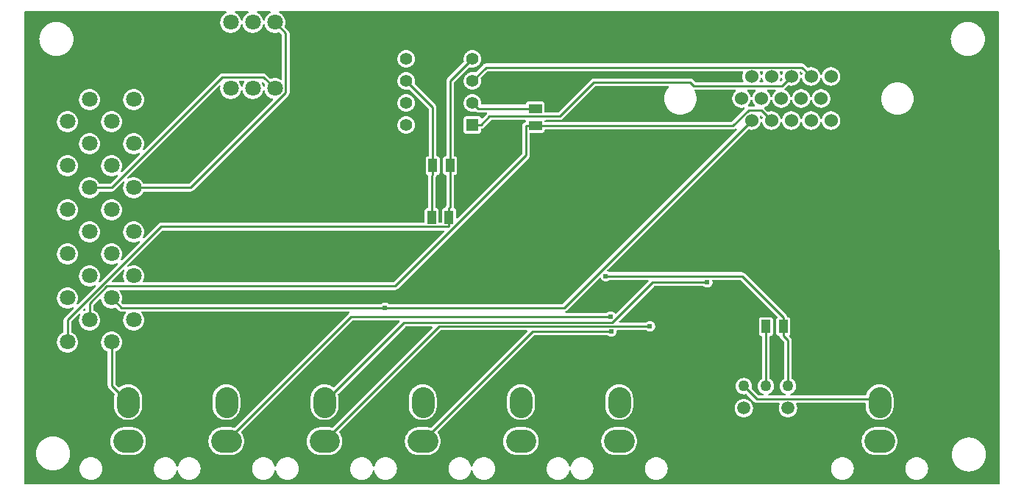
<source format=gtl>
G04 Layer: TopLayer*
G04 EasyEDA v6.4.0, 2020-07-15T14:14:54--5:00*
G04 b3c21e9d98434acf968649de900d4150,a7c2b416e861464fa72e98bd65157655,10*
G04 Gerber Generator version 0.2*
G04 Scale: 100 percent, Rotated: No, Reflected: No *
G04 Dimensions in inches *
G04 leading zeros omitted , absolute positions ,2 integer and 4 decimal *
%FSLAX24Y24*%
%MOIN*%
G90*
G70D02*

%ADD10C,0.010000*%
%ADD11C,0.024000*%
%ADD12R,0.039370X0.061024*%
%ADD13R,0.061024X0.039370*%
%ADD14C,0.070866*%
%ADD15C,0.050000*%
%ADD16C,0.059055*%
%ADD17R,0.055000X0.055000*%
%ADD18C,0.055000*%
%ADD19C,0.060000*%
%ADD20C,0.102362*%

%LPD*%
G36*
G01X11221Y21548D02*
G01X10678Y21548D01*
G01X10672Y21547D01*
G01X10667Y21545D01*
G01X10657Y21539D01*
G01X10653Y21535D01*
G01X10647Y21525D01*
G01X10645Y21520D01*
G01X10644Y21514D01*
G01X10644Y21502D01*
G01X10648Y21490D01*
G01X10656Y21480D01*
G01X10660Y21476D01*
G01X10665Y21473D01*
G01X10684Y21463D01*
G01X10701Y21453D01*
G01X10718Y21442D01*
G01X10735Y21430D01*
G01X10751Y21417D01*
G01X10766Y21404D01*
G01X10781Y21390D01*
G01X10795Y21376D01*
G01X10809Y21361D01*
G01X10822Y21345D01*
G01X10846Y21313D01*
G01X10856Y21295D01*
G01X10867Y21278D01*
G01X10876Y21260D01*
G01X10885Y21241D01*
G01X10892Y21223D01*
G01X10899Y21203D01*
G01X10911Y21165D01*
G01X10913Y21159D01*
G01X10915Y21154D01*
G01X10918Y21149D01*
G01X10923Y21145D01*
G01X10927Y21141D01*
G01X10932Y21138D01*
G01X10938Y21136D01*
G01X10950Y21134D01*
G01X10955Y21135D01*
G01X10961Y21136D01*
G01X10967Y21138D01*
G01X10972Y21141D01*
G01X10976Y21145D01*
G01X10981Y21149D01*
G01X10984Y21154D01*
G01X10986Y21159D01*
G01X10988Y21165D01*
G01X11000Y21203D01*
G01X11007Y21223D01*
G01X11014Y21241D01*
G01X11023Y21260D01*
G01X11032Y21278D01*
G01X11043Y21295D01*
G01X11053Y21313D01*
G01X11077Y21345D01*
G01X11090Y21361D01*
G01X11104Y21376D01*
G01X11118Y21390D01*
G01X11133Y21404D01*
G01X11148Y21417D01*
G01X11164Y21430D01*
G01X11181Y21442D01*
G01X11198Y21453D01*
G01X11215Y21463D01*
G01X11234Y21473D01*
G01X11239Y21476D01*
G01X11243Y21480D01*
G01X11251Y21490D01*
G01X11255Y21502D01*
G01X11255Y21514D01*
G01X11254Y21520D01*
G01X11252Y21525D01*
G01X11246Y21535D01*
G01X11242Y21539D01*
G01X11232Y21545D01*
G01X11227Y21547D01*
G01X11221Y21548D01*
G37*

%LPD*%
G36*
G01X10221Y21548D02*
G01X9678Y21548D01*
G01X9672Y21547D01*
G01X9667Y21545D01*
G01X9657Y21539D01*
G01X9653Y21535D01*
G01X9647Y21525D01*
G01X9645Y21520D01*
G01X9644Y21514D01*
G01X9644Y21502D01*
G01X9648Y21490D01*
G01X9656Y21480D01*
G01X9660Y21476D01*
G01X9665Y21473D01*
G01X9684Y21463D01*
G01X9701Y21453D01*
G01X9718Y21442D01*
G01X9735Y21430D01*
G01X9751Y21417D01*
G01X9766Y21404D01*
G01X9781Y21390D01*
G01X9795Y21376D01*
G01X9809Y21361D01*
G01X9822Y21345D01*
G01X9846Y21313D01*
G01X9856Y21295D01*
G01X9867Y21278D01*
G01X9876Y21260D01*
G01X9885Y21241D01*
G01X9892Y21223D01*
G01X9899Y21203D01*
G01X9911Y21165D01*
G01X9913Y21159D01*
G01X9915Y21154D01*
G01X9918Y21149D01*
G01X9923Y21145D01*
G01X9927Y21141D01*
G01X9932Y21138D01*
G01X9938Y21136D01*
G01X9950Y21134D01*
G01X9955Y21135D01*
G01X9961Y21136D01*
G01X9967Y21138D01*
G01X9972Y21141D01*
G01X9976Y21145D01*
G01X9981Y21149D01*
G01X9984Y21154D01*
G01X9986Y21159D01*
G01X9988Y21165D01*
G01X10000Y21203D01*
G01X10007Y21223D01*
G01X10014Y21241D01*
G01X10023Y21260D01*
G01X10032Y21278D01*
G01X10043Y21295D01*
G01X10053Y21313D01*
G01X10077Y21345D01*
G01X10090Y21361D01*
G01X10104Y21376D01*
G01X10118Y21390D01*
G01X10133Y21404D01*
G01X10148Y21417D01*
G01X10164Y21430D01*
G01X10181Y21442D01*
G01X10198Y21453D01*
G01X10215Y21463D01*
G01X10234Y21473D01*
G01X10239Y21476D01*
G01X10243Y21480D01*
G01X10251Y21490D01*
G01X10255Y21502D01*
G01X10255Y21514D01*
G01X10254Y21520D01*
G01X10252Y21525D01*
G01X10246Y21535D01*
G01X10242Y21539D01*
G01X10232Y21545D01*
G01X10227Y21547D01*
G01X10221Y21548D01*
G37*

%LPD*%
G36*
G01X10911Y18340D02*
G01X10899Y18342D01*
G01X10893Y18341D01*
G01X10888Y18340D01*
G01X10882Y18338D01*
G01X10877Y18335D01*
G01X10873Y18332D01*
G01X10869Y18328D01*
G01X10865Y18323D01*
G01X10863Y18318D01*
G01X10860Y18313D01*
G01X10859Y18307D01*
G01X10859Y18302D01*
G01X10861Y18288D01*
G01X10864Y18282D01*
G01X10874Y18263D01*
G01X10883Y18244D01*
G01X10891Y18225D01*
G01X10899Y18205D01*
G01X10911Y18165D01*
G01X10913Y18159D01*
G01X10915Y18154D01*
G01X10918Y18149D01*
G01X10923Y18145D01*
G01X10927Y18141D01*
G01X10932Y18138D01*
G01X10938Y18136D01*
G01X10950Y18134D01*
G01X10955Y18135D01*
G01X10961Y18136D01*
G01X10967Y18138D01*
G01X10972Y18141D01*
G01X10976Y18145D01*
G01X10981Y18149D01*
G01X10984Y18154D01*
G01X10986Y18159D01*
G01X10988Y18165D01*
G01X10996Y18192D01*
G01X11005Y18219D01*
G01X11007Y18226D01*
G01X11008Y18233D01*
G01X11006Y18245D01*
G01X11003Y18251D01*
G01X11000Y18256D01*
G01X10996Y18261D01*
G01X10927Y18330D01*
G01X10922Y18334D01*
G01X10917Y18337D01*
G01X10911Y18340D01*
G37*

%LPD*%
G36*
G01X10043Y18398D02*
G01X9856Y18398D01*
G01X9851Y18397D01*
G01X9845Y18395D01*
G01X9840Y18392D01*
G01X9836Y18389D01*
G01X9832Y18385D01*
G01X9828Y18380D01*
G01X9826Y18375D01*
G01X9823Y18370D01*
G01X9822Y18364D01*
G01X9822Y18352D01*
G01X9824Y18346D01*
G01X9830Y18334D01*
G01X9854Y18300D01*
G01X9864Y18282D01*
G01X9874Y18263D01*
G01X9883Y18244D01*
G01X9891Y18225D01*
G01X9899Y18205D01*
G01X9911Y18165D01*
G01X9913Y18159D01*
G01X9915Y18154D01*
G01X9918Y18149D01*
G01X9923Y18145D01*
G01X9927Y18141D01*
G01X9932Y18138D01*
G01X9938Y18136D01*
G01X9950Y18134D01*
G01X9955Y18135D01*
G01X9961Y18136D01*
G01X9967Y18138D01*
G01X9972Y18141D01*
G01X9976Y18145D01*
G01X9981Y18149D01*
G01X9984Y18154D01*
G01X9986Y18159D01*
G01X9988Y18165D01*
G01X10000Y18205D01*
G01X10008Y18225D01*
G01X10016Y18244D01*
G01X10025Y18263D01*
G01X10035Y18282D01*
G01X10045Y18300D01*
G01X10069Y18334D01*
G01X10075Y18346D01*
G01X10077Y18352D01*
G01X10077Y18364D01*
G01X10076Y18370D01*
G01X10073Y18375D01*
G01X10071Y18380D01*
G01X10067Y18385D01*
G01X10063Y18389D01*
G01X10059Y18392D01*
G01X10054Y18395D01*
G01X10048Y18397D01*
G01X10043Y18398D01*
G37*

%LPD*%
G36*
G01X8949Y18184D02*
G01X8943Y18185D01*
G01X8931Y18183D01*
G01X8919Y18177D01*
G01X4765Y14023D01*
G01X4759Y14011D01*
G01X4757Y13999D01*
G01X4758Y13993D01*
G01X4759Y13988D01*
G01X4761Y13982D01*
G01X4764Y13977D01*
G01X4767Y13973D01*
G01X4771Y13969D01*
G01X4776Y13965D01*
G01X4786Y13961D01*
G01X4792Y13959D01*
G01X4804Y13959D01*
G01X4811Y13961D01*
G01X4853Y13982D01*
G01X4872Y13990D01*
G01X4890Y13998D01*
G01X4910Y14004D01*
G01X4929Y14009D01*
G01X4949Y14014D01*
G01X4969Y14018D01*
G01X4989Y14021D01*
G01X5009Y14023D01*
G01X5029Y14024D01*
G01X5050Y14025D01*
G01X5069Y14025D01*
G01X5089Y14023D01*
G01X5127Y14019D01*
G01X5165Y14011D01*
G01X5184Y14005D01*
G01X5203Y14000D01*
G01X5221Y13993D01*
G01X5257Y13977D01*
G01X5291Y13959D01*
G01X5308Y13948D01*
G01X5324Y13938D01*
G01X5340Y13926D01*
G01X5355Y13914D01*
G01X5369Y13901D01*
G01X5384Y13888D01*
G01X5397Y13873D01*
G01X5410Y13859D01*
G01X5423Y13844D01*
G01X5435Y13828D01*
G01X5446Y13812D01*
G01X5456Y13796D01*
G01X5466Y13779D01*
G01X5475Y13762D01*
G01X5483Y13744D01*
G01X5489Y13734D01*
G01X5493Y13730D01*
G01X5503Y13724D01*
G01X5508Y13722D01*
G01X5514Y13721D01*
G01X7549Y13721D01*
G01X7556Y13723D01*
G01X7561Y13725D01*
G01X7567Y13728D01*
G01X7571Y13732D01*
G01X11358Y17520D01*
G01X11362Y17525D01*
G01X11365Y17530D01*
G01X11368Y17536D01*
G01X11370Y17548D01*
G01X11368Y17560D01*
G01X11366Y17565D01*
G01X11363Y17571D01*
G01X11360Y17575D01*
G01X11350Y17583D01*
G01X11345Y17585D01*
G01X11339Y17587D01*
G01X11320Y17592D01*
G01X11301Y17598D01*
G01X11282Y17605D01*
G01X11264Y17612D01*
G01X11245Y17620D01*
G01X11227Y17629D01*
G01X11193Y17649D01*
G01X11176Y17661D01*
G01X11160Y17672D01*
G01X11130Y17698D01*
G01X11115Y17712D01*
G01X11101Y17726D01*
G01X11075Y17756D01*
G01X11063Y17772D01*
G01X11052Y17789D01*
G01X11042Y17806D01*
G01X11031Y17823D01*
G01X11022Y17841D01*
G01X11006Y17877D01*
G01X11000Y17896D01*
G01X10993Y17915D01*
G01X10988Y17934D01*
G01X10986Y17940D01*
G01X10984Y17945D01*
G01X10981Y17950D01*
G01X10976Y17954D01*
G01X10972Y17958D01*
G01X10967Y17961D01*
G01X10961Y17963D01*
G01X10955Y17964D01*
G01X10950Y17965D01*
G01X10938Y17963D01*
G01X10932Y17961D01*
G01X10927Y17958D01*
G01X10923Y17954D01*
G01X10918Y17950D01*
G01X10915Y17945D01*
G01X10913Y17940D01*
G01X10911Y17934D01*
G01X10906Y17915D01*
G01X10900Y17897D01*
G01X10893Y17878D01*
G01X10877Y17842D01*
G01X10868Y17825D01*
G01X10859Y17807D01*
G01X10848Y17790D01*
G01X10837Y17774D01*
G01X10825Y17759D01*
G01X10813Y17743D01*
G01X10800Y17728D01*
G01X10786Y17714D01*
G01X10772Y17701D01*
G01X10757Y17687D01*
G01X10742Y17675D01*
G01X10726Y17663D01*
G01X10710Y17652D01*
G01X10676Y17632D01*
G01X10659Y17623D01*
G01X10623Y17607D01*
G01X10604Y17600D01*
G01X10585Y17594D01*
G01X10567Y17589D01*
G01X10547Y17584D01*
G01X10509Y17578D01*
G01X10489Y17576D01*
G01X10469Y17575D01*
G01X10450Y17574D01*
G01X10410Y17576D01*
G01X10390Y17578D01*
G01X10352Y17584D01*
G01X10332Y17589D01*
G01X10314Y17594D01*
G01X10295Y17600D01*
G01X10276Y17607D01*
G01X10240Y17623D01*
G01X10223Y17632D01*
G01X10189Y17652D01*
G01X10173Y17663D01*
G01X10157Y17675D01*
G01X10142Y17687D01*
G01X10127Y17701D01*
G01X10113Y17714D01*
G01X10099Y17728D01*
G01X10086Y17743D01*
G01X10074Y17759D01*
G01X10062Y17774D01*
G01X10051Y17790D01*
G01X10040Y17807D01*
G01X10031Y17825D01*
G01X10022Y17842D01*
G01X10006Y17878D01*
G01X10000Y17897D01*
G01X9993Y17915D01*
G01X9988Y17934D01*
G01X9986Y17940D01*
G01X9984Y17945D01*
G01X9981Y17950D01*
G01X9976Y17954D01*
G01X9972Y17958D01*
G01X9967Y17961D01*
G01X9961Y17963D01*
G01X9955Y17964D01*
G01X9950Y17965D01*
G01X9938Y17963D01*
G01X9932Y17961D01*
G01X9927Y17958D01*
G01X9923Y17954D01*
G01X9918Y17950D01*
G01X9915Y17945D01*
G01X9913Y17940D01*
G01X9911Y17934D01*
G01X9906Y17915D01*
G01X9900Y17897D01*
G01X9893Y17878D01*
G01X9877Y17842D01*
G01X9868Y17825D01*
G01X9859Y17807D01*
G01X9848Y17790D01*
G01X9837Y17774D01*
G01X9825Y17759D01*
G01X9813Y17743D01*
G01X9800Y17728D01*
G01X9786Y17714D01*
G01X9772Y17701D01*
G01X9757Y17687D01*
G01X9742Y17675D01*
G01X9726Y17663D01*
G01X9710Y17652D01*
G01X9676Y17632D01*
G01X9659Y17623D01*
G01X9623Y17607D01*
G01X9604Y17600D01*
G01X9585Y17594D01*
G01X9567Y17589D01*
G01X9547Y17584D01*
G01X9509Y17578D01*
G01X9489Y17576D01*
G01X9469Y17575D01*
G01X9450Y17574D01*
G01X9410Y17576D01*
G01X9391Y17578D01*
G01X9371Y17581D01*
G01X9352Y17584D01*
G01X9314Y17594D01*
G01X9295Y17600D01*
G01X9259Y17614D01*
G01X9223Y17632D01*
G01X9206Y17641D01*
G01X9189Y17652D01*
G01X9157Y17674D01*
G01X9127Y17700D01*
G01X9113Y17713D01*
G01X9100Y17728D01*
G01X9087Y17742D01*
G01X9074Y17757D01*
G01X9063Y17773D01*
G01X9052Y17790D01*
G01X9041Y17806D01*
G01X9031Y17823D01*
G01X9022Y17841D01*
G01X9014Y17859D01*
G01X9000Y17895D01*
G01X8994Y17914D01*
G01X8984Y17952D01*
G01X8981Y17971D01*
G01X8978Y17991D01*
G01X8976Y18010D01*
G01X8974Y18050D01*
G01X8975Y18071D01*
G01X8976Y18094D01*
G01X8979Y18115D01*
G01X8982Y18137D01*
G01X8983Y18145D01*
G01X8983Y18150D01*
G01X8981Y18156D01*
G01X8980Y18161D01*
G01X8977Y18166D01*
G01X8973Y18171D01*
G01X8969Y18175D01*
G01X8965Y18178D01*
G01X8960Y18181D01*
G01X8954Y18183D01*
G01X8949Y18184D01*
G37*

%LPD*%
G36*
G01X9221Y21548D02*
G01X135Y21548D01*
G01X129Y21547D01*
G01X124Y21545D01*
G01X114Y21539D01*
G01X110Y21535D01*
G01X104Y21525D01*
G01X102Y21520D01*
G01X101Y21514D01*
G01X101Y135D01*
G01X102Y129D01*
G01X104Y124D01*
G01X110Y114D01*
G01X114Y110D01*
G01X124Y104D01*
G01X129Y102D01*
G01X135Y101D01*
G01X44264Y101D01*
G01X44269Y102D01*
G01X44275Y104D01*
G01X44280Y107D01*
G01X44284Y110D01*
G01X44289Y114D01*
G01X44292Y119D01*
G01X44294Y124D01*
G01X44297Y129D01*
G01X44298Y135D01*
G01X44298Y140D01*
G01X44249Y21509D01*
G01X44248Y21514D01*
G01X44247Y21520D01*
G01X44243Y21530D01*
G01X44239Y21535D01*
G01X44235Y21539D01*
G01X44231Y21542D01*
G01X44226Y21545D01*
G01X44220Y21547D01*
G01X44214Y21548D01*
G01X11678Y21548D01*
G01X11672Y21547D01*
G01X11667Y21545D01*
G01X11657Y21539D01*
G01X11653Y21535D01*
G01X11647Y21525D01*
G01X11645Y21520D01*
G01X11644Y21514D01*
G01X11644Y21502D01*
G01X11648Y21490D01*
G01X11656Y21480D01*
G01X11660Y21476D01*
G01X11665Y21473D01*
G01X11701Y21453D01*
G01X11717Y21442D01*
G01X11734Y21430D01*
G01X11750Y21418D01*
G01X11780Y21392D01*
G01X11794Y21377D01*
G01X11820Y21347D01*
G01X11844Y21315D01*
G01X11855Y21298D01*
G01X11865Y21280D01*
G01X11874Y21263D01*
G01X11883Y21244D01*
G01X11891Y21226D01*
G01X11898Y21207D01*
G01X11910Y21169D01*
G01X11914Y21149D01*
G01X11918Y21130D01*
G01X11921Y21110D01*
G01X11923Y21090D01*
G01X11925Y21069D01*
G01X11925Y21050D01*
G01X11923Y21006D01*
G01X11921Y20985D01*
G01X11917Y20963D01*
G01X11913Y20942D01*
G01X11907Y20921D01*
G01X11901Y20901D01*
G01X11894Y20880D01*
G01X11892Y20873D01*
G01X11891Y20866D01*
G01X11893Y20854D01*
G01X11896Y20848D01*
G01X11899Y20843D01*
G01X11903Y20838D01*
G01X12063Y20678D01*
G01X12071Y20669D01*
G01X12078Y20660D01*
G01X12092Y20640D01*
G01X12097Y20628D01*
G01X12102Y20617D01*
G01X12106Y20606D01*
G01X12109Y20594D01*
G01X12111Y20582D01*
G01X12112Y20570D01*
G01X12113Y20557D01*
G01X12113Y17861D01*
G01X12111Y17837D01*
G01X12109Y17825D01*
G01X12106Y17813D01*
G01X12102Y17802D01*
G01X12097Y17790D01*
G01X12092Y17780D01*
G01X12085Y17769D01*
G01X12078Y17759D01*
G01X12071Y17750D01*
G01X12063Y17740D01*
G01X7752Y13428D01*
G01X7743Y13420D01*
G01X7723Y13406D01*
G01X7713Y13400D01*
G01X7702Y13394D01*
G01X7690Y13389D01*
G01X7679Y13386D01*
G01X7667Y13382D01*
G01X7655Y13380D01*
G01X7631Y13378D01*
G01X5514Y13378D01*
G01X5508Y13377D01*
G01X5503Y13375D01*
G01X5493Y13369D01*
G01X5489Y13365D01*
G01X5483Y13355D01*
G01X5475Y13337D01*
G01X5466Y13320D01*
G01X5456Y13303D01*
G01X5446Y13287D01*
G01X5435Y13271D01*
G01X5423Y13255D01*
G01X5410Y13240D01*
G01X5397Y13226D01*
G01X5384Y13211D01*
G01X5369Y13198D01*
G01X5355Y13185D01*
G01X5340Y13173D01*
G01X5324Y13161D01*
G01X5308Y13151D01*
G01X5291Y13140D01*
G01X5257Y13122D01*
G01X5221Y13106D01*
G01X5203Y13100D01*
G01X5165Y13088D01*
G01X5127Y13080D01*
G01X5089Y13076D01*
G01X5069Y13075D01*
G01X5050Y13074D01*
G01X5010Y13076D01*
G01X4991Y13078D01*
G01X4971Y13081D01*
G01X4952Y13084D01*
G01X4914Y13094D01*
G01X4895Y13100D01*
G01X4859Y13114D01*
G01X4823Y13132D01*
G01X4806Y13141D01*
G01X4789Y13151D01*
G01X4773Y13163D01*
G01X4757Y13174D01*
G01X4727Y13200D01*
G01X4713Y13213D01*
G01X4700Y13228D01*
G01X4687Y13242D01*
G01X4674Y13257D01*
G01X4663Y13273D01*
G01X4652Y13290D01*
G01X4641Y13306D01*
G01X4631Y13323D01*
G01X4622Y13341D01*
G01X4614Y13359D01*
G01X4600Y13395D01*
G01X4594Y13414D01*
G01X4584Y13452D01*
G01X4581Y13471D01*
G01X4578Y13491D01*
G01X4576Y13510D01*
G01X4574Y13550D01*
G01X4576Y13590D01*
G01X4578Y13610D01*
G01X4581Y13630D01*
G01X4585Y13650D01*
G01X4590Y13670D01*
G01X4595Y13689D01*
G01X4602Y13709D01*
G01X4609Y13727D01*
G01X4617Y13746D01*
G01X4638Y13788D01*
G01X4640Y13802D01*
G01X4640Y13807D01*
G01X4639Y13813D01*
G01X4636Y13818D01*
G01X4634Y13823D01*
G01X4630Y13828D01*
G01X4626Y13832D01*
G01X4622Y13835D01*
G01X4617Y13838D01*
G01X4611Y13840D01*
G01X4606Y13841D01*
G01X4600Y13842D01*
G01X4588Y13840D01*
G01X4576Y13834D01*
G01X4572Y13830D01*
G01X4171Y13428D01*
G01X4161Y13420D01*
G01X4152Y13413D01*
G01X4142Y13406D01*
G01X4132Y13400D01*
G01X4121Y13394D01*
G01X4109Y13389D01*
G01X4098Y13386D01*
G01X4086Y13382D01*
G01X4074Y13380D01*
G01X4050Y13378D01*
G01X3514Y13378D01*
G01X3508Y13377D01*
G01X3503Y13375D01*
G01X3493Y13369D01*
G01X3489Y13365D01*
G01X3483Y13355D01*
G01X3475Y13337D01*
G01X3466Y13320D01*
G01X3456Y13303D01*
G01X3446Y13287D01*
G01X3434Y13271D01*
G01X3423Y13255D01*
G01X3410Y13240D01*
G01X3397Y13226D01*
G01X3384Y13211D01*
G01X3369Y13198D01*
G01X3355Y13185D01*
G01X3340Y13173D01*
G01X3324Y13161D01*
G01X3308Y13151D01*
G01X3291Y13140D01*
G01X3257Y13122D01*
G01X3221Y13106D01*
G01X3203Y13100D01*
G01X3165Y13088D01*
G01X3127Y13080D01*
G01X3108Y13078D01*
G01X3088Y13076D01*
G01X3050Y13074D01*
G01X3010Y13076D01*
G01X2991Y13078D01*
G01X2971Y13081D01*
G01X2952Y13084D01*
G01X2914Y13094D01*
G01X2895Y13100D01*
G01X2859Y13114D01*
G01X2823Y13132D01*
G01X2806Y13141D01*
G01X2790Y13151D01*
G01X2773Y13163D01*
G01X2757Y13174D01*
G01X2742Y13187D01*
G01X2728Y13200D01*
G01X2713Y13213D01*
G01X2700Y13228D01*
G01X2687Y13242D01*
G01X2674Y13257D01*
G01X2663Y13273D01*
G01X2651Y13290D01*
G01X2641Y13306D01*
G01X2632Y13323D01*
G01X2614Y13359D01*
G01X2600Y13395D01*
G01X2594Y13414D01*
G01X2584Y13452D01*
G01X2581Y13471D01*
G01X2578Y13491D01*
G01X2576Y13510D01*
G01X2574Y13550D01*
G01X2575Y13569D01*
G01X2576Y13589D01*
G01X2578Y13608D01*
G01X2581Y13628D01*
G01X2584Y13647D01*
G01X2594Y13685D01*
G01X2600Y13704D01*
G01X2614Y13740D01*
G01X2632Y13776D01*
G01X2641Y13793D01*
G01X2651Y13809D01*
G01X2663Y13826D01*
G01X2674Y13842D01*
G01X2687Y13857D01*
G01X2700Y13871D01*
G01X2713Y13886D01*
G01X2728Y13899D01*
G01X2742Y13912D01*
G01X2757Y13925D01*
G01X2773Y13936D01*
G01X2790Y13948D01*
G01X2806Y13958D01*
G01X2823Y13967D01*
G01X2859Y13985D01*
G01X2895Y13999D01*
G01X2914Y14005D01*
G01X2952Y14015D01*
G01X2971Y14018D01*
G01X2991Y14021D01*
G01X3010Y14023D01*
G01X3030Y14025D01*
G01X3069Y14025D01*
G01X3088Y14023D01*
G01X3108Y14021D01*
G01X3127Y14019D01*
G01X3165Y14011D01*
G01X3184Y14005D01*
G01X3203Y14000D01*
G01X3221Y13993D01*
G01X3257Y13977D01*
G01X3291Y13959D01*
G01X3308Y13948D01*
G01X3324Y13938D01*
G01X3340Y13926D01*
G01X3355Y13914D01*
G01X3369Y13901D01*
G01X3384Y13888D01*
G01X3397Y13873D01*
G01X3410Y13859D01*
G01X3423Y13844D01*
G01X3434Y13828D01*
G01X3446Y13812D01*
G01X3456Y13796D01*
G01X3466Y13779D01*
G01X3475Y13762D01*
G01X3483Y13744D01*
G01X3489Y13734D01*
G01X3493Y13730D01*
G01X3503Y13724D01*
G01X3508Y13722D01*
G01X3514Y13721D01*
G01X3968Y13721D01*
G01X3975Y13723D01*
G01X3980Y13725D01*
G01X3986Y13728D01*
G01X4334Y14076D01*
G01X4340Y14088D01*
G01X4342Y14100D01*
G01X4341Y14106D01*
G01X4340Y14111D01*
G01X4338Y14117D01*
G01X4335Y14122D01*
G01X4332Y14126D01*
G01X4328Y14130D01*
G01X4323Y14134D01*
G01X4313Y14138D01*
G01X4307Y14140D01*
G01X4295Y14140D01*
G01X4288Y14138D01*
G01X4246Y14117D01*
G01X4227Y14109D01*
G01X4209Y14101D01*
G01X4189Y14095D01*
G01X4170Y14090D01*
G01X4150Y14085D01*
G01X4130Y14081D01*
G01X4110Y14078D01*
G01X4090Y14076D01*
G01X4050Y14074D01*
G01X4010Y14076D01*
G01X3991Y14078D01*
G01X3971Y14081D01*
G01X3952Y14084D01*
G01X3914Y14094D01*
G01X3895Y14100D01*
G01X3859Y14114D01*
G01X3823Y14132D01*
G01X3806Y14141D01*
G01X3790Y14151D01*
G01X3773Y14163D01*
G01X3757Y14174D01*
G01X3742Y14187D01*
G01X3728Y14200D01*
G01X3713Y14213D01*
G01X3700Y14228D01*
G01X3687Y14242D01*
G01X3674Y14257D01*
G01X3663Y14273D01*
G01X3651Y14290D01*
G01X3641Y14306D01*
G01X3632Y14323D01*
G01X3614Y14359D01*
G01X3600Y14395D01*
G01X3594Y14414D01*
G01X3584Y14452D01*
G01X3581Y14471D01*
G01X3578Y14491D01*
G01X3576Y14510D01*
G01X3574Y14550D01*
G01X3575Y14569D01*
G01X3576Y14589D01*
G01X3578Y14608D01*
G01X3581Y14628D01*
G01X3584Y14647D01*
G01X3594Y14685D01*
G01X3600Y14704D01*
G01X3614Y14740D01*
G01X3632Y14776D01*
G01X3641Y14793D01*
G01X3651Y14809D01*
G01X3663Y14826D01*
G01X3674Y14842D01*
G01X3687Y14857D01*
G01X3700Y14871D01*
G01X3713Y14886D01*
G01X3728Y14899D01*
G01X3742Y14912D01*
G01X3757Y14925D01*
G01X3773Y14936D01*
G01X3790Y14948D01*
G01X3806Y14958D01*
G01X3823Y14967D01*
G01X3859Y14985D01*
G01X3895Y14999D01*
G01X3914Y15005D01*
G01X3952Y15015D01*
G01X3971Y15018D01*
G01X3991Y15021D01*
G01X4010Y15023D01*
G01X4030Y15025D01*
G01X4069Y15025D01*
G01X4089Y15023D01*
G01X4108Y15021D01*
G01X4128Y15018D01*
G01X4147Y15015D01*
G01X4185Y15005D01*
G01X4204Y14999D01*
G01X4240Y14985D01*
G01X4276Y14967D01*
G01X4293Y14958D01*
G01X4309Y14948D01*
G01X4326Y14936D01*
G01X4342Y14925D01*
G01X4357Y14912D01*
G01X4371Y14899D01*
G01X4386Y14886D01*
G01X4399Y14871D01*
G01X4412Y14857D01*
G01X4425Y14842D01*
G01X4436Y14826D01*
G01X4448Y14809D01*
G01X4458Y14793D01*
G01X4467Y14776D01*
G01X4485Y14740D01*
G01X4499Y14704D01*
G01X4505Y14685D01*
G01X4515Y14647D01*
G01X4518Y14628D01*
G01X4521Y14608D01*
G01X4523Y14589D01*
G01X4525Y14569D01*
G01X4525Y14550D01*
G01X4524Y14529D01*
G01X4523Y14509D01*
G01X4521Y14489D01*
G01X4518Y14469D01*
G01X4514Y14449D01*
G01X4509Y14429D01*
G01X4504Y14410D01*
G01X4498Y14390D01*
G01X4490Y14372D01*
G01X4482Y14353D01*
G01X4461Y14311D01*
G01X4459Y14304D01*
G01X4459Y14292D01*
G01X4461Y14286D01*
G01X4465Y14276D01*
G01X4469Y14271D01*
G01X4473Y14267D01*
G01X4477Y14264D01*
G01X4482Y14261D01*
G01X4488Y14259D01*
G01X4493Y14258D01*
G01X4499Y14257D01*
G01X4511Y14259D01*
G01X4523Y14265D01*
G01X5334Y15076D01*
G01X5340Y15088D01*
G01X5342Y15100D01*
G01X5341Y15106D01*
G01X5340Y15111D01*
G01X5338Y15117D01*
G01X5335Y15122D01*
G01X5332Y15126D01*
G01X5328Y15130D01*
G01X5323Y15134D01*
G01X5313Y15138D01*
G01X5307Y15140D01*
G01X5295Y15140D01*
G01X5288Y15138D01*
G01X5246Y15117D01*
G01X5227Y15109D01*
G01X5209Y15101D01*
G01X5189Y15095D01*
G01X5170Y15090D01*
G01X5150Y15085D01*
G01X5130Y15081D01*
G01X5110Y15078D01*
G01X5090Y15076D01*
G01X5050Y15074D01*
G01X5010Y15076D01*
G01X4991Y15078D01*
G01X4971Y15081D01*
G01X4952Y15084D01*
G01X4914Y15094D01*
G01X4895Y15100D01*
G01X4859Y15114D01*
G01X4823Y15132D01*
G01X4806Y15141D01*
G01X4789Y15151D01*
G01X4773Y15163D01*
G01X4757Y15174D01*
G01X4727Y15200D01*
G01X4713Y15213D01*
G01X4700Y15228D01*
G01X4687Y15242D01*
G01X4674Y15257D01*
G01X4663Y15273D01*
G01X4652Y15290D01*
G01X4641Y15306D01*
G01X4631Y15323D01*
G01X4622Y15341D01*
G01X4614Y15359D01*
G01X4600Y15395D01*
G01X4594Y15414D01*
G01X4584Y15452D01*
G01X4581Y15471D01*
G01X4578Y15491D01*
G01X4576Y15510D01*
G01X4574Y15550D01*
G01X4575Y15569D01*
G01X4576Y15589D01*
G01X4578Y15608D01*
G01X4581Y15628D01*
G01X4584Y15647D01*
G01X4594Y15685D01*
G01X4600Y15704D01*
G01X4614Y15740D01*
G01X4622Y15758D01*
G01X4631Y15776D01*
G01X4641Y15793D01*
G01X4652Y15809D01*
G01X4663Y15826D01*
G01X4674Y15842D01*
G01X4687Y15857D01*
G01X4700Y15871D01*
G01X4713Y15886D01*
G01X4727Y15899D01*
G01X4757Y15925D01*
G01X4773Y15936D01*
G01X4789Y15948D01*
G01X4806Y15958D01*
G01X4823Y15967D01*
G01X4859Y15985D01*
G01X4895Y15999D01*
G01X4914Y16005D01*
G01X4952Y16015D01*
G01X4971Y16018D01*
G01X4991Y16021D01*
G01X5010Y16023D01*
G01X5030Y16025D01*
G01X5069Y16025D01*
G01X5089Y16023D01*
G01X5108Y16021D01*
G01X5128Y16018D01*
G01X5147Y16015D01*
G01X5185Y16005D01*
G01X5204Y15999D01*
G01X5240Y15985D01*
G01X5276Y15967D01*
G01X5293Y15958D01*
G01X5310Y15948D01*
G01X5326Y15936D01*
G01X5342Y15925D01*
G01X5372Y15899D01*
G01X5386Y15886D01*
G01X5399Y15871D01*
G01X5412Y15857D01*
G01X5425Y15842D01*
G01X5436Y15826D01*
G01X5447Y15809D01*
G01X5458Y15793D01*
G01X5468Y15776D01*
G01X5477Y15758D01*
G01X5485Y15740D01*
G01X5499Y15704D01*
G01X5505Y15685D01*
G01X5515Y15647D01*
G01X5518Y15628D01*
G01X5521Y15608D01*
G01X5523Y15589D01*
G01X5525Y15569D01*
G01X5525Y15550D01*
G01X5524Y15529D01*
G01X5523Y15509D01*
G01X5521Y15489D01*
G01X5518Y15469D01*
G01X5514Y15449D01*
G01X5509Y15429D01*
G01X5504Y15410D01*
G01X5497Y15390D01*
G01X5490Y15372D01*
G01X5482Y15353D01*
G01X5461Y15311D01*
G01X5459Y15297D01*
G01X5459Y15292D01*
G01X5460Y15286D01*
G01X5463Y15281D01*
G01X5465Y15276D01*
G01X5469Y15271D01*
G01X5473Y15267D01*
G01X5477Y15264D01*
G01X5482Y15261D01*
G01X5488Y15259D01*
G01X5493Y15258D01*
G01X5499Y15257D01*
G01X5511Y15259D01*
G01X5517Y15262D01*
G01X5522Y15265D01*
G01X5527Y15269D01*
G01X8957Y18699D01*
G01X8977Y18713D01*
G01X8988Y18719D01*
G01X8998Y18725D01*
G01X9010Y18730D01*
G01X9021Y18734D01*
G01X9033Y18736D01*
G01X9045Y18739D01*
G01X9057Y18740D01*
G01X10942Y18740D01*
G01X10954Y18739D01*
G01X10966Y18736D01*
G01X10978Y18734D01*
G01X10989Y18730D01*
G01X11001Y18725D01*
G01X11011Y18719D01*
G01X11022Y18713D01*
G01X11042Y18699D01*
G01X11238Y18503D01*
G01X11243Y18499D01*
G01X11248Y18496D01*
G01X11254Y18493D01*
G01X11266Y18491D01*
G01X11273Y18492D01*
G01X11281Y18494D01*
G01X11301Y18501D01*
G01X11343Y18513D01*
G01X11385Y18521D01*
G01X11406Y18523D01*
G01X11450Y18525D01*
G01X11469Y18525D01*
G01X11489Y18523D01*
G01X11508Y18521D01*
G01X11527Y18518D01*
G01X11547Y18515D01*
G01X11585Y18505D01*
G01X11603Y18499D01*
G01X11622Y18492D01*
G01X11640Y18485D01*
G01X11657Y18477D01*
G01X11675Y18468D01*
G01X11709Y18448D01*
G01X11714Y18445D01*
G01X11719Y18443D01*
G01X11725Y18442D01*
G01X11736Y18442D01*
G01X11742Y18443D01*
G01X11747Y18445D01*
G01X11757Y18451D01*
G01X11761Y18455D01*
G01X11767Y18465D01*
G01X11769Y18470D01*
G01X11771Y18482D01*
G01X11771Y20470D01*
G01X11770Y20476D01*
G01X11766Y20488D01*
G01X11763Y20494D01*
G01X11661Y20596D01*
G01X11656Y20600D01*
G01X11651Y20603D01*
G01X11645Y20606D01*
G01X11633Y20608D01*
G01X11626Y20607D01*
G01X11618Y20605D01*
G01X11598Y20598D01*
G01X11556Y20586D01*
G01X11514Y20578D01*
G01X11493Y20576D01*
G01X11471Y20575D01*
G01X11450Y20574D01*
G01X11410Y20576D01*
G01X11390Y20578D01*
G01X11352Y20584D01*
G01X11332Y20589D01*
G01X11314Y20594D01*
G01X11295Y20600D01*
G01X11276Y20607D01*
G01X11240Y20623D01*
G01X11223Y20632D01*
G01X11189Y20652D01*
G01X11173Y20663D01*
G01X11157Y20675D01*
G01X11142Y20687D01*
G01X11127Y20701D01*
G01X11113Y20714D01*
G01X11099Y20728D01*
G01X11086Y20743D01*
G01X11074Y20759D01*
G01X11062Y20774D01*
G01X11051Y20790D01*
G01X11040Y20807D01*
G01X11031Y20825D01*
G01X11022Y20842D01*
G01X11006Y20878D01*
G01X11000Y20897D01*
G01X10993Y20915D01*
G01X10988Y20934D01*
G01X10986Y20940D01*
G01X10984Y20945D01*
G01X10981Y20950D01*
G01X10976Y20954D01*
G01X10972Y20958D01*
G01X10967Y20961D01*
G01X10961Y20963D01*
G01X10955Y20964D01*
G01X10950Y20965D01*
G01X10938Y20963D01*
G01X10932Y20961D01*
G01X10927Y20958D01*
G01X10923Y20954D01*
G01X10918Y20950D01*
G01X10915Y20945D01*
G01X10913Y20940D01*
G01X10911Y20934D01*
G01X10906Y20915D01*
G01X10900Y20897D01*
G01X10893Y20878D01*
G01X10877Y20842D01*
G01X10868Y20825D01*
G01X10859Y20807D01*
G01X10848Y20790D01*
G01X10837Y20774D01*
G01X10825Y20759D01*
G01X10813Y20743D01*
G01X10800Y20728D01*
G01X10786Y20714D01*
G01X10772Y20701D01*
G01X10757Y20687D01*
G01X10742Y20675D01*
G01X10726Y20663D01*
G01X10710Y20652D01*
G01X10676Y20632D01*
G01X10659Y20623D01*
G01X10623Y20607D01*
G01X10604Y20600D01*
G01X10585Y20594D01*
G01X10567Y20589D01*
G01X10547Y20584D01*
G01X10509Y20578D01*
G01X10489Y20576D01*
G01X10469Y20575D01*
G01X10450Y20574D01*
G01X10410Y20576D01*
G01X10390Y20578D01*
G01X10352Y20584D01*
G01X10332Y20589D01*
G01X10314Y20594D01*
G01X10295Y20600D01*
G01X10276Y20607D01*
G01X10240Y20623D01*
G01X10223Y20632D01*
G01X10189Y20652D01*
G01X10173Y20663D01*
G01X10157Y20675D01*
G01X10142Y20687D01*
G01X10127Y20701D01*
G01X10113Y20714D01*
G01X10099Y20728D01*
G01X10086Y20743D01*
G01X10074Y20759D01*
G01X10062Y20774D01*
G01X10051Y20790D01*
G01X10040Y20807D01*
G01X10031Y20825D01*
G01X10022Y20842D01*
G01X10006Y20878D01*
G01X10000Y20897D01*
G01X9993Y20915D01*
G01X9988Y20934D01*
G01X9986Y20940D01*
G01X9984Y20945D01*
G01X9981Y20950D01*
G01X9976Y20954D01*
G01X9972Y20958D01*
G01X9967Y20961D01*
G01X9961Y20963D01*
G01X9955Y20964D01*
G01X9950Y20965D01*
G01X9938Y20963D01*
G01X9932Y20961D01*
G01X9927Y20958D01*
G01X9923Y20954D01*
G01X9918Y20950D01*
G01X9915Y20945D01*
G01X9913Y20940D01*
G01X9911Y20934D01*
G01X9906Y20915D01*
G01X9900Y20897D01*
G01X9893Y20878D01*
G01X9877Y20842D01*
G01X9868Y20825D01*
G01X9859Y20807D01*
G01X9848Y20790D01*
G01X9837Y20774D01*
G01X9825Y20759D01*
G01X9813Y20743D01*
G01X9800Y20728D01*
G01X9786Y20714D01*
G01X9772Y20701D01*
G01X9757Y20687D01*
G01X9742Y20675D01*
G01X9726Y20663D01*
G01X9710Y20652D01*
G01X9676Y20632D01*
G01X9659Y20623D01*
G01X9623Y20607D01*
G01X9604Y20600D01*
G01X9585Y20594D01*
G01X9567Y20589D01*
G01X9547Y20584D01*
G01X9509Y20578D01*
G01X9489Y20576D01*
G01X9469Y20575D01*
G01X9450Y20574D01*
G01X9410Y20576D01*
G01X9391Y20578D01*
G01X9371Y20581D01*
G01X9352Y20584D01*
G01X9314Y20594D01*
G01X9295Y20600D01*
G01X9259Y20614D01*
G01X9223Y20632D01*
G01X9206Y20641D01*
G01X9189Y20652D01*
G01X9157Y20674D01*
G01X9127Y20700D01*
G01X9113Y20713D01*
G01X9100Y20728D01*
G01X9087Y20742D01*
G01X9074Y20757D01*
G01X9063Y20773D01*
G01X9052Y20790D01*
G01X9041Y20806D01*
G01X9031Y20823D01*
G01X9022Y20841D01*
G01X9014Y20859D01*
G01X9000Y20895D01*
G01X8994Y20914D01*
G01X8984Y20952D01*
G01X8981Y20971D01*
G01X8978Y20991D01*
G01X8976Y21010D01*
G01X8974Y21050D01*
G01X8975Y21069D01*
G01X8976Y21090D01*
G01X8978Y21110D01*
G01X8981Y21130D01*
G01X8985Y21149D01*
G01X8989Y21169D01*
G01X9001Y21207D01*
G01X9008Y21226D01*
G01X9016Y21244D01*
G01X9025Y21263D01*
G01X9034Y21280D01*
G01X9044Y21298D01*
G01X9055Y21315D01*
G01X9079Y21347D01*
G01X9105Y21377D01*
G01X9119Y21392D01*
G01X9134Y21405D01*
G01X9150Y21418D01*
G01X9165Y21430D01*
G01X9182Y21442D01*
G01X9198Y21453D01*
G01X9234Y21473D01*
G01X9239Y21476D01*
G01X9243Y21480D01*
G01X9251Y21490D01*
G01X9255Y21502D01*
G01X9255Y21514D01*
G01X9254Y21520D01*
G01X9252Y21525D01*
G01X9246Y21535D01*
G01X9242Y21539D01*
G01X9232Y21545D01*
G01X9227Y21547D01*
G01X9221Y21548D01*
G37*

%LPC*%
G36*
G01X40553Y1325D02*
G01X40512Y1325D01*
G01X40491Y1323D01*
G01X40471Y1321D01*
G01X40450Y1319D01*
G01X40430Y1315D01*
G01X40410Y1310D01*
G01X40389Y1305D01*
G01X40370Y1299D01*
G01X40350Y1292D01*
G01X40312Y1276D01*
G01X40293Y1266D01*
G01X40257Y1246D01*
G01X40223Y1222D01*
G01X40191Y1196D01*
G01X40176Y1182D01*
G01X40161Y1167D01*
G01X40147Y1152D01*
G01X40121Y1120D01*
G01X40097Y1086D01*
G01X40077Y1050D01*
G01X40059Y1012D01*
G01X40051Y993D01*
G01X40044Y973D01*
G01X40038Y954D01*
G01X40033Y934D01*
G01X40028Y913D01*
G01X40022Y873D01*
G01X40019Y852D01*
G01X40018Y831D01*
G01X40018Y790D01*
G01X40019Y769D01*
G01X40022Y748D01*
G01X40025Y728D01*
G01X40028Y707D01*
G01X40038Y667D01*
G01X40044Y648D01*
G01X40051Y628D01*
G01X40059Y609D01*
G01X40077Y571D01*
G01X40087Y553D01*
G01X40097Y536D01*
G01X40109Y518D01*
G01X40121Y501D01*
G01X40147Y469D01*
G01X40161Y454D01*
G01X40176Y439D01*
G01X40191Y425D01*
G01X40223Y399D01*
G01X40240Y387D01*
G01X40257Y376D01*
G01X40275Y365D01*
G01X40293Y355D01*
G01X40331Y337D01*
G01X40350Y329D01*
G01X40370Y322D01*
G01X40389Y316D01*
G01X40410Y311D01*
G01X40430Y306D01*
G01X40450Y303D01*
G01X40471Y300D01*
G01X40491Y298D01*
G01X40512Y296D01*
G01X40553Y296D01*
G01X40595Y300D01*
G01X40635Y306D01*
G01X40656Y311D01*
G01X40676Y316D01*
G01X40696Y322D01*
G01X40715Y329D01*
G01X40734Y337D01*
G01X40772Y355D01*
G01X40790Y365D01*
G01X40808Y376D01*
G01X40825Y387D01*
G01X40842Y399D01*
G01X40874Y425D01*
G01X40889Y439D01*
G01X40904Y454D01*
G01X40918Y469D01*
G01X40944Y501D01*
G01X40956Y518D01*
G01X40968Y536D01*
G01X40978Y553D01*
G01X40988Y571D01*
G01X40998Y590D01*
G01X41014Y628D01*
G01X41021Y648D01*
G01X41027Y667D01*
G01X41037Y707D01*
G01X41041Y728D01*
G01X41043Y748D01*
G01X41046Y769D01*
G01X41047Y790D01*
G01X41047Y831D01*
G01X41046Y852D01*
G01X41043Y873D01*
G01X41041Y893D01*
G01X41037Y913D01*
G01X41032Y934D01*
G01X41027Y954D01*
G01X41021Y973D01*
G01X41014Y993D01*
G01X40998Y1031D01*
G01X40988Y1050D01*
G01X40968Y1086D01*
G01X40944Y1120D01*
G01X40918Y1152D01*
G01X40904Y1167D01*
G01X40889Y1182D01*
G01X40874Y1196D01*
G01X40842Y1222D01*
G01X40808Y1246D01*
G01X40772Y1266D01*
G01X40753Y1276D01*
G01X40715Y1292D01*
G01X40696Y1299D01*
G01X40676Y1305D01*
G01X40656Y1310D01*
G01X40635Y1315D01*
G01X40615Y1319D01*
G01X40595Y1321D01*
G01X40553Y1325D01*
G37*
G36*
G01X12037Y1327D02*
G01X11996Y1327D01*
G01X11976Y1326D01*
G01X11955Y1323D01*
G01X11935Y1321D01*
G01X11914Y1317D01*
G01X11894Y1313D01*
G01X11875Y1307D01*
G01X11855Y1301D01*
G01X11835Y1294D01*
G01X11816Y1287D01*
G01X11797Y1278D01*
G01X11779Y1269D01*
G01X11743Y1249D01*
G01X11726Y1238D01*
G01X11710Y1226D01*
G01X11693Y1213D01*
G01X11677Y1200D01*
G01X11662Y1186D01*
G01X11648Y1171D01*
G01X11634Y1157D01*
G01X11620Y1141D01*
G01X11607Y1125D01*
G01X11595Y1108D01*
G01X11573Y1074D01*
G01X11563Y1056D01*
G01X11554Y1038D01*
G01X11545Y1019D01*
G01X11537Y1000D01*
G01X11530Y981D01*
G01X11518Y941D01*
G01X11514Y921D01*
G01X11512Y915D01*
G01X11506Y905D01*
G01X11502Y901D01*
G01X11497Y897D01*
G01X11492Y894D01*
G01X11480Y890D01*
G01X11468Y890D01*
G01X11463Y892D01*
G01X11457Y894D01*
G01X11452Y897D01*
G01X11447Y901D01*
G01X11443Y905D01*
G01X11439Y910D01*
G01X11437Y915D01*
G01X11435Y921D01*
G01X11431Y941D01*
G01X11425Y961D01*
G01X11418Y980D01*
G01X11411Y1000D01*
G01X11403Y1018D01*
G01X11395Y1037D01*
G01X11375Y1073D01*
G01X11353Y1107D01*
G01X11341Y1124D01*
G01X11328Y1140D01*
G01X11315Y1155D01*
G01X11301Y1170D01*
G01X11286Y1185D01*
G01X11271Y1198D01*
G01X11255Y1212D01*
G01X11239Y1224D01*
G01X11222Y1236D01*
G01X11205Y1247D01*
G01X11187Y1258D01*
G01X11151Y1276D01*
G01X11132Y1285D01*
G01X11094Y1299D01*
G01X11074Y1305D01*
G01X11055Y1311D01*
G01X11035Y1315D01*
G01X11014Y1319D01*
G01X10994Y1321D01*
G01X10973Y1323D01*
G01X10953Y1325D01*
G01X10912Y1325D01*
G01X10891Y1323D01*
G01X10871Y1321D01*
G01X10850Y1319D01*
G01X10830Y1315D01*
G01X10810Y1310D01*
G01X10789Y1305D01*
G01X10770Y1299D01*
G01X10750Y1292D01*
G01X10712Y1276D01*
G01X10693Y1266D01*
G01X10657Y1246D01*
G01X10623Y1222D01*
G01X10591Y1196D01*
G01X10576Y1182D01*
G01X10561Y1167D01*
G01X10547Y1152D01*
G01X10521Y1120D01*
G01X10497Y1086D01*
G01X10477Y1050D01*
G01X10459Y1012D01*
G01X10451Y993D01*
G01X10444Y973D01*
G01X10438Y954D01*
G01X10433Y934D01*
G01X10428Y913D01*
G01X10422Y873D01*
G01X10419Y852D01*
G01X10418Y831D01*
G01X10418Y790D01*
G01X10419Y769D01*
G01X10422Y748D01*
G01X10425Y728D01*
G01X10428Y707D01*
G01X10438Y667D01*
G01X10444Y648D01*
G01X10451Y628D01*
G01X10459Y609D01*
G01X10477Y571D01*
G01X10487Y553D01*
G01X10497Y536D01*
G01X10509Y518D01*
G01X10521Y501D01*
G01X10547Y469D01*
G01X10561Y454D01*
G01X10576Y439D01*
G01X10591Y425D01*
G01X10623Y399D01*
G01X10640Y387D01*
G01X10657Y376D01*
G01X10675Y365D01*
G01X10693Y355D01*
G01X10731Y337D01*
G01X10750Y329D01*
G01X10770Y322D01*
G01X10789Y316D01*
G01X10810Y311D01*
G01X10830Y306D01*
G01X10850Y303D01*
G01X10871Y300D01*
G01X10891Y298D01*
G01X10912Y296D01*
G01X10953Y296D01*
G01X10974Y298D01*
G01X11014Y302D01*
G01X11035Y306D01*
G01X11075Y316D01*
G01X11094Y322D01*
G01X11114Y329D01*
G01X11133Y336D01*
G01X11152Y345D01*
G01X11170Y354D01*
G01X11206Y374D01*
G01X11223Y386D01*
G01X11239Y397D01*
G01X11256Y410D01*
G01X11272Y423D01*
G01X11287Y437D01*
G01X11301Y451D01*
G01X11315Y467D01*
G01X11329Y482D01*
G01X11342Y498D01*
G01X11354Y515D01*
G01X11376Y549D01*
G01X11386Y567D01*
G01X11396Y586D01*
G01X11404Y604D01*
G01X11412Y623D01*
G01X11419Y642D01*
G01X11431Y682D01*
G01X11436Y702D01*
G01X11437Y707D01*
G01X11440Y713D01*
G01X11443Y718D01*
G01X11447Y723D01*
G01X11457Y729D01*
G01X11463Y732D01*
G01X11469Y733D01*
G01X11481Y733D01*
G01X11487Y732D01*
G01X11502Y723D01*
G01X11510Y713D01*
G01X11512Y708D01*
G01X11514Y702D01*
G01X11524Y662D01*
G01X11531Y643D01*
G01X11538Y623D01*
G01X11546Y605D01*
G01X11554Y586D01*
G01X11574Y550D01*
G01X11585Y532D01*
G01X11596Y515D01*
G01X11608Y499D01*
G01X11621Y483D01*
G01X11635Y467D01*
G01X11648Y453D01*
G01X11663Y438D01*
G01X11678Y425D01*
G01X11694Y411D01*
G01X11710Y399D01*
G01X11727Y387D01*
G01X11744Y376D01*
G01X11762Y365D01*
G01X11780Y355D01*
G01X11798Y346D01*
G01X11836Y330D01*
G01X11855Y324D01*
G01X11875Y318D01*
G01X11915Y308D01*
G01X11935Y304D01*
G01X11955Y301D01*
G01X11976Y300D01*
G01X11996Y298D01*
G01X12037Y298D01*
G01X12058Y300D01*
G01X12078Y301D01*
G01X12099Y305D01*
G01X12119Y308D01*
G01X12140Y313D01*
G01X12160Y318D01*
G01X12180Y324D01*
G01X12199Y331D01*
G01X12218Y339D01*
G01X12256Y357D01*
G01X12274Y367D01*
G01X12292Y378D01*
G01X12309Y389D01*
G01X12326Y401D01*
G01X12358Y427D01*
G01X12373Y441D01*
G01X12388Y456D01*
G01X12402Y471D01*
G01X12428Y503D01*
G01X12440Y520D01*
G01X12452Y538D01*
G01X12462Y555D01*
G01X12472Y573D01*
G01X12490Y611D01*
G01X12498Y630D01*
G01X12505Y650D01*
G01X12511Y669D01*
G01X12521Y709D01*
G01X12525Y730D01*
G01X12527Y751D01*
G01X12530Y771D01*
G01X12531Y792D01*
G01X12531Y833D01*
G01X12530Y854D01*
G01X12527Y875D01*
G01X12525Y895D01*
G01X12521Y915D01*
G01X12516Y936D01*
G01X12511Y956D01*
G01X12505Y976D01*
G01X12498Y995D01*
G01X12490Y1014D01*
G01X12472Y1052D01*
G01X12452Y1088D01*
G01X12428Y1122D01*
G01X12402Y1154D01*
G01X12388Y1169D01*
G01X12373Y1184D01*
G01X12358Y1198D01*
G01X12326Y1224D01*
G01X12292Y1248D01*
G01X12256Y1268D01*
G01X12237Y1278D01*
G01X12199Y1294D01*
G01X12180Y1301D01*
G01X12160Y1307D01*
G01X12140Y1312D01*
G01X12119Y1317D01*
G01X12099Y1321D01*
G01X12078Y1323D01*
G01X12058Y1326D01*
G01X12037Y1327D01*
G37*
G36*
G01X16487Y1327D02*
G01X16446Y1327D01*
G01X16426Y1326D01*
G01X16405Y1323D01*
G01X16385Y1321D01*
G01X16364Y1317D01*
G01X16344Y1313D01*
G01X16325Y1307D01*
G01X16305Y1301D01*
G01X16285Y1294D01*
G01X16266Y1287D01*
G01X16247Y1278D01*
G01X16229Y1269D01*
G01X16193Y1249D01*
G01X16176Y1238D01*
G01X16160Y1226D01*
G01X16143Y1213D01*
G01X16127Y1200D01*
G01X16112Y1186D01*
G01X16098Y1171D01*
G01X16084Y1157D01*
G01X16070Y1141D01*
G01X16057Y1125D01*
G01X16045Y1108D01*
G01X16023Y1074D01*
G01X16013Y1056D01*
G01X16004Y1038D01*
G01X15995Y1019D01*
G01X15987Y1000D01*
G01X15980Y981D01*
G01X15968Y941D01*
G01X15964Y921D01*
G01X15962Y915D01*
G01X15956Y905D01*
G01X15952Y901D01*
G01X15947Y897D01*
G01X15942Y894D01*
G01X15930Y890D01*
G01X15918Y890D01*
G01X15913Y892D01*
G01X15907Y894D01*
G01X15902Y897D01*
G01X15897Y901D01*
G01X15893Y905D01*
G01X15889Y910D01*
G01X15887Y915D01*
G01X15885Y921D01*
G01X15881Y941D01*
G01X15875Y961D01*
G01X15868Y980D01*
G01X15861Y1000D01*
G01X15853Y1018D01*
G01X15845Y1037D01*
G01X15825Y1073D01*
G01X15803Y1107D01*
G01X15791Y1124D01*
G01X15778Y1140D01*
G01X15765Y1155D01*
G01X15751Y1170D01*
G01X15736Y1185D01*
G01X15721Y1198D01*
G01X15705Y1212D01*
G01X15689Y1224D01*
G01X15672Y1236D01*
G01X15655Y1247D01*
G01X15637Y1258D01*
G01X15601Y1276D01*
G01X15582Y1285D01*
G01X15544Y1299D01*
G01X15524Y1305D01*
G01X15505Y1311D01*
G01X15485Y1315D01*
G01X15464Y1319D01*
G01X15444Y1321D01*
G01X15423Y1323D01*
G01X15403Y1325D01*
G01X15362Y1325D01*
G01X15341Y1323D01*
G01X15321Y1321D01*
G01X15300Y1319D01*
G01X15280Y1315D01*
G01X15260Y1310D01*
G01X15239Y1305D01*
G01X15220Y1299D01*
G01X15200Y1292D01*
G01X15162Y1276D01*
G01X15143Y1266D01*
G01X15107Y1246D01*
G01X15073Y1222D01*
G01X15041Y1196D01*
G01X15026Y1182D01*
G01X15011Y1167D01*
G01X14997Y1152D01*
G01X14971Y1120D01*
G01X14947Y1086D01*
G01X14927Y1050D01*
G01X14909Y1012D01*
G01X14901Y993D01*
G01X14894Y973D01*
G01X14888Y954D01*
G01X14883Y934D01*
G01X14878Y913D01*
G01X14872Y873D01*
G01X14869Y852D01*
G01X14868Y831D01*
G01X14868Y790D01*
G01X14869Y769D01*
G01X14872Y748D01*
G01X14875Y728D01*
G01X14878Y707D01*
G01X14888Y667D01*
G01X14894Y648D01*
G01X14901Y628D01*
G01X14909Y609D01*
G01X14927Y571D01*
G01X14937Y553D01*
G01X14947Y536D01*
G01X14959Y518D01*
G01X14971Y501D01*
G01X14997Y469D01*
G01X15011Y454D01*
G01X15026Y439D01*
G01X15041Y425D01*
G01X15073Y399D01*
G01X15090Y387D01*
G01X15107Y376D01*
G01X15125Y365D01*
G01X15143Y355D01*
G01X15181Y337D01*
G01X15200Y329D01*
G01X15220Y322D01*
G01X15239Y316D01*
G01X15260Y311D01*
G01X15280Y306D01*
G01X15300Y303D01*
G01X15321Y300D01*
G01X15341Y298D01*
G01X15362Y296D01*
G01X15403Y296D01*
G01X15424Y298D01*
G01X15464Y302D01*
G01X15485Y306D01*
G01X15525Y316D01*
G01X15544Y322D01*
G01X15564Y329D01*
G01X15583Y336D01*
G01X15602Y345D01*
G01X15620Y354D01*
G01X15656Y374D01*
G01X15673Y386D01*
G01X15689Y397D01*
G01X15706Y410D01*
G01X15722Y423D01*
G01X15737Y437D01*
G01X15751Y451D01*
G01X15765Y467D01*
G01X15779Y482D01*
G01X15792Y498D01*
G01X15804Y515D01*
G01X15826Y549D01*
G01X15836Y567D01*
G01X15846Y586D01*
G01X15854Y604D01*
G01X15862Y623D01*
G01X15869Y642D01*
G01X15881Y682D01*
G01X15886Y702D01*
G01X15887Y707D01*
G01X15890Y713D01*
G01X15893Y718D01*
G01X15897Y723D01*
G01X15907Y729D01*
G01X15913Y732D01*
G01X15919Y733D01*
G01X15931Y733D01*
G01X15937Y732D01*
G01X15952Y723D01*
G01X15960Y713D01*
G01X15962Y708D01*
G01X15964Y702D01*
G01X15974Y662D01*
G01X15981Y643D01*
G01X15988Y623D01*
G01X15996Y605D01*
G01X16004Y586D01*
G01X16024Y550D01*
G01X16035Y532D01*
G01X16046Y515D01*
G01X16058Y499D01*
G01X16071Y483D01*
G01X16085Y467D01*
G01X16098Y453D01*
G01X16113Y438D01*
G01X16128Y425D01*
G01X16144Y411D01*
G01X16160Y399D01*
G01X16177Y387D01*
G01X16194Y376D01*
G01X16212Y365D01*
G01X16230Y355D01*
G01X16248Y346D01*
G01X16286Y330D01*
G01X16305Y324D01*
G01X16325Y318D01*
G01X16365Y308D01*
G01X16385Y304D01*
G01X16405Y301D01*
G01X16426Y300D01*
G01X16446Y298D01*
G01X16487Y298D01*
G01X16508Y300D01*
G01X16528Y301D01*
G01X16549Y305D01*
G01X16569Y308D01*
G01X16590Y313D01*
G01X16610Y318D01*
G01X16630Y324D01*
G01X16649Y331D01*
G01X16668Y339D01*
G01X16706Y357D01*
G01X16724Y367D01*
G01X16742Y378D01*
G01X16759Y389D01*
G01X16776Y401D01*
G01X16808Y427D01*
G01X16823Y441D01*
G01X16838Y456D01*
G01X16852Y471D01*
G01X16878Y503D01*
G01X16890Y520D01*
G01X16902Y538D01*
G01X16912Y555D01*
G01X16922Y573D01*
G01X16940Y611D01*
G01X16948Y630D01*
G01X16955Y650D01*
G01X16961Y669D01*
G01X16971Y709D01*
G01X16975Y730D01*
G01X16977Y751D01*
G01X16980Y771D01*
G01X16981Y792D01*
G01X16981Y833D01*
G01X16980Y854D01*
G01X16977Y875D01*
G01X16975Y895D01*
G01X16971Y915D01*
G01X16966Y936D01*
G01X16961Y956D01*
G01X16955Y976D01*
G01X16948Y995D01*
G01X16940Y1014D01*
G01X16922Y1052D01*
G01X16902Y1088D01*
G01X16878Y1122D01*
G01X16852Y1154D01*
G01X16838Y1169D01*
G01X16823Y1184D01*
G01X16808Y1198D01*
G01X16776Y1224D01*
G01X16742Y1248D01*
G01X16706Y1268D01*
G01X16687Y1278D01*
G01X16649Y1294D01*
G01X16630Y1301D01*
G01X16610Y1307D01*
G01X16590Y1312D01*
G01X16569Y1317D01*
G01X16549Y1321D01*
G01X16528Y1323D01*
G01X16508Y1326D01*
G01X16487Y1327D01*
G37*
G36*
G01X20937Y1327D02*
G01X20896Y1327D01*
G01X20876Y1326D01*
G01X20855Y1323D01*
G01X20835Y1321D01*
G01X20814Y1317D01*
G01X20794Y1313D01*
G01X20775Y1307D01*
G01X20755Y1301D01*
G01X20735Y1294D01*
G01X20716Y1287D01*
G01X20697Y1278D01*
G01X20679Y1269D01*
G01X20643Y1249D01*
G01X20626Y1238D01*
G01X20610Y1226D01*
G01X20593Y1213D01*
G01X20577Y1200D01*
G01X20562Y1186D01*
G01X20548Y1171D01*
G01X20534Y1157D01*
G01X20520Y1141D01*
G01X20507Y1125D01*
G01X20495Y1108D01*
G01X20473Y1074D01*
G01X20463Y1056D01*
G01X20454Y1038D01*
G01X20445Y1019D01*
G01X20437Y1000D01*
G01X20430Y981D01*
G01X20418Y941D01*
G01X20414Y921D01*
G01X20412Y915D01*
G01X20406Y905D01*
G01X20402Y901D01*
G01X20397Y897D01*
G01X20392Y894D01*
G01X20380Y890D01*
G01X20368Y890D01*
G01X20363Y892D01*
G01X20357Y894D01*
G01X20352Y897D01*
G01X20347Y901D01*
G01X20343Y905D01*
G01X20339Y910D01*
G01X20337Y915D01*
G01X20335Y921D01*
G01X20331Y941D01*
G01X20325Y961D01*
G01X20318Y980D01*
G01X20311Y1000D01*
G01X20303Y1018D01*
G01X20295Y1037D01*
G01X20275Y1073D01*
G01X20253Y1107D01*
G01X20241Y1124D01*
G01X20228Y1140D01*
G01X20215Y1155D01*
G01X20201Y1170D01*
G01X20186Y1185D01*
G01X20171Y1198D01*
G01X20155Y1212D01*
G01X20139Y1224D01*
G01X20122Y1236D01*
G01X20105Y1247D01*
G01X20087Y1258D01*
G01X20051Y1276D01*
G01X20032Y1285D01*
G01X19994Y1299D01*
G01X19974Y1305D01*
G01X19955Y1311D01*
G01X19935Y1315D01*
G01X19914Y1319D01*
G01X19894Y1321D01*
G01X19873Y1323D01*
G01X19853Y1325D01*
G01X19812Y1325D01*
G01X19791Y1323D01*
G01X19771Y1321D01*
G01X19750Y1319D01*
G01X19730Y1315D01*
G01X19710Y1310D01*
G01X19689Y1305D01*
G01X19670Y1299D01*
G01X19650Y1292D01*
G01X19612Y1276D01*
G01X19593Y1266D01*
G01X19557Y1246D01*
G01X19523Y1222D01*
G01X19491Y1196D01*
G01X19476Y1182D01*
G01X19461Y1167D01*
G01X19447Y1152D01*
G01X19421Y1120D01*
G01X19397Y1086D01*
G01X19377Y1050D01*
G01X19359Y1012D01*
G01X19351Y993D01*
G01X19344Y973D01*
G01X19338Y954D01*
G01X19333Y934D01*
G01X19328Y913D01*
G01X19322Y873D01*
G01X19319Y852D01*
G01X19318Y831D01*
G01X19318Y790D01*
G01X19319Y769D01*
G01X19322Y748D01*
G01X19325Y728D01*
G01X19328Y707D01*
G01X19338Y667D01*
G01X19344Y648D01*
G01X19351Y628D01*
G01X19359Y609D01*
G01X19377Y571D01*
G01X19387Y553D01*
G01X19397Y536D01*
G01X19409Y518D01*
G01X19421Y501D01*
G01X19447Y469D01*
G01X19461Y454D01*
G01X19476Y439D01*
G01X19491Y425D01*
G01X19523Y399D01*
G01X19540Y387D01*
G01X19557Y376D01*
G01X19575Y365D01*
G01X19593Y355D01*
G01X19631Y337D01*
G01X19650Y329D01*
G01X19670Y322D01*
G01X19689Y316D01*
G01X19710Y311D01*
G01X19730Y306D01*
G01X19750Y303D01*
G01X19771Y300D01*
G01X19791Y298D01*
G01X19812Y296D01*
G01X19853Y296D01*
G01X19874Y298D01*
G01X19914Y302D01*
G01X19935Y306D01*
G01X19975Y316D01*
G01X19994Y322D01*
G01X20014Y329D01*
G01X20033Y336D01*
G01X20052Y345D01*
G01X20070Y354D01*
G01X20106Y374D01*
G01X20123Y386D01*
G01X20139Y397D01*
G01X20156Y410D01*
G01X20172Y423D01*
G01X20187Y437D01*
G01X20201Y451D01*
G01X20215Y467D01*
G01X20229Y482D01*
G01X20242Y498D01*
G01X20254Y515D01*
G01X20276Y549D01*
G01X20286Y567D01*
G01X20296Y586D01*
G01X20304Y604D01*
G01X20312Y623D01*
G01X20319Y642D01*
G01X20331Y682D01*
G01X20336Y702D01*
G01X20337Y707D01*
G01X20340Y713D01*
G01X20343Y718D01*
G01X20347Y723D01*
G01X20357Y729D01*
G01X20363Y732D01*
G01X20369Y733D01*
G01X20381Y733D01*
G01X20387Y732D01*
G01X20402Y723D01*
G01X20410Y713D01*
G01X20412Y708D01*
G01X20414Y702D01*
G01X20424Y662D01*
G01X20431Y643D01*
G01X20438Y623D01*
G01X20446Y605D01*
G01X20454Y586D01*
G01X20474Y550D01*
G01X20485Y532D01*
G01X20496Y515D01*
G01X20508Y499D01*
G01X20521Y483D01*
G01X20535Y467D01*
G01X20548Y453D01*
G01X20563Y438D01*
G01X20578Y425D01*
G01X20594Y411D01*
G01X20610Y399D01*
G01X20627Y387D01*
G01X20644Y376D01*
G01X20662Y365D01*
G01X20680Y355D01*
G01X20698Y346D01*
G01X20736Y330D01*
G01X20755Y324D01*
G01X20775Y318D01*
G01X20815Y308D01*
G01X20835Y304D01*
G01X20855Y301D01*
G01X20876Y300D01*
G01X20896Y298D01*
G01X20937Y298D01*
G01X20958Y300D01*
G01X20978Y301D01*
G01X20999Y305D01*
G01X21019Y308D01*
G01X21040Y313D01*
G01X21060Y318D01*
G01X21080Y324D01*
G01X21099Y331D01*
G01X21118Y339D01*
G01X21156Y357D01*
G01X21174Y367D01*
G01X21192Y378D01*
G01X21209Y389D01*
G01X21226Y401D01*
G01X21258Y427D01*
G01X21273Y441D01*
G01X21288Y456D01*
G01X21302Y471D01*
G01X21328Y503D01*
G01X21340Y520D01*
G01X21352Y538D01*
G01X21362Y555D01*
G01X21372Y573D01*
G01X21390Y611D01*
G01X21398Y630D01*
G01X21405Y650D01*
G01X21411Y669D01*
G01X21421Y709D01*
G01X21425Y730D01*
G01X21427Y751D01*
G01X21430Y771D01*
G01X21431Y792D01*
G01X21431Y833D01*
G01X21430Y854D01*
G01X21427Y875D01*
G01X21425Y895D01*
G01X21421Y915D01*
G01X21416Y936D01*
G01X21411Y956D01*
G01X21405Y976D01*
G01X21398Y995D01*
G01X21390Y1014D01*
G01X21372Y1052D01*
G01X21352Y1088D01*
G01X21328Y1122D01*
G01X21302Y1154D01*
G01X21288Y1169D01*
G01X21273Y1184D01*
G01X21258Y1198D01*
G01X21226Y1224D01*
G01X21192Y1248D01*
G01X21156Y1268D01*
G01X21137Y1278D01*
G01X21099Y1294D01*
G01X21080Y1301D01*
G01X21060Y1307D01*
G01X21040Y1312D01*
G01X21019Y1317D01*
G01X20999Y1321D01*
G01X20978Y1323D01*
G01X20958Y1326D01*
G01X20937Y1327D01*
G37*
G36*
G01X7587Y1327D02*
G01X7546Y1327D01*
G01X7526Y1326D01*
G01X7505Y1323D01*
G01X7485Y1321D01*
G01X7464Y1317D01*
G01X7444Y1313D01*
G01X7425Y1307D01*
G01X7405Y1301D01*
G01X7385Y1294D01*
G01X7366Y1287D01*
G01X7347Y1278D01*
G01X7329Y1269D01*
G01X7293Y1249D01*
G01X7276Y1238D01*
G01X7260Y1226D01*
G01X7243Y1213D01*
G01X7227Y1200D01*
G01X7212Y1186D01*
G01X7198Y1171D01*
G01X7184Y1157D01*
G01X7170Y1141D01*
G01X7157Y1125D01*
G01X7145Y1108D01*
G01X7123Y1074D01*
G01X7113Y1056D01*
G01X7104Y1038D01*
G01X7095Y1019D01*
G01X7087Y1000D01*
G01X7080Y981D01*
G01X7068Y941D01*
G01X7064Y921D01*
G01X7062Y915D01*
G01X7056Y905D01*
G01X7052Y901D01*
G01X7047Y897D01*
G01X7042Y894D01*
G01X7030Y890D01*
G01X7018Y890D01*
G01X7013Y892D01*
G01X7007Y894D01*
G01X7002Y897D01*
G01X6997Y901D01*
G01X6993Y905D01*
G01X6989Y910D01*
G01X6987Y915D01*
G01X6985Y921D01*
G01X6981Y941D01*
G01X6975Y961D01*
G01X6968Y980D01*
G01X6961Y1000D01*
G01X6953Y1018D01*
G01X6945Y1037D01*
G01X6925Y1073D01*
G01X6903Y1107D01*
G01X6891Y1124D01*
G01X6878Y1140D01*
G01X6865Y1155D01*
G01X6851Y1170D01*
G01X6836Y1185D01*
G01X6821Y1198D01*
G01X6805Y1212D01*
G01X6789Y1224D01*
G01X6772Y1236D01*
G01X6755Y1247D01*
G01X6737Y1258D01*
G01X6701Y1276D01*
G01X6682Y1285D01*
G01X6644Y1299D01*
G01X6624Y1305D01*
G01X6605Y1311D01*
G01X6585Y1315D01*
G01X6564Y1319D01*
G01X6544Y1321D01*
G01X6523Y1323D01*
G01X6503Y1325D01*
G01X6462Y1325D01*
G01X6441Y1323D01*
G01X6421Y1321D01*
G01X6400Y1319D01*
G01X6380Y1315D01*
G01X6360Y1310D01*
G01X6339Y1305D01*
G01X6320Y1299D01*
G01X6300Y1292D01*
G01X6262Y1276D01*
G01X6243Y1266D01*
G01X6207Y1246D01*
G01X6173Y1222D01*
G01X6141Y1196D01*
G01X6126Y1182D01*
G01X6111Y1167D01*
G01X6097Y1152D01*
G01X6071Y1120D01*
G01X6047Y1086D01*
G01X6027Y1050D01*
G01X6009Y1012D01*
G01X6001Y993D01*
G01X5994Y973D01*
G01X5988Y954D01*
G01X5983Y934D01*
G01X5978Y913D01*
G01X5972Y873D01*
G01X5969Y852D01*
G01X5968Y831D01*
G01X5968Y790D01*
G01X5969Y769D01*
G01X5972Y748D01*
G01X5975Y728D01*
G01X5978Y707D01*
G01X5988Y667D01*
G01X5994Y648D01*
G01X6001Y628D01*
G01X6009Y609D01*
G01X6027Y571D01*
G01X6037Y553D01*
G01X6047Y536D01*
G01X6059Y518D01*
G01X6071Y501D01*
G01X6097Y469D01*
G01X6111Y454D01*
G01X6126Y439D01*
G01X6141Y425D01*
G01X6173Y399D01*
G01X6190Y387D01*
G01X6207Y376D01*
G01X6225Y365D01*
G01X6243Y355D01*
G01X6281Y337D01*
G01X6300Y329D01*
G01X6320Y322D01*
G01X6339Y316D01*
G01X6360Y311D01*
G01X6380Y306D01*
G01X6400Y303D01*
G01X6421Y300D01*
G01X6441Y298D01*
G01X6462Y296D01*
G01X6503Y296D01*
G01X6524Y298D01*
G01X6564Y302D01*
G01X6585Y306D01*
G01X6625Y316D01*
G01X6644Y322D01*
G01X6664Y329D01*
G01X6683Y336D01*
G01X6702Y345D01*
G01X6720Y354D01*
G01X6756Y374D01*
G01X6773Y386D01*
G01X6789Y397D01*
G01X6806Y410D01*
G01X6822Y423D01*
G01X6837Y437D01*
G01X6851Y451D01*
G01X6865Y467D01*
G01X6879Y482D01*
G01X6892Y498D01*
G01X6904Y515D01*
G01X6926Y549D01*
G01X6936Y567D01*
G01X6946Y586D01*
G01X6954Y604D01*
G01X6962Y623D01*
G01X6969Y642D01*
G01X6981Y682D01*
G01X6986Y702D01*
G01X6987Y707D01*
G01X6990Y713D01*
G01X6993Y718D01*
G01X6997Y723D01*
G01X7007Y729D01*
G01X7013Y732D01*
G01X7019Y733D01*
G01X7031Y733D01*
G01X7037Y732D01*
G01X7052Y723D01*
G01X7060Y713D01*
G01X7062Y708D01*
G01X7064Y702D01*
G01X7074Y662D01*
G01X7081Y643D01*
G01X7088Y623D01*
G01X7096Y605D01*
G01X7104Y586D01*
G01X7124Y550D01*
G01X7135Y532D01*
G01X7146Y515D01*
G01X7158Y499D01*
G01X7171Y483D01*
G01X7185Y467D01*
G01X7198Y453D01*
G01X7213Y438D01*
G01X7228Y425D01*
G01X7244Y411D01*
G01X7260Y399D01*
G01X7277Y387D01*
G01X7294Y376D01*
G01X7312Y365D01*
G01X7330Y355D01*
G01X7348Y346D01*
G01X7386Y330D01*
G01X7405Y324D01*
G01X7425Y318D01*
G01X7465Y308D01*
G01X7485Y304D01*
G01X7505Y301D01*
G01X7526Y300D01*
G01X7546Y298D01*
G01X7587Y298D01*
G01X7608Y300D01*
G01X7628Y301D01*
G01X7649Y305D01*
G01X7669Y308D01*
G01X7690Y313D01*
G01X7710Y318D01*
G01X7730Y324D01*
G01X7749Y331D01*
G01X7768Y339D01*
G01X7806Y357D01*
G01X7824Y367D01*
G01X7842Y378D01*
G01X7859Y389D01*
G01X7876Y401D01*
G01X7908Y427D01*
G01X7923Y441D01*
G01X7938Y456D01*
G01X7952Y471D01*
G01X7978Y503D01*
G01X7990Y520D01*
G01X8002Y538D01*
G01X8012Y555D01*
G01X8022Y573D01*
G01X8040Y611D01*
G01X8048Y630D01*
G01X8055Y650D01*
G01X8061Y669D01*
G01X8071Y709D01*
G01X8075Y730D01*
G01X8077Y751D01*
G01X8080Y771D01*
G01X8081Y792D01*
G01X8081Y833D01*
G01X8080Y854D01*
G01X8077Y875D01*
G01X8075Y895D01*
G01X8071Y915D01*
G01X8066Y936D01*
G01X8061Y956D01*
G01X8055Y976D01*
G01X8048Y995D01*
G01X8040Y1014D01*
G01X8022Y1052D01*
G01X8002Y1088D01*
G01X7978Y1122D01*
G01X7952Y1154D01*
G01X7938Y1169D01*
G01X7923Y1184D01*
G01X7908Y1198D01*
G01X7876Y1224D01*
G01X7842Y1248D01*
G01X7806Y1268D01*
G01X7787Y1278D01*
G01X7749Y1294D01*
G01X7730Y1301D01*
G01X7710Y1307D01*
G01X7690Y1312D01*
G01X7669Y1317D01*
G01X7649Y1321D01*
G01X7628Y1323D01*
G01X7608Y1326D01*
G01X7587Y1327D01*
G37*
G36*
G01X25387Y1327D02*
G01X25346Y1327D01*
G01X25325Y1326D01*
G01X25305Y1323D01*
G01X25285Y1321D01*
G01X25264Y1317D01*
G01X25244Y1313D01*
G01X25225Y1307D01*
G01X25205Y1301D01*
G01X25185Y1294D01*
G01X25166Y1287D01*
G01X25147Y1278D01*
G01X25129Y1269D01*
G01X25093Y1249D01*
G01X25076Y1238D01*
G01X25060Y1226D01*
G01X25043Y1213D01*
G01X25027Y1200D01*
G01X25012Y1186D01*
G01X24998Y1172D01*
G01X24984Y1157D01*
G01X24970Y1141D01*
G01X24957Y1125D01*
G01X24945Y1109D01*
G01X24934Y1091D01*
G01X24923Y1074D01*
G01X24913Y1056D01*
G01X24904Y1038D01*
G01X24895Y1019D01*
G01X24887Y1000D01*
G01X24880Y981D01*
G01X24874Y961D01*
G01X24868Y942D01*
G01X24863Y921D01*
G01X24862Y916D01*
G01X24859Y910D01*
G01X24856Y905D01*
G01X24852Y901D01*
G01X24847Y897D01*
G01X24842Y894D01*
G01X24830Y890D01*
G01X24818Y890D01*
G01X24813Y892D01*
G01X24807Y894D01*
G01X24802Y897D01*
G01X24797Y901D01*
G01X24793Y905D01*
G01X24789Y910D01*
G01X24787Y915D01*
G01X24785Y921D01*
G01X24781Y941D01*
G01X24775Y961D01*
G01X24768Y980D01*
G01X24761Y1000D01*
G01X24753Y1019D01*
G01X24745Y1037D01*
G01X24725Y1073D01*
G01X24703Y1107D01*
G01X24691Y1124D01*
G01X24678Y1140D01*
G01X24664Y1155D01*
G01X24651Y1171D01*
G01X24636Y1185D01*
G01X24621Y1198D01*
G01X24605Y1212D01*
G01X24589Y1224D01*
G01X24572Y1236D01*
G01X24555Y1247D01*
G01X24537Y1258D01*
G01X24519Y1267D01*
G01X24501Y1277D01*
G01X24482Y1285D01*
G01X24444Y1299D01*
G01X24424Y1305D01*
G01X24405Y1311D01*
G01X24385Y1315D01*
G01X24364Y1319D01*
G01X24344Y1321D01*
G01X24323Y1323D01*
G01X24303Y1325D01*
G01X24262Y1325D01*
G01X24241Y1323D01*
G01X24221Y1321D01*
G01X24200Y1319D01*
G01X24180Y1315D01*
G01X24160Y1310D01*
G01X24139Y1305D01*
G01X24120Y1299D01*
G01X24100Y1292D01*
G01X24062Y1276D01*
G01X24043Y1266D01*
G01X24007Y1246D01*
G01X23973Y1222D01*
G01X23941Y1196D01*
G01X23926Y1182D01*
G01X23911Y1167D01*
G01X23897Y1152D01*
G01X23871Y1120D01*
G01X23847Y1086D01*
G01X23827Y1050D01*
G01X23809Y1012D01*
G01X23801Y993D01*
G01X23794Y973D01*
G01X23788Y954D01*
G01X23783Y934D01*
G01X23778Y913D01*
G01X23772Y873D01*
G01X23769Y852D01*
G01X23768Y831D01*
G01X23768Y790D01*
G01X23769Y769D01*
G01X23772Y748D01*
G01X23775Y728D01*
G01X23778Y707D01*
G01X23788Y667D01*
G01X23794Y648D01*
G01X23801Y628D01*
G01X23809Y609D01*
G01X23827Y571D01*
G01X23837Y553D01*
G01X23847Y536D01*
G01X23859Y518D01*
G01X23871Y501D01*
G01X23897Y469D01*
G01X23911Y454D01*
G01X23926Y439D01*
G01X23941Y425D01*
G01X23973Y399D01*
G01X23990Y387D01*
G01X24007Y376D01*
G01X24025Y365D01*
G01X24043Y355D01*
G01X24081Y337D01*
G01X24100Y329D01*
G01X24120Y322D01*
G01X24139Y316D01*
G01X24160Y311D01*
G01X24180Y306D01*
G01X24200Y303D01*
G01X24221Y300D01*
G01X24241Y298D01*
G01X24262Y296D01*
G01X24303Y296D01*
G01X24324Y298D01*
G01X24364Y302D01*
G01X24385Y306D01*
G01X24425Y316D01*
G01X24444Y322D01*
G01X24464Y329D01*
G01X24483Y336D01*
G01X24502Y345D01*
G01X24520Y354D01*
G01X24556Y374D01*
G01X24573Y385D01*
G01X24589Y397D01*
G01X24606Y410D01*
G01X24622Y423D01*
G01X24637Y437D01*
G01X24651Y451D01*
G01X24665Y466D01*
G01X24679Y482D01*
G01X24692Y498D01*
G01X24704Y515D01*
G01X24726Y549D01*
G01X24746Y585D01*
G01X24762Y623D01*
G01X24769Y642D01*
G01X24781Y682D01*
G01X24786Y702D01*
G01X24787Y707D01*
G01X24790Y713D01*
G01X24793Y718D01*
G01X24797Y722D01*
G01X24802Y726D01*
G01X24807Y729D01*
G01X24819Y733D01*
G01X24831Y733D01*
G01X24837Y731D01*
G01X24842Y729D01*
G01X24847Y726D01*
G01X24852Y722D01*
G01X24856Y718D01*
G01X24860Y713D01*
G01X24862Y707D01*
G01X24864Y702D01*
G01X24874Y662D01*
G01X24881Y643D01*
G01X24888Y623D01*
G01X24896Y605D01*
G01X24904Y586D01*
G01X24924Y550D01*
G01X24935Y532D01*
G01X24946Y515D01*
G01X24958Y499D01*
G01X24971Y483D01*
G01X24985Y467D01*
G01X24998Y453D01*
G01X25013Y438D01*
G01X25028Y425D01*
G01X25044Y411D01*
G01X25060Y399D01*
G01X25077Y387D01*
G01X25094Y376D01*
G01X25112Y365D01*
G01X25130Y355D01*
G01X25148Y346D01*
G01X25186Y330D01*
G01X25205Y324D01*
G01X25225Y318D01*
G01X25265Y308D01*
G01X25285Y304D01*
G01X25305Y301D01*
G01X25326Y300D01*
G01X25346Y298D01*
G01X25387Y298D01*
G01X25408Y300D01*
G01X25428Y301D01*
G01X25449Y305D01*
G01X25469Y308D01*
G01X25490Y313D01*
G01X25510Y318D01*
G01X25530Y324D01*
G01X25549Y331D01*
G01X25568Y339D01*
G01X25606Y357D01*
G01X25624Y367D01*
G01X25642Y378D01*
G01X25659Y389D01*
G01X25676Y401D01*
G01X25708Y427D01*
G01X25723Y441D01*
G01X25738Y456D01*
G01X25752Y471D01*
G01X25778Y503D01*
G01X25790Y520D01*
G01X25802Y538D01*
G01X25812Y555D01*
G01X25822Y573D01*
G01X25840Y611D01*
G01X25848Y630D01*
G01X25855Y650D01*
G01X25861Y669D01*
G01X25871Y709D01*
G01X25875Y730D01*
G01X25877Y751D01*
G01X25880Y771D01*
G01X25881Y792D01*
G01X25881Y833D01*
G01X25880Y854D01*
G01X25877Y875D01*
G01X25875Y895D01*
G01X25871Y915D01*
G01X25866Y936D01*
G01X25861Y956D01*
G01X25855Y976D01*
G01X25848Y995D01*
G01X25840Y1014D01*
G01X25822Y1052D01*
G01X25802Y1088D01*
G01X25778Y1122D01*
G01X25752Y1154D01*
G01X25738Y1169D01*
G01X25723Y1184D01*
G01X25708Y1198D01*
G01X25676Y1224D01*
G01X25642Y1248D01*
G01X25606Y1268D01*
G01X25587Y1278D01*
G01X25549Y1294D01*
G01X25530Y1301D01*
G01X25510Y1307D01*
G01X25490Y1312D01*
G01X25469Y1317D01*
G01X25449Y1321D01*
G01X25428Y1323D01*
G01X25408Y1326D01*
G01X25387Y1327D01*
G37*
G36*
G01X28753Y1325D02*
G01X28712Y1325D01*
G01X28691Y1323D01*
G01X28671Y1321D01*
G01X28650Y1319D01*
G01X28630Y1315D01*
G01X28609Y1310D01*
G01X28589Y1305D01*
G01X28569Y1299D01*
G01X28550Y1292D01*
G01X28512Y1276D01*
G01X28493Y1266D01*
G01X28457Y1246D01*
G01X28423Y1222D01*
G01X28391Y1196D01*
G01X28376Y1182D01*
G01X28361Y1167D01*
G01X28347Y1152D01*
G01X28321Y1120D01*
G01X28297Y1086D01*
G01X28277Y1050D01*
G01X28259Y1012D01*
G01X28251Y993D01*
G01X28244Y973D01*
G01X28238Y954D01*
G01X28233Y934D01*
G01X28228Y913D01*
G01X28222Y873D01*
G01X28219Y852D01*
G01X28218Y831D01*
G01X28218Y790D01*
G01X28219Y769D01*
G01X28222Y748D01*
G01X28225Y728D01*
G01X28228Y707D01*
G01X28238Y667D01*
G01X28244Y648D01*
G01X28251Y628D01*
G01X28259Y609D01*
G01X28277Y571D01*
G01X28287Y553D01*
G01X28297Y536D01*
G01X28309Y518D01*
G01X28321Y501D01*
G01X28347Y469D01*
G01X28361Y454D01*
G01X28376Y439D01*
G01X28391Y425D01*
G01X28423Y399D01*
G01X28440Y387D01*
G01X28457Y376D01*
G01X28475Y365D01*
G01X28493Y355D01*
G01X28531Y337D01*
G01X28550Y329D01*
G01X28569Y322D01*
G01X28589Y316D01*
G01X28609Y311D01*
G01X28630Y306D01*
G01X28650Y303D01*
G01X28671Y300D01*
G01X28691Y298D01*
G01X28712Y296D01*
G01X28753Y296D01*
G01X28774Y298D01*
G01X28794Y300D01*
G01X28815Y303D01*
G01X28835Y306D01*
G01X28856Y311D01*
G01X28876Y316D01*
G01X28896Y322D01*
G01X28915Y329D01*
G01X28934Y337D01*
G01X28972Y355D01*
G01X28990Y365D01*
G01X29008Y376D01*
G01X29025Y387D01*
G01X29042Y399D01*
G01X29074Y425D01*
G01X29089Y439D01*
G01X29104Y454D01*
G01X29118Y469D01*
G01X29144Y501D01*
G01X29156Y518D01*
G01X29168Y536D01*
G01X29178Y553D01*
G01X29188Y571D01*
G01X29206Y609D01*
G01X29214Y628D01*
G01X29221Y648D01*
G01X29227Y667D01*
G01X29237Y707D01*
G01X29240Y728D01*
G01X29243Y748D01*
G01X29246Y769D01*
G01X29247Y790D01*
G01X29247Y831D01*
G01X29246Y852D01*
G01X29243Y873D01*
G01X29237Y913D01*
G01X29232Y934D01*
G01X29227Y954D01*
G01X29221Y973D01*
G01X29214Y993D01*
G01X29206Y1012D01*
G01X29188Y1050D01*
G01X29168Y1086D01*
G01X29144Y1120D01*
G01X29118Y1152D01*
G01X29104Y1167D01*
G01X29089Y1182D01*
G01X29074Y1196D01*
G01X29042Y1222D01*
G01X29008Y1246D01*
G01X28972Y1266D01*
G01X28953Y1276D01*
G01X28915Y1292D01*
G01X28896Y1299D01*
G01X28876Y1305D01*
G01X28856Y1310D01*
G01X28835Y1315D01*
G01X28815Y1319D01*
G01X28794Y1321D01*
G01X28774Y1323D01*
G01X28753Y1325D01*
G37*
G36*
G01X3137Y1327D02*
G01X3096Y1327D01*
G01X3075Y1326D01*
G01X3055Y1323D01*
G01X3034Y1321D01*
G01X3013Y1317D01*
G01X2973Y1307D01*
G01X2953Y1301D01*
G01X2934Y1294D01*
G01X2896Y1278D01*
G01X2877Y1268D01*
G01X2859Y1258D01*
G01X2842Y1248D01*
G01X2824Y1236D01*
G01X2807Y1224D01*
G01X2775Y1198D01*
G01X2760Y1184D01*
G01X2745Y1169D01*
G01X2731Y1154D01*
G01X2705Y1122D01*
G01X2693Y1105D01*
G01X2682Y1088D01*
G01X2671Y1070D01*
G01X2661Y1052D01*
G01X2651Y1033D01*
G01X2635Y995D01*
G01X2628Y976D01*
G01X2622Y956D01*
G01X2617Y936D01*
G01X2612Y915D01*
G01X2609Y895D01*
G01X2605Y875D01*
G01X2603Y854D01*
G01X2602Y833D01*
G01X2602Y792D01*
G01X2603Y771D01*
G01X2605Y751D01*
G01X2609Y730D01*
G01X2612Y709D01*
G01X2622Y669D01*
G01X2628Y650D01*
G01X2635Y630D01*
G01X2651Y592D01*
G01X2661Y573D01*
G01X2671Y555D01*
G01X2682Y538D01*
G01X2693Y520D01*
G01X2705Y503D01*
G01X2731Y471D01*
G01X2745Y456D01*
G01X2760Y441D01*
G01X2775Y427D01*
G01X2807Y401D01*
G01X2824Y389D01*
G01X2842Y378D01*
G01X2859Y367D01*
G01X2877Y357D01*
G01X2915Y339D01*
G01X2934Y331D01*
G01X2953Y324D01*
G01X2973Y318D01*
G01X3013Y308D01*
G01X3034Y305D01*
G01X3055Y301D01*
G01X3075Y300D01*
G01X3096Y298D01*
G01X3137Y298D01*
G01X3158Y300D01*
G01X3178Y301D01*
G01X3199Y305D01*
G01X3219Y308D01*
G01X3240Y313D01*
G01X3260Y318D01*
G01X3280Y324D01*
G01X3299Y331D01*
G01X3318Y339D01*
G01X3356Y357D01*
G01X3374Y367D01*
G01X3392Y378D01*
G01X3409Y389D01*
G01X3426Y401D01*
G01X3458Y427D01*
G01X3473Y441D01*
G01X3488Y456D01*
G01X3502Y471D01*
G01X3528Y503D01*
G01X3540Y520D01*
G01X3551Y538D01*
G01X3562Y555D01*
G01X3572Y573D01*
G01X3582Y592D01*
G01X3598Y630D01*
G01X3605Y650D01*
G01X3611Y669D01*
G01X3621Y709D01*
G01X3625Y730D01*
G01X3628Y751D01*
G01X3630Y771D01*
G01X3631Y792D01*
G01X3631Y833D01*
G01X3630Y854D01*
G01X3628Y875D01*
G01X3625Y895D01*
G01X3621Y915D01*
G01X3616Y936D01*
G01X3611Y956D01*
G01X3605Y976D01*
G01X3598Y995D01*
G01X3582Y1033D01*
G01X3572Y1052D01*
G01X3562Y1070D01*
G01X3551Y1088D01*
G01X3540Y1105D01*
G01X3528Y1122D01*
G01X3502Y1154D01*
G01X3488Y1169D01*
G01X3473Y1184D01*
G01X3458Y1198D01*
G01X3426Y1224D01*
G01X3392Y1248D01*
G01X3356Y1268D01*
G01X3337Y1278D01*
G01X3299Y1294D01*
G01X3280Y1301D01*
G01X3260Y1307D01*
G01X3240Y1312D01*
G01X3219Y1317D01*
G01X3199Y1321D01*
G01X3178Y1323D01*
G01X3158Y1326D01*
G01X3137Y1327D01*
G37*
G36*
G01X37187Y1327D02*
G01X37146Y1327D01*
G01X37125Y1326D01*
G01X37105Y1323D01*
G01X37084Y1321D01*
G01X37064Y1317D01*
G01X37043Y1312D01*
G01X37023Y1307D01*
G01X37004Y1301D01*
G01X36984Y1294D01*
G01X36946Y1278D01*
G01X36927Y1268D01*
G01X36909Y1258D01*
G01X36892Y1248D01*
G01X36874Y1236D01*
G01X36857Y1224D01*
G01X36825Y1198D01*
G01X36810Y1184D01*
G01X36795Y1169D01*
G01X36781Y1154D01*
G01X36755Y1122D01*
G01X36731Y1088D01*
G01X36711Y1052D01*
G01X36693Y1014D01*
G01X36685Y995D01*
G01X36678Y976D01*
G01X36672Y956D01*
G01X36667Y936D01*
G01X36662Y915D01*
G01X36656Y875D01*
G01X36652Y833D01*
G01X36652Y792D01*
G01X36654Y771D01*
G01X36656Y751D01*
G01X36662Y709D01*
G01X36672Y669D01*
G01X36678Y650D01*
G01X36685Y630D01*
G01X36693Y611D01*
G01X36711Y573D01*
G01X36721Y555D01*
G01X36731Y538D01*
G01X36743Y520D01*
G01X36755Y503D01*
G01X36781Y471D01*
G01X36795Y456D01*
G01X36810Y441D01*
G01X36825Y427D01*
G01X36857Y401D01*
G01X36874Y389D01*
G01X36892Y378D01*
G01X36909Y367D01*
G01X36927Y357D01*
G01X36965Y339D01*
G01X36984Y331D01*
G01X37004Y324D01*
G01X37023Y318D01*
G01X37043Y313D01*
G01X37064Y308D01*
G01X37084Y305D01*
G01X37105Y301D01*
G01X37125Y300D01*
G01X37146Y298D01*
G01X37187Y298D01*
G01X37208Y300D01*
G01X37229Y301D01*
G01X37249Y305D01*
G01X37269Y308D01*
G01X37290Y313D01*
G01X37310Y318D01*
G01X37330Y324D01*
G01X37349Y331D01*
G01X37368Y339D01*
G01X37406Y357D01*
G01X37424Y367D01*
G01X37442Y378D01*
G01X37459Y389D01*
G01X37476Y401D01*
G01X37508Y427D01*
G01X37523Y441D01*
G01X37538Y456D01*
G01X37552Y471D01*
G01X37578Y503D01*
G01X37590Y520D01*
G01X37602Y538D01*
G01X37612Y555D01*
G01X37622Y573D01*
G01X37640Y611D01*
G01X37648Y630D01*
G01X37655Y650D01*
G01X37661Y669D01*
G01X37671Y709D01*
G01X37675Y730D01*
G01X37677Y751D01*
G01X37680Y771D01*
G01X37681Y792D01*
G01X37681Y833D01*
G01X37680Y854D01*
G01X37677Y875D01*
G01X37675Y895D01*
G01X37671Y915D01*
G01X37666Y936D01*
G01X37661Y956D01*
G01X37655Y976D01*
G01X37648Y995D01*
G01X37640Y1014D01*
G01X37622Y1052D01*
G01X37602Y1088D01*
G01X37578Y1122D01*
G01X37552Y1154D01*
G01X37538Y1169D01*
G01X37523Y1184D01*
G01X37508Y1198D01*
G01X37476Y1224D01*
G01X37442Y1248D01*
G01X37406Y1268D01*
G01X37387Y1278D01*
G01X37349Y1294D01*
G01X37330Y1301D01*
G01X37310Y1307D01*
G01X37290Y1312D01*
G01X37269Y1317D01*
G01X37249Y1321D01*
G01X37229Y1323D01*
G01X37208Y1326D01*
G01X37187Y1327D01*
G37*
G36*
G01X42950Y2219D02*
G01X42900Y2221D01*
G01X42874Y2220D01*
G01X42849Y2219D01*
G01X42824Y2217D01*
G01X42799Y2214D01*
G01X42749Y2206D01*
G01X42725Y2200D01*
G01X42700Y2194D01*
G01X42652Y2180D01*
G01X42628Y2171D01*
G01X42605Y2162D01*
G01X42581Y2152D01*
G01X42559Y2141D01*
G01X42536Y2130D01*
G01X42492Y2104D01*
G01X42471Y2090D01*
G01X42451Y2076D01*
G01X42430Y2061D01*
G01X42410Y2046D01*
G01X42372Y2012D01*
G01X42354Y1995D01*
G01X42337Y1976D01*
G01X42320Y1958D01*
G01X42304Y1939D01*
G01X42288Y1919D01*
G01X42273Y1898D01*
G01X42259Y1878D01*
G01X42245Y1857D01*
G01X42219Y1813D01*
G01X42208Y1790D01*
G01X42197Y1768D01*
G01X42187Y1744D01*
G01X42178Y1721D01*
G01X42169Y1697D01*
G01X42155Y1649D01*
G01X42149Y1625D01*
G01X42143Y1600D01*
G01X42135Y1550D01*
G01X42132Y1525D01*
G01X42130Y1500D01*
G01X42129Y1475D01*
G01X42129Y1424D01*
G01X42130Y1399D01*
G01X42132Y1374D01*
G01X42135Y1349D01*
G01X42143Y1299D01*
G01X42149Y1275D01*
G01X42155Y1250D01*
G01X42169Y1202D01*
G01X42178Y1178D01*
G01X42187Y1155D01*
G01X42197Y1131D01*
G01X42208Y1109D01*
G01X42219Y1086D01*
G01X42245Y1042D01*
G01X42259Y1021D01*
G01X42273Y1001D01*
G01X42288Y980D01*
G01X42304Y960D01*
G01X42320Y941D01*
G01X42337Y923D01*
G01X42354Y904D01*
G01X42372Y887D01*
G01X42410Y853D01*
G01X42430Y838D01*
G01X42451Y823D01*
G01X42471Y809D01*
G01X42492Y795D01*
G01X42536Y769D01*
G01X42559Y758D01*
G01X42581Y747D01*
G01X42605Y737D01*
G01X42628Y728D01*
G01X42652Y719D01*
G01X42700Y705D01*
G01X42725Y699D01*
G01X42749Y693D01*
G01X42799Y685D01*
G01X42824Y682D01*
G01X42849Y680D01*
G01X42874Y679D01*
G01X42900Y678D01*
G01X42950Y680D01*
G01X42975Y682D01*
G01X43000Y685D01*
G01X43050Y693D01*
G01X43075Y699D01*
G01X43099Y705D01*
G01X43147Y719D01*
G01X43171Y728D01*
G01X43194Y737D01*
G01X43218Y747D01*
G01X43240Y758D01*
G01X43263Y769D01*
G01X43307Y795D01*
G01X43328Y809D01*
G01X43348Y823D01*
G01X43369Y838D01*
G01X43389Y853D01*
G01X43427Y887D01*
G01X43445Y904D01*
G01X43462Y923D01*
G01X43479Y941D01*
G01X43496Y960D01*
G01X43511Y980D01*
G01X43526Y1001D01*
G01X43540Y1021D01*
G01X43554Y1042D01*
G01X43580Y1086D01*
G01X43591Y1109D01*
G01X43602Y1131D01*
G01X43612Y1155D01*
G01X43621Y1178D01*
G01X43630Y1202D01*
G01X43644Y1250D01*
G01X43650Y1275D01*
G01X43656Y1299D01*
G01X43664Y1349D01*
G01X43667Y1374D01*
G01X43669Y1399D01*
G01X43670Y1424D01*
G01X43671Y1450D01*
G01X43669Y1500D01*
G01X43667Y1525D01*
G01X43664Y1550D01*
G01X43656Y1600D01*
G01X43650Y1625D01*
G01X43644Y1649D01*
G01X43630Y1697D01*
G01X43621Y1721D01*
G01X43612Y1744D01*
G01X43602Y1768D01*
G01X43591Y1790D01*
G01X43580Y1813D01*
G01X43554Y1857D01*
G01X43540Y1878D01*
G01X43526Y1898D01*
G01X43511Y1919D01*
G01X43496Y1939D01*
G01X43479Y1958D01*
G01X43462Y1976D01*
G01X43445Y1995D01*
G01X43427Y2012D01*
G01X43389Y2046D01*
G01X43369Y2061D01*
G01X43348Y2076D01*
G01X43328Y2090D01*
G01X43307Y2104D01*
G01X43263Y2130D01*
G01X43240Y2141D01*
G01X43218Y2152D01*
G01X43194Y2162D01*
G01X43171Y2171D01*
G01X43147Y2180D01*
G01X43099Y2194D01*
G01X43075Y2200D01*
G01X43050Y2206D01*
G01X43000Y2214D01*
G01X42975Y2217D01*
G01X42950Y2219D01*
G37*
G36*
G01X1450Y2269D02*
G01X1400Y2271D01*
G01X1374Y2270D01*
G01X1349Y2269D01*
G01X1324Y2267D01*
G01X1299Y2264D01*
G01X1249Y2256D01*
G01X1225Y2250D01*
G01X1200Y2244D01*
G01X1152Y2230D01*
G01X1128Y2221D01*
G01X1105Y2212D01*
G01X1081Y2202D01*
G01X1059Y2191D01*
G01X1036Y2180D01*
G01X992Y2154D01*
G01X971Y2140D01*
G01X951Y2126D01*
G01X930Y2111D01*
G01X910Y2096D01*
G01X891Y2079D01*
G01X873Y2062D01*
G01X854Y2045D01*
G01X837Y2026D01*
G01X820Y2008D01*
G01X803Y1989D01*
G01X788Y1969D01*
G01X773Y1948D01*
G01X759Y1928D01*
G01X745Y1907D01*
G01X719Y1863D01*
G01X708Y1840D01*
G01X697Y1818D01*
G01X687Y1794D01*
G01X678Y1771D01*
G01X669Y1747D01*
G01X655Y1699D01*
G01X649Y1675D01*
G01X643Y1650D01*
G01X635Y1600D01*
G01X632Y1575D01*
G01X630Y1550D01*
G01X628Y1500D01*
G01X629Y1474D01*
G01X630Y1449D01*
G01X632Y1424D01*
G01X635Y1399D01*
G01X643Y1349D01*
G01X649Y1325D01*
G01X655Y1300D01*
G01X669Y1252D01*
G01X678Y1228D01*
G01X687Y1205D01*
G01X697Y1181D01*
G01X708Y1159D01*
G01X719Y1136D01*
G01X745Y1092D01*
G01X759Y1071D01*
G01X773Y1051D01*
G01X788Y1030D01*
G01X803Y1010D01*
G01X820Y991D01*
G01X837Y973D01*
G01X854Y954D01*
G01X873Y937D01*
G01X891Y920D01*
G01X910Y903D01*
G01X930Y888D01*
G01X951Y873D01*
G01X971Y859D01*
G01X992Y845D01*
G01X1036Y819D01*
G01X1059Y808D01*
G01X1081Y797D01*
G01X1105Y787D01*
G01X1128Y778D01*
G01X1152Y769D01*
G01X1200Y755D01*
G01X1225Y749D01*
G01X1249Y743D01*
G01X1299Y735D01*
G01X1324Y732D01*
G01X1349Y730D01*
G01X1374Y729D01*
G01X1400Y728D01*
G01X1450Y730D01*
G01X1475Y732D01*
G01X1500Y735D01*
G01X1550Y743D01*
G01X1575Y749D01*
G01X1599Y755D01*
G01X1647Y769D01*
G01X1671Y778D01*
G01X1694Y787D01*
G01X1718Y797D01*
G01X1740Y808D01*
G01X1763Y819D01*
G01X1807Y845D01*
G01X1828Y859D01*
G01X1848Y873D01*
G01X1869Y888D01*
G01X1889Y903D01*
G01X1908Y920D01*
G01X1926Y937D01*
G01X1945Y954D01*
G01X1962Y973D01*
G01X1979Y991D01*
G01X1996Y1010D01*
G01X2011Y1030D01*
G01X2026Y1051D01*
G01X2040Y1071D01*
G01X2054Y1092D01*
G01X2080Y1136D01*
G01X2091Y1159D01*
G01X2102Y1181D01*
G01X2112Y1205D01*
G01X2121Y1228D01*
G01X2130Y1252D01*
G01X2144Y1300D01*
G01X2150Y1325D01*
G01X2156Y1349D01*
G01X2164Y1399D01*
G01X2167Y1424D01*
G01X2169Y1449D01*
G01X2170Y1474D01*
G01X2171Y1500D01*
G01X2169Y1550D01*
G01X2167Y1575D01*
G01X2164Y1600D01*
G01X2156Y1650D01*
G01X2150Y1675D01*
G01X2144Y1699D01*
G01X2130Y1747D01*
G01X2121Y1771D01*
G01X2112Y1794D01*
G01X2102Y1818D01*
G01X2091Y1840D01*
G01X2080Y1863D01*
G01X2054Y1907D01*
G01X2040Y1928D01*
G01X2026Y1948D01*
G01X2011Y1969D01*
G01X1996Y1989D01*
G01X1979Y2008D01*
G01X1962Y2026D01*
G01X1945Y2045D01*
G01X1926Y2062D01*
G01X1908Y2079D01*
G01X1889Y2096D01*
G01X1869Y2111D01*
G01X1848Y2126D01*
G01X1828Y2140D01*
G01X1807Y2154D01*
G01X1763Y2180D01*
G01X1740Y2191D01*
G01X1718Y2202D01*
G01X1694Y2212D01*
G01X1671Y2221D01*
G01X1647Y2230D01*
G01X1599Y2244D01*
G01X1575Y2250D01*
G01X1550Y2256D01*
G01X1500Y2264D01*
G01X1475Y2267D01*
G01X1450Y2269D01*
G37*
G36*
G01X27226Y2686D02*
G01X26872Y2686D01*
G01X26850Y2685D01*
G01X26827Y2684D01*
G01X26805Y2682D01*
G01X26782Y2679D01*
G01X26760Y2676D01*
G01X26716Y2666D01*
G01X26694Y2660D01*
G01X26672Y2653D01*
G01X26651Y2646D01*
G01X26609Y2628D01*
G01X26589Y2619D01*
G01X26549Y2597D01*
G01X26511Y2573D01*
G01X26493Y2559D01*
G01X26475Y2546D01*
G01X26441Y2516D01*
G01X26409Y2484D01*
G01X26394Y2467D01*
G01X26380Y2450D01*
G01X26352Y2414D01*
G01X26328Y2376D01*
G01X26306Y2336D01*
G01X26297Y2315D01*
G01X26288Y2295D01*
G01X26279Y2274D01*
G01X26272Y2253D01*
G01X26265Y2231D01*
G01X26259Y2209D01*
G01X26254Y2187D01*
G01X26246Y2143D01*
G01X26243Y2120D01*
G01X26241Y2098D01*
G01X26240Y2075D01*
G01X26239Y2053D01*
G01X26241Y2007D01*
G01X26243Y1985D01*
G01X26246Y1963D01*
G01X26250Y1940D01*
G01X26254Y1918D01*
G01X26259Y1896D01*
G01X26265Y1875D01*
G01X26272Y1853D01*
G01X26279Y1832D01*
G01X26306Y1769D01*
G01X26317Y1750D01*
G01X26328Y1730D01*
G01X26352Y1692D01*
G01X26366Y1673D01*
G01X26380Y1656D01*
G01X26394Y1638D01*
G01X26409Y1621D01*
G01X26425Y1605D01*
G01X26441Y1590D01*
G01X26475Y1560D01*
G01X26493Y1546D01*
G01X26511Y1533D01*
G01X26530Y1520D01*
G01X26549Y1509D01*
G01X26569Y1497D01*
G01X26609Y1477D01*
G01X26630Y1468D01*
G01X26672Y1452D01*
G01X26738Y1434D01*
G01X26782Y1426D01*
G01X26805Y1423D01*
G01X26827Y1421D01*
G01X26850Y1420D01*
G01X27249Y1420D01*
G01X27272Y1421D01*
G01X27294Y1423D01*
G01X27317Y1426D01*
G01X27361Y1434D01*
G01X27405Y1446D01*
G01X27426Y1452D01*
G01X27468Y1468D01*
G01X27489Y1477D01*
G01X27510Y1487D01*
G01X27530Y1497D01*
G01X27549Y1509D01*
G01X27568Y1520D01*
G01X27606Y1546D01*
G01X27623Y1560D01*
G01X27641Y1575D01*
G01X27657Y1590D01*
G01X27674Y1605D01*
G01X27689Y1621D01*
G01X27705Y1638D01*
G01X27719Y1656D01*
G01X27733Y1673D01*
G01X27759Y1711D01*
G01X27771Y1730D01*
G01X27782Y1750D01*
G01X27792Y1769D01*
G01X27802Y1790D01*
G01X27811Y1811D01*
G01X27827Y1853D01*
G01X27834Y1875D01*
G01X27839Y1896D01*
G01X27845Y1918D01*
G01X27849Y1940D01*
G01X27853Y1963D01*
G01X27856Y1985D01*
G01X27857Y2007D01*
G01X27859Y2030D01*
G01X27859Y2075D01*
G01X27857Y2098D01*
G01X27856Y2120D01*
G01X27853Y2143D01*
G01X27845Y2187D01*
G01X27839Y2209D01*
G01X27834Y2231D01*
G01X27827Y2253D01*
G01X27811Y2295D01*
G01X27802Y2315D01*
G01X27792Y2336D01*
G01X27782Y2356D01*
G01X27771Y2376D01*
G01X27759Y2395D01*
G01X27746Y2414D01*
G01X27733Y2432D01*
G01X27719Y2450D01*
G01X27705Y2467D01*
G01X27689Y2484D01*
G01X27674Y2500D01*
G01X27657Y2516D01*
G01X27641Y2531D01*
G01X27623Y2546D01*
G01X27606Y2559D01*
G01X27587Y2573D01*
G01X27549Y2597D01*
G01X27530Y2608D01*
G01X27510Y2619D01*
G01X27447Y2646D01*
G01X27405Y2660D01*
G01X27383Y2666D01*
G01X27339Y2676D01*
G01X27317Y2679D01*
G01X27294Y2682D01*
G01X27272Y2684D01*
G01X27226Y2686D01*
G37*
G36*
G01X4976Y2686D02*
G01X4622Y2686D01*
G01X4600Y2685D01*
G01X4577Y2684D01*
G01X4555Y2682D01*
G01X4532Y2679D01*
G01X4510Y2676D01*
G01X4466Y2666D01*
G01X4444Y2660D01*
G01X4422Y2653D01*
G01X4401Y2646D01*
G01X4359Y2628D01*
G01X4339Y2619D01*
G01X4299Y2597D01*
G01X4261Y2573D01*
G01X4243Y2559D01*
G01X4225Y2546D01*
G01X4191Y2516D01*
G01X4159Y2484D01*
G01X4144Y2467D01*
G01X4130Y2450D01*
G01X4115Y2432D01*
G01X4102Y2414D01*
G01X4078Y2376D01*
G01X4056Y2336D01*
G01X4046Y2316D01*
G01X4038Y2295D01*
G01X4029Y2274D01*
G01X4022Y2253D01*
G01X4015Y2231D01*
G01X4009Y2209D01*
G01X4004Y2187D01*
G01X3996Y2143D01*
G01X3993Y2120D01*
G01X3991Y2098D01*
G01X3990Y2075D01*
G01X3989Y2053D01*
G01X3991Y2007D01*
G01X3993Y1985D01*
G01X3996Y1963D01*
G01X4000Y1940D01*
G01X4004Y1918D01*
G01X4009Y1896D01*
G01X4015Y1875D01*
G01X4022Y1853D01*
G01X4029Y1832D01*
G01X4038Y1811D01*
G01X4046Y1790D01*
G01X4056Y1769D01*
G01X4067Y1750D01*
G01X4078Y1730D01*
G01X4102Y1692D01*
G01X4115Y1673D01*
G01X4130Y1656D01*
G01X4144Y1638D01*
G01X4159Y1621D01*
G01X4175Y1605D01*
G01X4191Y1590D01*
G01X4225Y1560D01*
G01X4243Y1546D01*
G01X4261Y1533D01*
G01X4280Y1520D01*
G01X4299Y1509D01*
G01X4319Y1497D01*
G01X4359Y1477D01*
G01X4380Y1468D01*
G01X4422Y1452D01*
G01X4488Y1434D01*
G01X4532Y1426D01*
G01X4555Y1423D01*
G01X4577Y1421D01*
G01X4600Y1420D01*
G01X4999Y1420D01*
G01X5022Y1421D01*
G01X5044Y1423D01*
G01X5066Y1426D01*
G01X5089Y1430D01*
G01X5111Y1434D01*
G01X5155Y1446D01*
G01X5176Y1452D01*
G01X5218Y1468D01*
G01X5239Y1477D01*
G01X5260Y1487D01*
G01X5280Y1497D01*
G01X5299Y1509D01*
G01X5318Y1520D01*
G01X5356Y1546D01*
G01X5373Y1560D01*
G01X5391Y1575D01*
G01X5407Y1590D01*
G01X5424Y1605D01*
G01X5439Y1621D01*
G01X5455Y1638D01*
G01X5469Y1656D01*
G01X5483Y1673D01*
G01X5509Y1711D01*
G01X5521Y1730D01*
G01X5532Y1750D01*
G01X5542Y1769D01*
G01X5552Y1790D01*
G01X5561Y1811D01*
G01X5577Y1853D01*
G01X5584Y1875D01*
G01X5589Y1896D01*
G01X5595Y1918D01*
G01X5599Y1940D01*
G01X5603Y1963D01*
G01X5606Y1985D01*
G01X5607Y2007D01*
G01X5609Y2030D01*
G01X5609Y2075D01*
G01X5607Y2098D01*
G01X5606Y2120D01*
G01X5603Y2143D01*
G01X5595Y2187D01*
G01X5589Y2209D01*
G01X5584Y2231D01*
G01X5577Y2253D01*
G01X5561Y2295D01*
G01X5552Y2316D01*
G01X5532Y2356D01*
G01X5521Y2376D01*
G01X5509Y2395D01*
G01X5496Y2414D01*
G01X5483Y2432D01*
G01X5469Y2450D01*
G01X5455Y2467D01*
G01X5439Y2484D01*
G01X5424Y2500D01*
G01X5407Y2516D01*
G01X5391Y2531D01*
G01X5373Y2546D01*
G01X5356Y2559D01*
G01X5337Y2573D01*
G01X5299Y2597D01*
G01X5280Y2608D01*
G01X5260Y2619D01*
G01X5197Y2646D01*
G01X5155Y2660D01*
G01X5133Y2666D01*
G01X5089Y2676D01*
G01X5066Y2679D01*
G01X5044Y2682D01*
G01X5022Y2684D01*
G01X4976Y2686D01*
G37*
G36*
G01X22776Y2686D02*
G01X22422Y2686D01*
G01X22400Y2685D01*
G01X22377Y2684D01*
G01X22355Y2682D01*
G01X22332Y2679D01*
G01X22310Y2676D01*
G01X22266Y2666D01*
G01X22244Y2660D01*
G01X22222Y2653D01*
G01X22201Y2646D01*
G01X22159Y2628D01*
G01X22139Y2619D01*
G01X22099Y2597D01*
G01X22061Y2573D01*
G01X22043Y2559D01*
G01X22025Y2546D01*
G01X21991Y2516D01*
G01X21959Y2484D01*
G01X21944Y2467D01*
G01X21930Y2450D01*
G01X21915Y2432D01*
G01X21902Y2414D01*
G01X21878Y2376D01*
G01X21856Y2336D01*
G01X21847Y2316D01*
G01X21829Y2274D01*
G01X21822Y2253D01*
G01X21815Y2231D01*
G01X21809Y2209D01*
G01X21804Y2187D01*
G01X21796Y2143D01*
G01X21793Y2120D01*
G01X21791Y2098D01*
G01X21790Y2075D01*
G01X21789Y2053D01*
G01X21791Y2007D01*
G01X21793Y1985D01*
G01X21796Y1963D01*
G01X21800Y1940D01*
G01X21804Y1918D01*
G01X21809Y1896D01*
G01X21815Y1875D01*
G01X21822Y1853D01*
G01X21829Y1832D01*
G01X21856Y1769D01*
G01X21867Y1750D01*
G01X21878Y1730D01*
G01X21902Y1692D01*
G01X21915Y1673D01*
G01X21930Y1656D01*
G01X21944Y1638D01*
G01X21959Y1621D01*
G01X21975Y1605D01*
G01X21991Y1590D01*
G01X22025Y1560D01*
G01X22043Y1546D01*
G01X22061Y1533D01*
G01X22080Y1520D01*
G01X22099Y1509D01*
G01X22119Y1497D01*
G01X22159Y1477D01*
G01X22180Y1468D01*
G01X22222Y1452D01*
G01X22288Y1434D01*
G01X22332Y1426D01*
G01X22355Y1423D01*
G01X22377Y1421D01*
G01X22400Y1420D01*
G01X22799Y1420D01*
G01X22822Y1421D01*
G01X22844Y1423D01*
G01X22866Y1426D01*
G01X22889Y1430D01*
G01X22911Y1434D01*
G01X22955Y1446D01*
G01X22976Y1452D01*
G01X23018Y1468D01*
G01X23039Y1477D01*
G01X23060Y1487D01*
G01X23080Y1497D01*
G01X23099Y1509D01*
G01X23118Y1520D01*
G01X23156Y1546D01*
G01X23173Y1560D01*
G01X23191Y1575D01*
G01X23207Y1590D01*
G01X23224Y1605D01*
G01X23239Y1621D01*
G01X23255Y1638D01*
G01X23269Y1656D01*
G01X23283Y1673D01*
G01X23309Y1711D01*
G01X23321Y1730D01*
G01X23332Y1750D01*
G01X23342Y1769D01*
G01X23352Y1790D01*
G01X23361Y1811D01*
G01X23377Y1853D01*
G01X23384Y1875D01*
G01X23389Y1896D01*
G01X23395Y1918D01*
G01X23399Y1940D01*
G01X23403Y1963D01*
G01X23406Y1985D01*
G01X23407Y2007D01*
G01X23409Y2030D01*
G01X23409Y2075D01*
G01X23407Y2098D01*
G01X23406Y2120D01*
G01X23403Y2143D01*
G01X23395Y2187D01*
G01X23389Y2209D01*
G01X23384Y2231D01*
G01X23377Y2253D01*
G01X23361Y2295D01*
G01X23352Y2316D01*
G01X23332Y2356D01*
G01X23321Y2376D01*
G01X23309Y2395D01*
G01X23296Y2414D01*
G01X23283Y2432D01*
G01X23269Y2450D01*
G01X23255Y2467D01*
G01X23239Y2484D01*
G01X23224Y2500D01*
G01X23207Y2516D01*
G01X23191Y2531D01*
G01X23173Y2546D01*
G01X23156Y2559D01*
G01X23137Y2573D01*
G01X23099Y2597D01*
G01X23080Y2608D01*
G01X23060Y2619D01*
G01X22997Y2646D01*
G01X22955Y2660D01*
G01X22933Y2666D01*
G01X22889Y2676D01*
G01X22866Y2679D01*
G01X22844Y2682D01*
G01X22822Y2684D01*
G01X22776Y2686D01*
G37*
G36*
G01X39026Y2686D02*
G01X38672Y2686D01*
G01X38650Y2685D01*
G01X38627Y2684D01*
G01X38605Y2682D01*
G01X38582Y2679D01*
G01X38560Y2676D01*
G01X38516Y2666D01*
G01X38494Y2660D01*
G01X38472Y2653D01*
G01X38451Y2646D01*
G01X38409Y2628D01*
G01X38389Y2619D01*
G01X38349Y2597D01*
G01X38311Y2573D01*
G01X38293Y2559D01*
G01X38275Y2546D01*
G01X38241Y2516D01*
G01X38209Y2484D01*
G01X38194Y2467D01*
G01X38180Y2450D01*
G01X38165Y2432D01*
G01X38152Y2414D01*
G01X38128Y2376D01*
G01X38106Y2336D01*
G01X38097Y2316D01*
G01X38079Y2274D01*
G01X38072Y2253D01*
G01X38065Y2231D01*
G01X38059Y2209D01*
G01X38054Y2187D01*
G01X38046Y2143D01*
G01X38043Y2120D01*
G01X38041Y2098D01*
G01X38040Y2075D01*
G01X38039Y2053D01*
G01X38041Y2007D01*
G01X38043Y1985D01*
G01X38046Y1963D01*
G01X38050Y1940D01*
G01X38054Y1918D01*
G01X38059Y1896D01*
G01X38065Y1875D01*
G01X38072Y1853D01*
G01X38079Y1832D01*
G01X38106Y1769D01*
G01X38117Y1750D01*
G01X38128Y1730D01*
G01X38152Y1692D01*
G01X38165Y1673D01*
G01X38180Y1656D01*
G01X38194Y1638D01*
G01X38209Y1621D01*
G01X38225Y1605D01*
G01X38241Y1590D01*
G01X38275Y1560D01*
G01X38293Y1546D01*
G01X38311Y1533D01*
G01X38330Y1520D01*
G01X38349Y1509D01*
G01X38369Y1497D01*
G01X38409Y1477D01*
G01X38430Y1468D01*
G01X38472Y1452D01*
G01X38538Y1434D01*
G01X38582Y1426D01*
G01X38605Y1423D01*
G01X38627Y1421D01*
G01X38650Y1420D01*
G01X39049Y1420D01*
G01X39072Y1421D01*
G01X39094Y1423D01*
G01X39116Y1426D01*
G01X39139Y1430D01*
G01X39161Y1434D01*
G01X39205Y1446D01*
G01X39226Y1452D01*
G01X39268Y1468D01*
G01X39289Y1477D01*
G01X39310Y1487D01*
G01X39330Y1497D01*
G01X39349Y1509D01*
G01X39368Y1520D01*
G01X39406Y1546D01*
G01X39423Y1560D01*
G01X39441Y1575D01*
G01X39457Y1590D01*
G01X39474Y1605D01*
G01X39489Y1621D01*
G01X39505Y1638D01*
G01X39519Y1656D01*
G01X39533Y1673D01*
G01X39559Y1711D01*
G01X39571Y1730D01*
G01X39582Y1750D01*
G01X39592Y1769D01*
G01X39602Y1790D01*
G01X39611Y1811D01*
G01X39627Y1853D01*
G01X39634Y1875D01*
G01X39639Y1896D01*
G01X39645Y1918D01*
G01X39649Y1940D01*
G01X39653Y1963D01*
G01X39656Y1985D01*
G01X39657Y2007D01*
G01X39659Y2030D01*
G01X39659Y2075D01*
G01X39657Y2098D01*
G01X39656Y2120D01*
G01X39653Y2143D01*
G01X39645Y2187D01*
G01X39639Y2209D01*
G01X39634Y2231D01*
G01X39627Y2253D01*
G01X39611Y2295D01*
G01X39602Y2316D01*
G01X39582Y2356D01*
G01X39571Y2376D01*
G01X39559Y2395D01*
G01X39546Y2414D01*
G01X39533Y2432D01*
G01X39519Y2450D01*
G01X39505Y2467D01*
G01X39489Y2484D01*
G01X39474Y2500D01*
G01X39457Y2516D01*
G01X39441Y2531D01*
G01X39423Y2546D01*
G01X39406Y2559D01*
G01X39387Y2573D01*
G01X39349Y2597D01*
G01X39330Y2608D01*
G01X39310Y2619D01*
G01X39247Y2646D01*
G01X39205Y2660D01*
G01X39183Y2666D01*
G01X39139Y2676D01*
G01X39116Y2679D01*
G01X39094Y2682D01*
G01X39072Y2684D01*
G01X39026Y2686D01*
G37*
G36*
G01X20436Y19794D02*
G01X20400Y19796D01*
G01X20381Y19795D01*
G01X20363Y19794D01*
G01X20345Y19792D01*
G01X20327Y19789D01*
G01X20309Y19785D01*
G01X20291Y19780D01*
G01X20274Y19775D01*
G01X20256Y19769D01*
G01X20239Y19762D01*
G01X20207Y19746D01*
G01X20191Y19736D01*
G01X20176Y19726D01*
G01X20161Y19715D01*
G01X20147Y19704D01*
G01X20119Y19680D01*
G01X20107Y19666D01*
G01X20095Y19653D01*
G01X20073Y19623D01*
G01X20063Y19608D01*
G01X20053Y19592D01*
G01X20045Y19576D01*
G01X20037Y19559D01*
G01X20030Y19542D01*
G01X20024Y19525D01*
G01X20019Y19508D01*
G01X20014Y19490D01*
G01X20010Y19472D01*
G01X20007Y19454D01*
G01X20005Y19436D01*
G01X20003Y19400D01*
G01X20004Y19381D01*
G01X20005Y19363D01*
G01X20007Y19344D01*
G01X20010Y19326D01*
G01X20014Y19308D01*
G01X20019Y19290D01*
G01X20021Y19279D01*
G01X20020Y19273D01*
G01X20016Y19261D01*
G01X20013Y19255D01*
G01X20009Y19251D01*
G01X19272Y18515D01*
G01X19264Y18505D01*
G01X19257Y18496D01*
G01X19243Y18476D01*
G01X19238Y18465D01*
G01X19233Y18453D01*
G01X19230Y18442D01*
G01X19224Y18418D01*
G01X19222Y18394D01*
G01X19222Y15009D01*
G01X19221Y15003D01*
G01X19218Y14998D01*
G01X19216Y14993D01*
G01X19212Y14988D01*
G01X19208Y14984D01*
G01X19203Y14980D01*
G01X19197Y14978D01*
G01X19192Y14976D01*
G01X19186Y14975D01*
G01X19176Y14974D01*
G01X19166Y14972D01*
G01X19157Y14969D01*
G01X19147Y14965D01*
G01X19139Y14961D01*
G01X19130Y14956D01*
G01X19114Y14944D01*
G01X19107Y14936D01*
G01X19101Y14929D01*
G01X19095Y14921D01*
G01X19085Y14903D01*
G01X19082Y14894D01*
G01X19079Y14884D01*
G01X19077Y14875D01*
G01X19075Y14855D01*
G01X19075Y14244D01*
G01X19076Y14234D01*
G01X19077Y14225D01*
G01X19079Y14215D01*
G01X19082Y14205D01*
G01X19085Y14196D01*
G01X19095Y14178D01*
G01X19101Y14170D01*
G01X19107Y14163D01*
G01X19114Y14155D01*
G01X19130Y14143D01*
G01X19139Y14138D01*
G01X19147Y14134D01*
G01X19157Y14130D01*
G01X19166Y14127D01*
G01X19176Y14125D01*
G01X19186Y14124D01*
G01X19192Y14123D01*
G01X19197Y14121D01*
G01X19203Y14119D01*
G01X19208Y14115D01*
G01X19212Y14111D01*
G01X19216Y14106D01*
G01X19218Y14101D01*
G01X19221Y14096D01*
G01X19222Y14090D01*
G01X19222Y12745D01*
G01X19220Y12738D01*
G01X19217Y12732D01*
G01X19213Y12726D01*
G01X19205Y12716D01*
G01X19197Y12705D01*
G01X19185Y12681D01*
G01X19181Y12669D01*
G01X19177Y12656D01*
G01X19176Y12651D01*
G01X19170Y12641D01*
G01X19166Y12636D01*
G01X19162Y12633D01*
G01X19157Y12630D01*
G01X19152Y12628D01*
G01X19146Y12626D01*
G01X19140Y12626D01*
G01X19130Y12625D01*
G01X19120Y12623D01*
G01X19110Y12620D01*
G01X19101Y12617D01*
G01X19091Y12613D01*
G01X19082Y12607D01*
G01X19074Y12602D01*
G01X19066Y12595D01*
G01X19059Y12588D01*
G01X19052Y12580D01*
G01X19046Y12572D01*
G01X19040Y12563D01*
G01X19032Y12545D01*
G01X19029Y12535D01*
G01X19027Y12525D01*
G01X19025Y12505D01*
G01X19025Y11989D01*
G01X19024Y11983D01*
G01X19022Y11978D01*
G01X19019Y11973D01*
G01X19015Y11968D01*
G01X19011Y11964D01*
G01X19007Y11961D01*
G01X19002Y11958D01*
G01X18997Y11956D01*
G01X18991Y11955D01*
G01X18908Y11955D01*
G01X18902Y11956D01*
G01X18897Y11958D01*
G01X18892Y11961D01*
G01X18888Y11964D01*
G01X18884Y11968D01*
G01X18880Y11973D01*
G01X18877Y11978D01*
G01X18875Y11983D01*
G01X18874Y11989D01*
G01X18874Y12505D01*
G01X18872Y12525D01*
G01X18870Y12534D01*
G01X18867Y12544D01*
G01X18864Y12553D01*
G01X18854Y12571D01*
G01X18848Y12579D01*
G01X18842Y12586D01*
G01X18835Y12594D01*
G01X18819Y12606D01*
G01X18810Y12611D01*
G01X18802Y12615D01*
G01X18792Y12619D01*
G01X18783Y12622D01*
G01X18773Y12624D01*
G01X18763Y12625D01*
G01X18757Y12626D01*
G01X18752Y12628D01*
G01X18746Y12630D01*
G01X18741Y12634D01*
G01X18737Y12638D01*
G01X18733Y12643D01*
G01X18731Y12648D01*
G01X18728Y12653D01*
G01X18727Y12659D01*
G01X18727Y14004D01*
G01X18729Y14011D01*
G01X18732Y14017D01*
G01X18736Y14023D01*
G01X18744Y14033D01*
G01X18752Y14044D01*
G01X18764Y14068D01*
G01X18768Y14080D01*
G01X18772Y14093D01*
G01X18773Y14098D01*
G01X18779Y14108D01*
G01X18783Y14113D01*
G01X18787Y14116D01*
G01X18792Y14119D01*
G01X18797Y14121D01*
G01X18803Y14123D01*
G01X18809Y14123D01*
G01X18819Y14125D01*
G01X18829Y14126D01*
G01X18839Y14129D01*
G01X18848Y14132D01*
G01X18858Y14136D01*
G01X18867Y14142D01*
G01X18875Y14147D01*
G01X18883Y14154D01*
G01X18890Y14161D01*
G01X18897Y14169D01*
G01X18903Y14177D01*
G01X18909Y14186D01*
G01X18917Y14204D01*
G01X18920Y14214D01*
G01X18922Y14224D01*
G01X18924Y14244D01*
G01X18924Y14855D01*
G01X18922Y14875D01*
G01X18920Y14884D01*
G01X18917Y14894D01*
G01X18914Y14903D01*
G01X18904Y14921D01*
G01X18898Y14929D01*
G01X18892Y14936D01*
G01X18885Y14944D01*
G01X18869Y14956D01*
G01X18860Y14961D01*
G01X18852Y14965D01*
G01X18842Y14969D01*
G01X18833Y14972D01*
G01X18823Y14974D01*
G01X18813Y14975D01*
G01X18807Y14976D01*
G01X18802Y14978D01*
G01X18796Y14980D01*
G01X18791Y14984D01*
G01X18787Y14988D01*
G01X18783Y14993D01*
G01X18781Y14998D01*
G01X18778Y15003D01*
G01X18777Y15009D01*
G01X18777Y17194D01*
G01X18775Y17218D01*
G01X18769Y17242D01*
G01X18766Y17253D01*
G01X18761Y17265D01*
G01X18756Y17276D01*
G01X18742Y17296D01*
G01X18735Y17305D01*
G01X18727Y17315D01*
G01X17790Y18251D01*
G01X17786Y18255D01*
G01X17783Y18261D01*
G01X17779Y18273D01*
G01X17778Y18279D01*
G01X17780Y18290D01*
G01X17785Y18308D01*
G01X17789Y18326D01*
G01X17792Y18344D01*
G01X17794Y18363D01*
G01X17795Y18381D01*
G01X17796Y18400D01*
G01X17794Y18436D01*
G01X17792Y18454D01*
G01X17789Y18472D01*
G01X17785Y18490D01*
G01X17780Y18508D01*
G01X17775Y18525D01*
G01X17769Y18542D01*
G01X17762Y18559D01*
G01X17754Y18576D01*
G01X17746Y18592D01*
G01X17736Y18608D01*
G01X17726Y18623D01*
G01X17704Y18653D01*
G01X17692Y18666D01*
G01X17680Y18680D01*
G01X17652Y18704D01*
G01X17638Y18715D01*
G01X17623Y18726D01*
G01X17608Y18736D01*
G01X17592Y18746D01*
G01X17560Y18762D01*
G01X17543Y18769D01*
G01X17525Y18775D01*
G01X17508Y18780D01*
G01X17490Y18785D01*
G01X17472Y18789D01*
G01X17454Y18792D01*
G01X17436Y18794D01*
G01X17400Y18796D01*
G01X17381Y18795D01*
G01X17363Y18794D01*
G01X17345Y18792D01*
G01X17327Y18789D01*
G01X17309Y18785D01*
G01X17291Y18780D01*
G01X17274Y18775D01*
G01X17256Y18769D01*
G01X17239Y18762D01*
G01X17207Y18746D01*
G01X17191Y18736D01*
G01X17176Y18726D01*
G01X17161Y18715D01*
G01X17147Y18704D01*
G01X17119Y18680D01*
G01X17107Y18666D01*
G01X17095Y18653D01*
G01X17073Y18623D01*
G01X17063Y18608D01*
G01X17053Y18592D01*
G01X17045Y18576D01*
G01X17037Y18559D01*
G01X17030Y18542D01*
G01X17024Y18525D01*
G01X17019Y18508D01*
G01X17014Y18490D01*
G01X17010Y18472D01*
G01X17007Y18454D01*
G01X17005Y18436D01*
G01X17003Y18400D01*
G01X17004Y18381D01*
G01X17005Y18363D01*
G01X17007Y18345D01*
G01X17010Y18327D01*
G01X17014Y18309D01*
G01X17019Y18291D01*
G01X17024Y18274D01*
G01X17030Y18257D01*
G01X17037Y18240D01*
G01X17045Y18223D01*
G01X17053Y18207D01*
G01X17063Y18191D01*
G01X17073Y18176D01*
G01X17095Y18146D01*
G01X17107Y18133D01*
G01X17119Y18119D01*
G01X17147Y18095D01*
G01X17161Y18084D01*
G01X17176Y18073D01*
G01X17191Y18063D01*
G01X17207Y18053D01*
G01X17239Y18037D01*
G01X17256Y18030D01*
G01X17274Y18024D01*
G01X17291Y18019D01*
G01X17309Y18014D01*
G01X17327Y18010D01*
G01X17345Y18007D01*
G01X17363Y18005D01*
G01X17381Y18004D01*
G01X17400Y18003D01*
G01X17436Y18005D01*
G01X17455Y18007D01*
G01X17473Y18010D01*
G01X17491Y18014D01*
G01X17509Y18019D01*
G01X17520Y18021D01*
G01X17532Y18019D01*
G01X17544Y18013D01*
G01X18427Y17130D01*
G01X18430Y17124D01*
G01X18432Y17119D01*
G01X18434Y17112D01*
G01X18435Y17106D01*
G01X18435Y15015D01*
G01X18433Y15003D01*
G01X18431Y14998D01*
G01X18428Y14993D01*
G01X18424Y14988D01*
G01X18420Y14984D01*
G01X18415Y14980D01*
G01X18410Y14978D01*
G01X18404Y14976D01*
G01X18398Y14975D01*
G01X18388Y14974D01*
G01X18378Y14972D01*
G01X18369Y14969D01*
G01X18351Y14961D01*
G01X18342Y14955D01*
G01X18334Y14950D01*
G01X18313Y14929D01*
G01X18307Y14921D01*
G01X18302Y14912D01*
G01X18294Y14894D01*
G01X18292Y14884D01*
G01X18289Y14875D01*
G01X18288Y14865D01*
G01X18288Y14234D01*
G01X18290Y14224D01*
G01X18292Y14215D01*
G01X18294Y14205D01*
G01X18298Y14196D01*
G01X18303Y14186D01*
G01X18308Y14178D01*
G01X18320Y14162D01*
G01X18327Y14155D01*
G01X18343Y14143D01*
G01X18361Y14133D01*
G01X18366Y14131D01*
G01X18371Y14127D01*
G01X18375Y14123D01*
G01X18378Y14119D01*
G01X18381Y14113D01*
G01X18385Y14103D01*
G01X18385Y12665D01*
G01X18383Y12653D01*
G01X18381Y12648D01*
G01X18378Y12643D01*
G01X18374Y12638D01*
G01X18370Y12634D01*
G01X18365Y12630D01*
G01X18360Y12628D01*
G01X18354Y12626D01*
G01X18348Y12625D01*
G01X18338Y12624D01*
G01X18328Y12622D01*
G01X18319Y12619D01*
G01X18301Y12611D01*
G01X18292Y12605D01*
G01X18284Y12600D01*
G01X18263Y12579D01*
G01X18257Y12571D01*
G01X18252Y12562D01*
G01X18244Y12544D01*
G01X18242Y12534D01*
G01X18239Y12525D01*
G01X18238Y12515D01*
G01X18238Y11989D01*
G01X18236Y11983D01*
G01X18232Y11973D01*
G01X18228Y11968D01*
G01X18224Y11964D01*
G01X18214Y11958D01*
G01X18209Y11956D01*
G01X18204Y11955D01*
G01X6284Y11955D01*
G01X6271Y11954D01*
G01X6259Y11953D01*
G01X6247Y11951D01*
G01X6235Y11948D01*
G01X6224Y11944D01*
G01X6202Y11934D01*
G01X6191Y11927D01*
G01X6181Y11920D01*
G01X6172Y11913D01*
G01X6163Y11905D01*
G01X5527Y11269D01*
G01X5522Y11265D01*
G01X5517Y11262D01*
G01X5511Y11259D01*
G01X5499Y11257D01*
G01X5493Y11258D01*
G01X5488Y11259D01*
G01X5482Y11261D01*
G01X5477Y11264D01*
G01X5473Y11267D01*
G01X5469Y11271D01*
G01X5465Y11276D01*
G01X5463Y11281D01*
G01X5460Y11286D01*
G01X5459Y11292D01*
G01X5459Y11297D01*
G01X5461Y11311D01*
G01X5482Y11353D01*
G01X5490Y11372D01*
G01X5497Y11390D01*
G01X5504Y11410D01*
G01X5509Y11429D01*
G01X5514Y11449D01*
G01X5518Y11469D01*
G01X5521Y11489D01*
G01X5523Y11509D01*
G01X5524Y11529D01*
G01X5525Y11550D01*
G01X5525Y11569D01*
G01X5523Y11589D01*
G01X5521Y11608D01*
G01X5518Y11628D01*
G01X5515Y11647D01*
G01X5505Y11685D01*
G01X5499Y11704D01*
G01X5485Y11740D01*
G01X5477Y11758D01*
G01X5468Y11776D01*
G01X5458Y11793D01*
G01X5447Y11809D01*
G01X5436Y11826D01*
G01X5425Y11842D01*
G01X5412Y11857D01*
G01X5399Y11871D01*
G01X5386Y11886D01*
G01X5372Y11899D01*
G01X5342Y11925D01*
G01X5326Y11936D01*
G01X5310Y11948D01*
G01X5293Y11958D01*
G01X5276Y11967D01*
G01X5240Y11985D01*
G01X5204Y11999D01*
G01X5185Y12005D01*
G01X5147Y12015D01*
G01X5128Y12018D01*
G01X5108Y12021D01*
G01X5089Y12023D01*
G01X5069Y12025D01*
G01X5030Y12025D01*
G01X5010Y12023D01*
G01X4991Y12021D01*
G01X4971Y12018D01*
G01X4952Y12015D01*
G01X4914Y12005D01*
G01X4895Y11999D01*
G01X4859Y11985D01*
G01X4823Y11967D01*
G01X4806Y11958D01*
G01X4789Y11948D01*
G01X4773Y11936D01*
G01X4757Y11925D01*
G01X4727Y11899D01*
G01X4713Y11886D01*
G01X4700Y11871D01*
G01X4687Y11857D01*
G01X4674Y11842D01*
G01X4663Y11826D01*
G01X4652Y11809D01*
G01X4641Y11793D01*
G01X4631Y11776D01*
G01X4622Y11758D01*
G01X4614Y11740D01*
G01X4600Y11704D01*
G01X4594Y11685D01*
G01X4584Y11647D01*
G01X4581Y11628D01*
G01X4578Y11608D01*
G01X4576Y11589D01*
G01X4575Y11569D01*
G01X4574Y11550D01*
G01X4576Y11510D01*
G01X4578Y11491D01*
G01X4581Y11471D01*
G01X4584Y11452D01*
G01X4594Y11414D01*
G01X4600Y11395D01*
G01X4614Y11359D01*
G01X4622Y11341D01*
G01X4631Y11323D01*
G01X4641Y11306D01*
G01X4652Y11290D01*
G01X4663Y11273D01*
G01X4674Y11257D01*
G01X4687Y11242D01*
G01X4700Y11228D01*
G01X4713Y11213D01*
G01X4727Y11200D01*
G01X4757Y11174D01*
G01X4773Y11163D01*
G01X4789Y11151D01*
G01X4806Y11141D01*
G01X4823Y11132D01*
G01X4859Y11114D01*
G01X4895Y11100D01*
G01X4914Y11094D01*
G01X4952Y11084D01*
G01X4971Y11081D01*
G01X4991Y11078D01*
G01X5010Y11076D01*
G01X5050Y11074D01*
G01X5090Y11076D01*
G01X5110Y11078D01*
G01X5130Y11081D01*
G01X5150Y11085D01*
G01X5170Y11090D01*
G01X5189Y11095D01*
G01X5209Y11101D01*
G01X5227Y11109D01*
G01X5246Y11117D01*
G01X5288Y11138D01*
G01X5295Y11140D01*
G01X5307Y11140D01*
G01X5313Y11138D01*
G01X5323Y11134D01*
G01X5328Y11130D01*
G01X5332Y11126D01*
G01X5335Y11122D01*
G01X5338Y11117D01*
G01X5340Y11111D01*
G01X5341Y11106D01*
G01X5342Y11100D01*
G01X5340Y11088D01*
G01X5334Y11076D01*
G01X4523Y10265D01*
G01X4511Y10259D01*
G01X4499Y10257D01*
G01X4493Y10258D01*
G01X4488Y10259D01*
G01X4482Y10261D01*
G01X4477Y10264D01*
G01X4473Y10267D01*
G01X4469Y10271D01*
G01X4465Y10276D01*
G01X4461Y10286D01*
G01X4459Y10292D01*
G01X4459Y10304D01*
G01X4461Y10311D01*
G01X4482Y10353D01*
G01X4490Y10372D01*
G01X4498Y10390D01*
G01X4504Y10410D01*
G01X4509Y10429D01*
G01X4514Y10449D01*
G01X4518Y10469D01*
G01X4521Y10489D01*
G01X4523Y10509D01*
G01X4524Y10529D01*
G01X4525Y10550D01*
G01X4525Y10569D01*
G01X4523Y10589D01*
G01X4521Y10608D01*
G01X4518Y10628D01*
G01X4515Y10647D01*
G01X4505Y10685D01*
G01X4499Y10704D01*
G01X4485Y10740D01*
G01X4467Y10776D01*
G01X4458Y10793D01*
G01X4448Y10809D01*
G01X4436Y10826D01*
G01X4425Y10842D01*
G01X4412Y10857D01*
G01X4399Y10871D01*
G01X4386Y10886D01*
G01X4371Y10899D01*
G01X4357Y10912D01*
G01X4342Y10925D01*
G01X4326Y10936D01*
G01X4309Y10948D01*
G01X4293Y10958D01*
G01X4276Y10967D01*
G01X4240Y10985D01*
G01X4204Y10999D01*
G01X4185Y11005D01*
G01X4147Y11015D01*
G01X4128Y11018D01*
G01X4108Y11021D01*
G01X4089Y11023D01*
G01X4069Y11025D01*
G01X4030Y11025D01*
G01X4010Y11023D01*
G01X3991Y11021D01*
G01X3971Y11018D01*
G01X3952Y11015D01*
G01X3914Y11005D01*
G01X3895Y10999D01*
G01X3859Y10985D01*
G01X3823Y10967D01*
G01X3806Y10958D01*
G01X3790Y10948D01*
G01X3773Y10936D01*
G01X3757Y10925D01*
G01X3742Y10912D01*
G01X3728Y10899D01*
G01X3713Y10886D01*
G01X3700Y10871D01*
G01X3687Y10857D01*
G01X3674Y10842D01*
G01X3663Y10826D01*
G01X3651Y10809D01*
G01X3641Y10793D01*
G01X3632Y10776D01*
G01X3614Y10740D01*
G01X3600Y10704D01*
G01X3594Y10685D01*
G01X3584Y10647D01*
G01X3581Y10628D01*
G01X3578Y10608D01*
G01X3576Y10589D01*
G01X3575Y10569D01*
G01X3574Y10550D01*
G01X3576Y10510D01*
G01X3578Y10491D01*
G01X3581Y10471D01*
G01X3584Y10452D01*
G01X3594Y10414D01*
G01X3600Y10395D01*
G01X3614Y10359D01*
G01X3632Y10323D01*
G01X3641Y10306D01*
G01X3651Y10290D01*
G01X3663Y10273D01*
G01X3674Y10257D01*
G01X3687Y10242D01*
G01X3700Y10228D01*
G01X3713Y10213D01*
G01X3728Y10200D01*
G01X3742Y10187D01*
G01X3757Y10174D01*
G01X3773Y10163D01*
G01X3790Y10151D01*
G01X3806Y10141D01*
G01X3823Y10132D01*
G01X3859Y10114D01*
G01X3895Y10100D01*
G01X3914Y10094D01*
G01X3952Y10084D01*
G01X3971Y10081D01*
G01X3991Y10078D01*
G01X4010Y10076D01*
G01X4050Y10074D01*
G01X4090Y10076D01*
G01X4110Y10078D01*
G01X4130Y10081D01*
G01X4150Y10085D01*
G01X4170Y10090D01*
G01X4189Y10095D01*
G01X4209Y10101D01*
G01X4227Y10109D01*
G01X4246Y10117D01*
G01X4288Y10138D01*
G01X4295Y10140D01*
G01X4307Y10140D01*
G01X4313Y10138D01*
G01X4323Y10134D01*
G01X4328Y10130D01*
G01X4332Y10126D01*
G01X4335Y10122D01*
G01X4338Y10117D01*
G01X4340Y10111D01*
G01X4341Y10106D01*
G01X4342Y10100D01*
G01X4340Y10088D01*
G01X4334Y10076D01*
G01X3523Y9265D01*
G01X3511Y9259D01*
G01X3499Y9257D01*
G01X3493Y9258D01*
G01X3488Y9259D01*
G01X3482Y9261D01*
G01X3477Y9264D01*
G01X3473Y9267D01*
G01X3469Y9271D01*
G01X3465Y9276D01*
G01X3461Y9286D01*
G01X3459Y9292D01*
G01X3459Y9304D01*
G01X3461Y9311D01*
G01X3482Y9353D01*
G01X3490Y9372D01*
G01X3498Y9390D01*
G01X3504Y9410D01*
G01X3509Y9429D01*
G01X3514Y9449D01*
G01X3518Y9469D01*
G01X3521Y9489D01*
G01X3523Y9509D01*
G01X3524Y9529D01*
G01X3525Y9550D01*
G01X3525Y9569D01*
G01X3523Y9589D01*
G01X3521Y9608D01*
G01X3518Y9628D01*
G01X3515Y9647D01*
G01X3505Y9685D01*
G01X3499Y9704D01*
G01X3485Y9740D01*
G01X3467Y9776D01*
G01X3458Y9793D01*
G01X3448Y9809D01*
G01X3436Y9826D01*
G01X3425Y9842D01*
G01X3412Y9857D01*
G01X3399Y9871D01*
G01X3386Y9886D01*
G01X3371Y9899D01*
G01X3357Y9912D01*
G01X3342Y9925D01*
G01X3326Y9936D01*
G01X3309Y9948D01*
G01X3293Y9958D01*
G01X3276Y9967D01*
G01X3240Y9985D01*
G01X3204Y9999D01*
G01X3185Y10005D01*
G01X3147Y10015D01*
G01X3128Y10018D01*
G01X3108Y10021D01*
G01X3089Y10023D01*
G01X3069Y10025D01*
G01X3030Y10025D01*
G01X3010Y10023D01*
G01X2991Y10021D01*
G01X2971Y10018D01*
G01X2952Y10015D01*
G01X2914Y10005D01*
G01X2895Y9999D01*
G01X2859Y9985D01*
G01X2823Y9967D01*
G01X2806Y9958D01*
G01X2790Y9948D01*
G01X2773Y9936D01*
G01X2757Y9925D01*
G01X2742Y9912D01*
G01X2728Y9899D01*
G01X2713Y9886D01*
G01X2700Y9871D01*
G01X2687Y9857D01*
G01X2674Y9842D01*
G01X2663Y9826D01*
G01X2651Y9809D01*
G01X2641Y9793D01*
G01X2632Y9776D01*
G01X2614Y9740D01*
G01X2600Y9704D01*
G01X2594Y9685D01*
G01X2584Y9647D01*
G01X2581Y9628D01*
G01X2578Y9608D01*
G01X2576Y9589D01*
G01X2575Y9569D01*
G01X2574Y9550D01*
G01X2576Y9510D01*
G01X2578Y9491D01*
G01X2581Y9471D01*
G01X2584Y9452D01*
G01X2594Y9414D01*
G01X2600Y9395D01*
G01X2614Y9359D01*
G01X2632Y9323D01*
G01X2641Y9306D01*
G01X2651Y9290D01*
G01X2663Y9273D01*
G01X2674Y9257D01*
G01X2687Y9242D01*
G01X2700Y9228D01*
G01X2713Y9213D01*
G01X2728Y9200D01*
G01X2742Y9187D01*
G01X2757Y9174D01*
G01X2773Y9163D01*
G01X2790Y9151D01*
G01X2806Y9141D01*
G01X2823Y9132D01*
G01X2859Y9114D01*
G01X2895Y9100D01*
G01X2914Y9094D01*
G01X2952Y9084D01*
G01X2971Y9081D01*
G01X2991Y9078D01*
G01X3010Y9076D01*
G01X3050Y9074D01*
G01X3090Y9076D01*
G01X3110Y9078D01*
G01X3130Y9081D01*
G01X3150Y9085D01*
G01X3170Y9090D01*
G01X3189Y9095D01*
G01X3209Y9101D01*
G01X3227Y9109D01*
G01X3246Y9117D01*
G01X3288Y9138D01*
G01X3295Y9140D01*
G01X3307Y9140D01*
G01X3313Y9138D01*
G01X3323Y9134D01*
G01X3328Y9130D01*
G01X3332Y9126D01*
G01X3335Y9122D01*
G01X3338Y9117D01*
G01X3340Y9111D01*
G01X3341Y9106D01*
G01X3342Y9100D01*
G01X3340Y9088D01*
G01X3334Y9076D01*
G01X2523Y8265D01*
G01X2511Y8259D01*
G01X2499Y8257D01*
G01X2493Y8258D01*
G01X2488Y8259D01*
G01X2482Y8261D01*
G01X2477Y8264D01*
G01X2473Y8267D01*
G01X2469Y8271D01*
G01X2465Y8276D01*
G01X2461Y8286D01*
G01X2459Y8292D01*
G01X2459Y8304D01*
G01X2461Y8311D01*
G01X2482Y8353D01*
G01X2490Y8372D01*
G01X2498Y8390D01*
G01X2504Y8410D01*
G01X2509Y8429D01*
G01X2514Y8449D01*
G01X2518Y8469D01*
G01X2521Y8489D01*
G01X2523Y8509D01*
G01X2524Y8529D01*
G01X2525Y8550D01*
G01X2525Y8569D01*
G01X2523Y8589D01*
G01X2521Y8608D01*
G01X2518Y8628D01*
G01X2515Y8647D01*
G01X2505Y8685D01*
G01X2499Y8704D01*
G01X2485Y8740D01*
G01X2467Y8776D01*
G01X2458Y8793D01*
G01X2448Y8809D01*
G01X2436Y8826D01*
G01X2425Y8842D01*
G01X2412Y8857D01*
G01X2399Y8871D01*
G01X2386Y8886D01*
G01X2371Y8899D01*
G01X2357Y8912D01*
G01X2342Y8925D01*
G01X2326Y8936D01*
G01X2309Y8948D01*
G01X2293Y8958D01*
G01X2276Y8967D01*
G01X2240Y8985D01*
G01X2204Y8999D01*
G01X2185Y9005D01*
G01X2147Y9015D01*
G01X2128Y9018D01*
G01X2108Y9021D01*
G01X2089Y9023D01*
G01X2069Y9025D01*
G01X2030Y9025D01*
G01X2010Y9023D01*
G01X1991Y9021D01*
G01X1971Y9018D01*
G01X1952Y9015D01*
G01X1914Y9005D01*
G01X1895Y8999D01*
G01X1859Y8985D01*
G01X1823Y8967D01*
G01X1806Y8958D01*
G01X1790Y8948D01*
G01X1773Y8936D01*
G01X1757Y8925D01*
G01X1742Y8912D01*
G01X1728Y8899D01*
G01X1713Y8886D01*
G01X1700Y8871D01*
G01X1687Y8857D01*
G01X1674Y8842D01*
G01X1663Y8826D01*
G01X1651Y8809D01*
G01X1641Y8793D01*
G01X1632Y8776D01*
G01X1614Y8740D01*
G01X1600Y8704D01*
G01X1594Y8685D01*
G01X1584Y8647D01*
G01X1581Y8628D01*
G01X1578Y8608D01*
G01X1576Y8589D01*
G01X1575Y8569D01*
G01X1574Y8550D01*
G01X1576Y8510D01*
G01X1578Y8491D01*
G01X1581Y8471D01*
G01X1584Y8452D01*
G01X1594Y8414D01*
G01X1600Y8395D01*
G01X1614Y8359D01*
G01X1632Y8323D01*
G01X1641Y8306D01*
G01X1651Y8290D01*
G01X1663Y8273D01*
G01X1674Y8257D01*
G01X1687Y8242D01*
G01X1700Y8228D01*
G01X1713Y8213D01*
G01X1728Y8200D01*
G01X1742Y8187D01*
G01X1757Y8174D01*
G01X1773Y8163D01*
G01X1790Y8151D01*
G01X1806Y8141D01*
G01X1823Y8132D01*
G01X1859Y8114D01*
G01X1895Y8100D01*
G01X1914Y8094D01*
G01X1952Y8084D01*
G01X1971Y8081D01*
G01X1991Y8078D01*
G01X2010Y8076D01*
G01X2050Y8074D01*
G01X2090Y8076D01*
G01X2110Y8078D01*
G01X2130Y8081D01*
G01X2150Y8085D01*
G01X2170Y8090D01*
G01X2189Y8095D01*
G01X2209Y8101D01*
G01X2227Y8109D01*
G01X2246Y8117D01*
G01X2288Y8138D01*
G01X2295Y8140D01*
G01X2307Y8140D01*
G01X2313Y8138D01*
G01X2323Y8134D01*
G01X2328Y8130D01*
G01X2332Y8126D01*
G01X2335Y8122D01*
G01X2338Y8117D01*
G01X2340Y8111D01*
G01X2341Y8106D01*
G01X2342Y8100D01*
G01X2340Y8088D01*
G01X2334Y8076D01*
G01X2330Y8072D01*
G01X1928Y7671D01*
G01X1920Y7661D01*
G01X1913Y7652D01*
G01X1906Y7642D01*
G01X1900Y7632D01*
G01X1894Y7621D01*
G01X1889Y7609D01*
G01X1886Y7598D01*
G01X1882Y7586D01*
G01X1880Y7574D01*
G01X1878Y7550D01*
G01X1878Y7014D01*
G01X1877Y7008D01*
G01X1875Y7003D01*
G01X1869Y6993D01*
G01X1865Y6989D01*
G01X1855Y6983D01*
G01X1837Y6975D01*
G01X1820Y6966D01*
G01X1803Y6956D01*
G01X1787Y6946D01*
G01X1771Y6934D01*
G01X1755Y6923D01*
G01X1740Y6910D01*
G01X1726Y6897D01*
G01X1711Y6884D01*
G01X1698Y6869D01*
G01X1685Y6855D01*
G01X1673Y6840D01*
G01X1661Y6824D01*
G01X1651Y6808D01*
G01X1640Y6791D01*
G01X1622Y6757D01*
G01X1606Y6721D01*
G01X1600Y6703D01*
G01X1588Y6665D01*
G01X1580Y6627D01*
G01X1578Y6608D01*
G01X1576Y6588D01*
G01X1574Y6550D01*
G01X1576Y6510D01*
G01X1578Y6491D01*
G01X1581Y6471D01*
G01X1584Y6452D01*
G01X1594Y6414D01*
G01X1600Y6395D01*
G01X1614Y6359D01*
G01X1632Y6323D01*
G01X1641Y6306D01*
G01X1651Y6290D01*
G01X1663Y6273D01*
G01X1674Y6257D01*
G01X1687Y6242D01*
G01X1700Y6228D01*
G01X1713Y6213D01*
G01X1728Y6200D01*
G01X1742Y6187D01*
G01X1757Y6174D01*
G01X1773Y6163D01*
G01X1790Y6151D01*
G01X1806Y6141D01*
G01X1823Y6132D01*
G01X1859Y6114D01*
G01X1895Y6100D01*
G01X1914Y6094D01*
G01X1952Y6084D01*
G01X1971Y6081D01*
G01X1991Y6078D01*
G01X2010Y6076D01*
G01X2050Y6074D01*
G01X2069Y6075D01*
G01X2089Y6076D01*
G01X2108Y6078D01*
G01X2128Y6081D01*
G01X2147Y6084D01*
G01X2185Y6094D01*
G01X2204Y6100D01*
G01X2240Y6114D01*
G01X2276Y6132D01*
G01X2293Y6141D01*
G01X2309Y6151D01*
G01X2326Y6163D01*
G01X2342Y6174D01*
G01X2357Y6187D01*
G01X2371Y6200D01*
G01X2386Y6213D01*
G01X2399Y6228D01*
G01X2412Y6242D01*
G01X2425Y6257D01*
G01X2436Y6273D01*
G01X2448Y6290D01*
G01X2458Y6306D01*
G01X2467Y6323D01*
G01X2485Y6359D01*
G01X2499Y6395D01*
G01X2505Y6414D01*
G01X2515Y6452D01*
G01X2518Y6471D01*
G01X2521Y6491D01*
G01X2523Y6510D01*
G01X2525Y6530D01*
G01X2525Y6569D01*
G01X2523Y6588D01*
G01X2521Y6608D01*
G01X2519Y6627D01*
G01X2511Y6665D01*
G01X2505Y6684D01*
G01X2500Y6703D01*
G01X2493Y6721D01*
G01X2477Y6757D01*
G01X2459Y6791D01*
G01X2448Y6808D01*
G01X2438Y6824D01*
G01X2426Y6840D01*
G01X2414Y6855D01*
G01X2401Y6869D01*
G01X2388Y6884D01*
G01X2373Y6897D01*
G01X2359Y6910D01*
G01X2344Y6923D01*
G01X2328Y6934D01*
G01X2312Y6946D01*
G01X2296Y6956D01*
G01X2279Y6966D01*
G01X2262Y6975D01*
G01X2244Y6983D01*
G01X2234Y6989D01*
G01X2230Y6993D01*
G01X2224Y7003D01*
G01X2222Y7008D01*
G01X2221Y7014D01*
G01X2221Y7468D01*
G01X2223Y7475D01*
G01X2225Y7480D01*
G01X2228Y7486D01*
G01X2576Y7834D01*
G01X2588Y7840D01*
G01X2600Y7842D01*
G01X2606Y7841D01*
G01X2611Y7840D01*
G01X2617Y7838D01*
G01X2622Y7835D01*
G01X2626Y7832D01*
G01X2630Y7828D01*
G01X2634Y7823D01*
G01X2638Y7813D01*
G01X2640Y7807D01*
G01X2640Y7795D01*
G01X2638Y7788D01*
G01X2617Y7746D01*
G01X2609Y7727D01*
G01X2601Y7709D01*
G01X2595Y7689D01*
G01X2590Y7670D01*
G01X2585Y7650D01*
G01X2581Y7630D01*
G01X2578Y7610D01*
G01X2576Y7590D01*
G01X2574Y7550D01*
G01X2576Y7510D01*
G01X2578Y7491D01*
G01X2581Y7471D01*
G01X2584Y7452D01*
G01X2594Y7414D01*
G01X2600Y7395D01*
G01X2614Y7359D01*
G01X2632Y7323D01*
G01X2641Y7306D01*
G01X2651Y7290D01*
G01X2663Y7273D01*
G01X2674Y7257D01*
G01X2687Y7242D01*
G01X2700Y7228D01*
G01X2713Y7213D01*
G01X2728Y7200D01*
G01X2742Y7187D01*
G01X2757Y7174D01*
G01X2773Y7163D01*
G01X2790Y7151D01*
G01X2806Y7141D01*
G01X2823Y7132D01*
G01X2859Y7114D01*
G01X2895Y7100D01*
G01X2914Y7094D01*
G01X2952Y7084D01*
G01X2971Y7081D01*
G01X2991Y7078D01*
G01X3010Y7076D01*
G01X3050Y7074D01*
G01X3069Y7075D01*
G01X3089Y7076D01*
G01X3108Y7078D01*
G01X3128Y7081D01*
G01X3147Y7084D01*
G01X3185Y7094D01*
G01X3204Y7100D01*
G01X3240Y7114D01*
G01X3276Y7132D01*
G01X3293Y7141D01*
G01X3309Y7151D01*
G01X3326Y7163D01*
G01X3342Y7174D01*
G01X3357Y7187D01*
G01X3371Y7200D01*
G01X3386Y7213D01*
G01X3399Y7228D01*
G01X3412Y7242D01*
G01X3425Y7257D01*
G01X3436Y7273D01*
G01X3448Y7290D01*
G01X3458Y7306D01*
G01X3467Y7323D01*
G01X3485Y7359D01*
G01X3499Y7395D01*
G01X3505Y7414D01*
G01X3515Y7452D01*
G01X3518Y7471D01*
G01X3521Y7491D01*
G01X3523Y7510D01*
G01X3525Y7530D01*
G01X3525Y7569D01*
G01X3523Y7588D01*
G01X3521Y7608D01*
G01X3519Y7627D01*
G01X3511Y7665D01*
G01X3505Y7684D01*
G01X3500Y7703D01*
G01X3493Y7721D01*
G01X3477Y7757D01*
G01X3459Y7791D01*
G01X3448Y7808D01*
G01X3438Y7824D01*
G01X3426Y7840D01*
G01X3414Y7855D01*
G01X3401Y7869D01*
G01X3388Y7884D01*
G01X3373Y7897D01*
G01X3359Y7910D01*
G01X3344Y7923D01*
G01X3328Y7934D01*
G01X3312Y7946D01*
G01X3296Y7956D01*
G01X3279Y7966D01*
G01X3262Y7975D01*
G01X3244Y7983D01*
G01X3234Y7989D01*
G01X3230Y7993D01*
G01X3224Y8003D01*
G01X3222Y8008D01*
G01X3221Y8014D01*
G01X3221Y8218D01*
G01X3223Y8225D01*
G01X3225Y8230D01*
G01X3228Y8236D01*
G01X3514Y8522D01*
G01X3519Y8525D01*
G01X3525Y8527D01*
G01X3532Y8529D01*
G01X3544Y8529D01*
G01X3549Y8528D01*
G01X3555Y8526D01*
G01X3560Y8523D01*
G01X3568Y8515D01*
G01X3572Y8510D01*
G01X3575Y8505D01*
G01X3576Y8500D01*
G01X3578Y8494D01*
G01X3580Y8475D01*
G01X3584Y8455D01*
G01X3588Y8436D01*
G01X3593Y8417D01*
G01X3599Y8398D01*
G01X3606Y8379D01*
G01X3613Y8361D01*
G01X3621Y8343D01*
G01X3630Y8326D01*
G01X3640Y8308D01*
G01X3650Y8292D01*
G01X3661Y8275D01*
G01X3673Y8259D01*
G01X3686Y8244D01*
G01X3698Y8229D01*
G01X3726Y8201D01*
G01X3756Y8175D01*
G01X3772Y8163D01*
G01X3788Y8152D01*
G01X3822Y8132D01*
G01X3840Y8123D01*
G01X3876Y8107D01*
G01X3894Y8100D01*
G01X3913Y8094D01*
G01X3951Y8084D01*
G01X3971Y8081D01*
G01X3990Y8078D01*
G01X4010Y8076D01*
G01X4050Y8074D01*
G01X4071Y8075D01*
G01X4093Y8076D01*
G01X4114Y8078D01*
G01X4136Y8082D01*
G01X4157Y8086D01*
G01X4178Y8092D01*
G01X4198Y8098D01*
G01X4219Y8105D01*
G01X4226Y8107D01*
G01X4233Y8108D01*
G01X4245Y8106D01*
G01X4251Y8103D01*
G01X4256Y8100D01*
G01X4261Y8096D01*
G01X4376Y7980D01*
G01X4386Y7972D01*
G01X4395Y7965D01*
G01X4415Y7951D01*
G01X4426Y7946D01*
G01X4438Y7941D01*
G01X4449Y7938D01*
G01X4461Y7934D01*
G01X4473Y7932D01*
G01X4485Y7931D01*
G01X4498Y7930D01*
G01X4669Y7930D01*
G01X4674Y7929D01*
G01X4680Y7927D01*
G01X4685Y7924D01*
G01X4689Y7921D01*
G01X4693Y7917D01*
G01X4697Y7912D01*
G01X4700Y7907D01*
G01X4702Y7902D01*
G01X4703Y7896D01*
G01X4703Y7885D01*
G01X4702Y7879D01*
G01X4700Y7874D01*
G01X4697Y7869D01*
G01X4693Y7864D01*
G01X4680Y7848D01*
G01X4668Y7833D01*
G01X4656Y7816D01*
G01X4645Y7799D01*
G01X4635Y7782D01*
G01X4625Y7764D01*
G01X4617Y7746D01*
G01X4609Y7727D01*
G01X4595Y7689D01*
G01X4590Y7669D01*
G01X4585Y7650D01*
G01X4581Y7630D01*
G01X4578Y7610D01*
G01X4576Y7590D01*
G01X4574Y7550D01*
G01X4576Y7510D01*
G01X4578Y7491D01*
G01X4581Y7471D01*
G01X4584Y7452D01*
G01X4594Y7414D01*
G01X4600Y7395D01*
G01X4614Y7359D01*
G01X4622Y7341D01*
G01X4631Y7323D01*
G01X4641Y7306D01*
G01X4652Y7290D01*
G01X4663Y7273D01*
G01X4674Y7257D01*
G01X4687Y7242D01*
G01X4700Y7228D01*
G01X4713Y7213D01*
G01X4727Y7200D01*
G01X4757Y7174D01*
G01X4773Y7163D01*
G01X4789Y7151D01*
G01X4806Y7141D01*
G01X4823Y7132D01*
G01X4859Y7114D01*
G01X4895Y7100D01*
G01X4914Y7094D01*
G01X4952Y7084D01*
G01X4971Y7081D01*
G01X4991Y7078D01*
G01X5010Y7076D01*
G01X5050Y7074D01*
G01X5069Y7075D01*
G01X5089Y7076D01*
G01X5108Y7078D01*
G01X5128Y7081D01*
G01X5147Y7084D01*
G01X5185Y7094D01*
G01X5204Y7100D01*
G01X5240Y7114D01*
G01X5276Y7132D01*
G01X5293Y7141D01*
G01X5310Y7151D01*
G01X5326Y7163D01*
G01X5342Y7174D01*
G01X5372Y7200D01*
G01X5386Y7213D01*
G01X5399Y7228D01*
G01X5412Y7242D01*
G01X5425Y7257D01*
G01X5436Y7273D01*
G01X5447Y7290D01*
G01X5458Y7306D01*
G01X5468Y7323D01*
G01X5477Y7341D01*
G01X5485Y7359D01*
G01X5499Y7395D01*
G01X5505Y7414D01*
G01X5515Y7452D01*
G01X5518Y7471D01*
G01X5521Y7491D01*
G01X5523Y7510D01*
G01X5525Y7530D01*
G01X5525Y7570D01*
G01X5521Y7610D01*
G01X5518Y7630D01*
G01X5514Y7650D01*
G01X5510Y7669D01*
G01X5504Y7689D01*
G01X5490Y7727D01*
G01X5482Y7746D01*
G01X5474Y7764D01*
G01X5464Y7782D01*
G01X5454Y7799D01*
G01X5443Y7816D01*
G01X5431Y7833D01*
G01X5419Y7848D01*
G01X5406Y7864D01*
G01X5402Y7869D01*
G01X5400Y7874D01*
G01X5397Y7879D01*
G01X5396Y7885D01*
G01X5396Y7896D01*
G01X5397Y7902D01*
G01X5400Y7907D01*
G01X5402Y7912D01*
G01X5406Y7917D01*
G01X5410Y7921D01*
G01X5414Y7924D01*
G01X5419Y7927D01*
G01X5425Y7929D01*
G01X5430Y7930D01*
G01X14809Y7930D01*
G01X14814Y7929D01*
G01X14819Y7927D01*
G01X14829Y7921D01*
G01X14833Y7917D01*
G01X14839Y7907D01*
G01X14841Y7902D01*
G01X14843Y7890D01*
G01X14841Y7878D01*
G01X14839Y7873D01*
G01X14835Y7867D01*
G01X14831Y7863D01*
G01X14827Y7858D01*
G01X14821Y7855D01*
G01X14810Y7849D01*
G01X14799Y7841D01*
G01X14789Y7833D01*
G01X14780Y7825D01*
G01X9625Y2670D01*
G01X9619Y2667D01*
G01X9614Y2665D01*
G01X9607Y2663D01*
G01X9601Y2663D01*
G01X9591Y2664D01*
G01X9568Y2669D01*
G01X9544Y2675D01*
G01X9521Y2678D01*
G01X9497Y2682D01*
G01X9474Y2684D01*
G01X9426Y2686D01*
G01X9072Y2686D01*
G01X9050Y2685D01*
G01X9027Y2684D01*
G01X9005Y2682D01*
G01X8982Y2679D01*
G01X8960Y2676D01*
G01X8916Y2666D01*
G01X8894Y2660D01*
G01X8872Y2653D01*
G01X8851Y2646D01*
G01X8809Y2628D01*
G01X8789Y2619D01*
G01X8749Y2597D01*
G01X8711Y2573D01*
G01X8693Y2559D01*
G01X8675Y2546D01*
G01X8641Y2516D01*
G01X8609Y2484D01*
G01X8594Y2467D01*
G01X8580Y2450D01*
G01X8565Y2432D01*
G01X8552Y2414D01*
G01X8528Y2376D01*
G01X8506Y2336D01*
G01X8497Y2316D01*
G01X8479Y2274D01*
G01X8472Y2253D01*
G01X8465Y2231D01*
G01X8459Y2209D01*
G01X8454Y2187D01*
G01X8446Y2143D01*
G01X8443Y2120D01*
G01X8441Y2098D01*
G01X8440Y2075D01*
G01X8439Y2053D01*
G01X8441Y2007D01*
G01X8443Y1985D01*
G01X8446Y1963D01*
G01X8450Y1940D01*
G01X8454Y1918D01*
G01X8459Y1896D01*
G01X8465Y1875D01*
G01X8472Y1853D01*
G01X8479Y1832D01*
G01X8506Y1769D01*
G01X8517Y1750D01*
G01X8528Y1730D01*
G01X8552Y1692D01*
G01X8565Y1673D01*
G01X8580Y1656D01*
G01X8594Y1638D01*
G01X8609Y1621D01*
G01X8625Y1605D01*
G01X8641Y1590D01*
G01X8675Y1560D01*
G01X8693Y1546D01*
G01X8711Y1533D01*
G01X8730Y1520D01*
G01X8749Y1509D01*
G01X8769Y1497D01*
G01X8809Y1477D01*
G01X8830Y1468D01*
G01X8872Y1452D01*
G01X8938Y1434D01*
G01X8982Y1426D01*
G01X9005Y1423D01*
G01X9027Y1421D01*
G01X9050Y1420D01*
G01X9449Y1420D01*
G01X9472Y1421D01*
G01X9494Y1423D01*
G01X9516Y1426D01*
G01X9539Y1430D01*
G01X9561Y1434D01*
G01X9605Y1446D01*
G01X9626Y1452D01*
G01X9668Y1468D01*
G01X9689Y1477D01*
G01X9710Y1487D01*
G01X9730Y1497D01*
G01X9749Y1509D01*
G01X9768Y1520D01*
G01X9806Y1546D01*
G01X9823Y1560D01*
G01X9841Y1575D01*
G01X9857Y1590D01*
G01X9874Y1605D01*
G01X9889Y1621D01*
G01X9905Y1638D01*
G01X9919Y1656D01*
G01X9933Y1673D01*
G01X9959Y1711D01*
G01X9971Y1730D01*
G01X9982Y1750D01*
G01X9992Y1769D01*
G01X10002Y1790D01*
G01X10011Y1811D01*
G01X10027Y1853D01*
G01X10034Y1875D01*
G01X10039Y1896D01*
G01X10045Y1918D01*
G01X10049Y1940D01*
G01X10053Y1963D01*
G01X10056Y1985D01*
G01X10057Y2007D01*
G01X10059Y2030D01*
G01X10059Y2076D01*
G01X10055Y2122D01*
G01X10052Y2145D01*
G01X10049Y2167D01*
G01X10039Y2213D01*
G01X10018Y2279D01*
G01X10009Y2300D01*
G01X9989Y2342D01*
G01X9967Y2382D01*
G01X9954Y2402D01*
G01X9941Y2421D01*
G01X9927Y2439D01*
G01X9921Y2451D01*
G01X9919Y2457D01*
G01X9919Y2470D01*
G01X9923Y2482D01*
G01X9931Y2492D01*
G01X14964Y7525D01*
G01X14970Y7528D01*
G01X14982Y7532D01*
G01X17075Y7532D01*
G01X17080Y7531D01*
G01X17086Y7529D01*
G01X17091Y7526D01*
G01X17095Y7523D01*
G01X17099Y7519D01*
G01X17103Y7514D01*
G01X17106Y7509D01*
G01X17107Y7504D01*
G01X17109Y7498D01*
G01X17109Y7486D01*
G01X17105Y7474D01*
G01X17102Y7469D01*
G01X14139Y4506D01*
G01X14129Y4498D01*
G01X14123Y4496D01*
G01X14111Y4494D01*
G01X14104Y4495D01*
G01X14098Y4496D01*
G01X14092Y4499D01*
G01X14086Y4503D01*
G01X14068Y4516D01*
G01X14049Y4529D01*
G01X14029Y4542D01*
G01X13989Y4564D01*
G01X13968Y4575D01*
G01X13947Y4584D01*
G01X13926Y4592D01*
G01X13904Y4601D01*
G01X13882Y4607D01*
G01X13860Y4614D01*
G01X13837Y4619D01*
G01X13815Y4624D01*
G01X13792Y4628D01*
G01X13723Y4634D01*
G01X13677Y4634D01*
G01X13655Y4633D01*
G01X13632Y4631D01*
G01X13610Y4628D01*
G01X13587Y4624D01*
G01X13565Y4620D01*
G01X13543Y4615D01*
G01X13522Y4609D01*
G01X13500Y4602D01*
G01X13478Y4594D01*
G01X13457Y4586D01*
G01X13437Y4577D01*
G01X13397Y4557D01*
G01X13377Y4546D01*
G01X13358Y4534D01*
G01X13339Y4521D01*
G01X13321Y4508D01*
G01X13285Y4480D01*
G01X13268Y4465D01*
G01X13236Y4433D01*
G01X13222Y4416D01*
G01X13207Y4398D01*
G01X13193Y4381D01*
G01X13180Y4362D01*
G01X13167Y4344D01*
G01X13156Y4324D01*
G01X13144Y4305D01*
G01X13134Y4285D01*
G01X13124Y4264D01*
G01X13115Y4244D01*
G01X13107Y4223D01*
G01X13099Y4201D01*
G01X13093Y4180D01*
G01X13086Y4158D01*
G01X13081Y4136D01*
G01X13073Y4092D01*
G01X13071Y4069D01*
G01X13068Y4046D01*
G01X13067Y4024D01*
G01X13067Y3625D01*
G01X13068Y3602D01*
G01X13071Y3580D01*
G01X13073Y3557D01*
G01X13081Y3513D01*
G01X13086Y3491D01*
G01X13093Y3469D01*
G01X13099Y3448D01*
G01X13107Y3426D01*
G01X13115Y3405D01*
G01X13124Y3384D01*
G01X13144Y3344D01*
G01X13156Y3325D01*
G01X13167Y3305D01*
G01X13180Y3286D01*
G01X13193Y3268D01*
G01X13207Y3250D01*
G01X13222Y3233D01*
G01X13236Y3216D01*
G01X13268Y3184D01*
G01X13285Y3169D01*
G01X13321Y3141D01*
G01X13339Y3128D01*
G01X13358Y3115D01*
G01X13377Y3103D01*
G01X13397Y3092D01*
G01X13437Y3072D01*
G01X13457Y3063D01*
G01X13478Y3055D01*
G01X13500Y3047D01*
G01X13522Y3040D01*
G01X13543Y3034D01*
G01X13565Y3029D01*
G01X13587Y3025D01*
G01X13610Y3021D01*
G01X13632Y3018D01*
G01X13655Y3016D01*
G01X13677Y3015D01*
G01X13722Y3015D01*
G01X13745Y3016D01*
G01X13767Y3018D01*
G01X13790Y3021D01*
G01X13834Y3029D01*
G01X13856Y3034D01*
G01X13878Y3040D01*
G01X13900Y3047D01*
G01X13942Y3063D01*
G01X13963Y3072D01*
G01X14003Y3092D01*
G01X14023Y3103D01*
G01X14042Y3115D01*
G01X14061Y3128D01*
G01X14079Y3141D01*
G01X14097Y3155D01*
G01X14114Y3169D01*
G01X14131Y3184D01*
G01X14163Y3216D01*
G01X14193Y3250D01*
G01X14219Y3286D01*
G01X14232Y3305D01*
G01X14244Y3325D01*
G01X14255Y3344D01*
G01X14266Y3364D01*
G01X14275Y3384D01*
G01X14293Y3426D01*
G01X14300Y3448D01*
G01X14307Y3469D01*
G01X14313Y3491D01*
G01X14318Y3513D01*
G01X14326Y3557D01*
G01X14329Y3580D01*
G01X14331Y3602D01*
G01X14332Y3625D01*
G01X14332Y4025D01*
G01X14331Y4049D01*
G01X14328Y4073D01*
G01X14326Y4096D01*
G01X14322Y4119D01*
G01X14317Y4143D01*
G01X14311Y4166D01*
G01X14310Y4176D01*
G01X14310Y4182D01*
G01X14311Y4188D01*
G01X14317Y4200D01*
G01X17363Y7246D01*
G01X17369Y7249D01*
G01X17381Y7253D01*
G01X18568Y7253D01*
G01X18573Y7252D01*
G01X18579Y7250D01*
G01X18584Y7247D01*
G01X18588Y7244D01*
G01X18592Y7240D01*
G01X18596Y7235D01*
G01X18598Y7230D01*
G01X18601Y7225D01*
G01X18602Y7219D01*
G01X18602Y7207D01*
G01X18598Y7195D01*
G01X18590Y7185D01*
G01X14075Y2670D01*
G01X14069Y2667D01*
G01X14064Y2665D01*
G01X14057Y2663D01*
G01X14051Y2663D01*
G01X14041Y2664D01*
G01X14018Y2669D01*
G01X13994Y2675D01*
G01X13971Y2678D01*
G01X13947Y2682D01*
G01X13924Y2684D01*
G01X13876Y2686D01*
G01X13522Y2686D01*
G01X13500Y2685D01*
G01X13477Y2684D01*
G01X13455Y2682D01*
G01X13432Y2679D01*
G01X13410Y2676D01*
G01X13366Y2666D01*
G01X13344Y2660D01*
G01X13322Y2653D01*
G01X13301Y2646D01*
G01X13259Y2628D01*
G01X13239Y2619D01*
G01X13199Y2597D01*
G01X13161Y2573D01*
G01X13143Y2559D01*
G01X13125Y2546D01*
G01X13091Y2516D01*
G01X13059Y2484D01*
G01X13044Y2467D01*
G01X13030Y2450D01*
G01X13015Y2432D01*
G01X13002Y2414D01*
G01X12978Y2376D01*
G01X12956Y2336D01*
G01X12947Y2316D01*
G01X12929Y2274D01*
G01X12922Y2253D01*
G01X12915Y2231D01*
G01X12909Y2209D01*
G01X12904Y2187D01*
G01X12896Y2143D01*
G01X12893Y2120D01*
G01X12891Y2098D01*
G01X12890Y2075D01*
G01X12889Y2053D01*
G01X12891Y2007D01*
G01X12893Y1985D01*
G01X12896Y1963D01*
G01X12900Y1940D01*
G01X12904Y1918D01*
G01X12909Y1896D01*
G01X12915Y1875D01*
G01X12922Y1853D01*
G01X12929Y1832D01*
G01X12956Y1769D01*
G01X12967Y1750D01*
G01X12978Y1730D01*
G01X13002Y1692D01*
G01X13015Y1673D01*
G01X13030Y1656D01*
G01X13044Y1638D01*
G01X13059Y1621D01*
G01X13075Y1605D01*
G01X13091Y1590D01*
G01X13125Y1560D01*
G01X13143Y1546D01*
G01X13161Y1533D01*
G01X13180Y1520D01*
G01X13199Y1509D01*
G01X13219Y1497D01*
G01X13259Y1477D01*
G01X13280Y1468D01*
G01X13322Y1452D01*
G01X13388Y1434D01*
G01X13432Y1426D01*
G01X13455Y1423D01*
G01X13477Y1421D01*
G01X13500Y1420D01*
G01X13899Y1420D01*
G01X13922Y1421D01*
G01X13944Y1423D01*
G01X13966Y1426D01*
G01X13989Y1430D01*
G01X14011Y1434D01*
G01X14055Y1446D01*
G01X14076Y1452D01*
G01X14118Y1468D01*
G01X14139Y1477D01*
G01X14160Y1487D01*
G01X14180Y1497D01*
G01X14199Y1509D01*
G01X14218Y1520D01*
G01X14256Y1546D01*
G01X14273Y1560D01*
G01X14291Y1575D01*
G01X14307Y1590D01*
G01X14324Y1605D01*
G01X14339Y1621D01*
G01X14355Y1638D01*
G01X14369Y1656D01*
G01X14383Y1673D01*
G01X14409Y1711D01*
G01X14421Y1730D01*
G01X14432Y1750D01*
G01X14442Y1769D01*
G01X14452Y1790D01*
G01X14461Y1811D01*
G01X14477Y1853D01*
G01X14484Y1875D01*
G01X14489Y1896D01*
G01X14495Y1918D01*
G01X14499Y1940D01*
G01X14503Y1963D01*
G01X14506Y1985D01*
G01X14507Y2007D01*
G01X14509Y2030D01*
G01X14509Y2076D01*
G01X14505Y2122D01*
G01X14502Y2145D01*
G01X14499Y2167D01*
G01X14489Y2213D01*
G01X14468Y2279D01*
G01X14459Y2300D01*
G01X14439Y2342D01*
G01X14417Y2382D01*
G01X14404Y2402D01*
G01X14391Y2421D01*
G01X14377Y2439D01*
G01X14371Y2451D01*
G01X14369Y2457D01*
G01X14369Y2470D01*
G01X14373Y2482D01*
G01X14381Y2492D01*
G01X18974Y7085D01*
G01X18980Y7088D01*
G01X18985Y7090D01*
G01X18992Y7092D01*
G01X22857Y7092D01*
G01X22862Y7091D01*
G01X22868Y7089D01*
G01X22873Y7086D01*
G01X22877Y7083D01*
G01X22881Y7079D01*
G01X22885Y7074D01*
G01X22888Y7069D01*
G01X22889Y7064D01*
G01X22891Y7058D01*
G01X22891Y7046D01*
G01X22887Y7034D01*
G01X22884Y7029D01*
G01X18525Y2670D01*
G01X18519Y2667D01*
G01X18514Y2665D01*
G01X18507Y2663D01*
G01X18501Y2663D01*
G01X18491Y2664D01*
G01X18468Y2669D01*
G01X18444Y2675D01*
G01X18421Y2678D01*
G01X18397Y2682D01*
G01X18374Y2684D01*
G01X18326Y2686D01*
G01X17972Y2686D01*
G01X17950Y2685D01*
G01X17927Y2684D01*
G01X17905Y2682D01*
G01X17882Y2679D01*
G01X17860Y2676D01*
G01X17816Y2666D01*
G01X17794Y2660D01*
G01X17772Y2653D01*
G01X17751Y2646D01*
G01X17709Y2628D01*
G01X17689Y2619D01*
G01X17649Y2597D01*
G01X17611Y2573D01*
G01X17593Y2559D01*
G01X17575Y2546D01*
G01X17541Y2516D01*
G01X17509Y2484D01*
G01X17494Y2467D01*
G01X17480Y2450D01*
G01X17465Y2432D01*
G01X17452Y2414D01*
G01X17428Y2376D01*
G01X17406Y2336D01*
G01X17397Y2316D01*
G01X17379Y2274D01*
G01X17372Y2253D01*
G01X17365Y2231D01*
G01X17359Y2209D01*
G01X17354Y2187D01*
G01X17346Y2143D01*
G01X17343Y2120D01*
G01X17341Y2098D01*
G01X17340Y2075D01*
G01X17339Y2053D01*
G01X17341Y2007D01*
G01X17343Y1985D01*
G01X17346Y1963D01*
G01X17350Y1940D01*
G01X17354Y1918D01*
G01X17359Y1896D01*
G01X17365Y1875D01*
G01X17372Y1853D01*
G01X17379Y1832D01*
G01X17406Y1769D01*
G01X17417Y1750D01*
G01X17428Y1730D01*
G01X17452Y1692D01*
G01X17465Y1673D01*
G01X17480Y1656D01*
G01X17494Y1638D01*
G01X17509Y1621D01*
G01X17525Y1605D01*
G01X17541Y1590D01*
G01X17575Y1560D01*
G01X17593Y1546D01*
G01X17611Y1533D01*
G01X17630Y1520D01*
G01X17649Y1509D01*
G01X17669Y1497D01*
G01X17709Y1477D01*
G01X17730Y1468D01*
G01X17772Y1452D01*
G01X17838Y1434D01*
G01X17882Y1426D01*
G01X17905Y1423D01*
G01X17927Y1421D01*
G01X17950Y1420D01*
G01X18349Y1420D01*
G01X18372Y1421D01*
G01X18394Y1423D01*
G01X18416Y1426D01*
G01X18439Y1430D01*
G01X18461Y1434D01*
G01X18505Y1446D01*
G01X18526Y1452D01*
G01X18568Y1468D01*
G01X18589Y1477D01*
G01X18610Y1487D01*
G01X18630Y1497D01*
G01X18649Y1509D01*
G01X18668Y1520D01*
G01X18706Y1546D01*
G01X18723Y1560D01*
G01X18741Y1575D01*
G01X18757Y1590D01*
G01X18774Y1605D01*
G01X18789Y1621D01*
G01X18805Y1638D01*
G01X18819Y1656D01*
G01X18833Y1673D01*
G01X18859Y1711D01*
G01X18871Y1730D01*
G01X18882Y1750D01*
G01X18892Y1769D01*
G01X18902Y1790D01*
G01X18911Y1811D01*
G01X18927Y1853D01*
G01X18934Y1875D01*
G01X18939Y1896D01*
G01X18945Y1918D01*
G01X18949Y1940D01*
G01X18953Y1963D01*
G01X18956Y1985D01*
G01X18957Y2007D01*
G01X18959Y2030D01*
G01X18959Y2076D01*
G01X18955Y2122D01*
G01X18952Y2145D01*
G01X18949Y2167D01*
G01X18939Y2213D01*
G01X18918Y2279D01*
G01X18909Y2300D01*
G01X18889Y2342D01*
G01X18867Y2382D01*
G01X18854Y2402D01*
G01X18841Y2421D01*
G01X18827Y2439D01*
G01X18821Y2451D01*
G01X18819Y2457D01*
G01X18819Y2470D01*
G01X18823Y2482D01*
G01X18831Y2492D01*
G01X23193Y6854D01*
G01X23199Y6857D01*
G01X23211Y6861D01*
G01X26513Y6861D01*
G01X26518Y6860D01*
G01X26524Y6858D01*
G01X26529Y6855D01*
G01X26533Y6851D01*
G01X26544Y6842D01*
G01X26568Y6826D01*
G01X26581Y6819D01*
G01X26607Y6807D01*
G01X26621Y6802D01*
G01X26635Y6798D01*
G01X26649Y6796D01*
G01X26664Y6793D01*
G01X26678Y6792D01*
G01X26706Y6792D01*
G01X26721Y6793D01*
G01X26734Y6795D01*
G01X26748Y6798D01*
G01X26762Y6802D01*
G01X26775Y6806D01*
G01X26788Y6811D01*
G01X26801Y6817D01*
G01X26825Y6831D01*
G01X26836Y6839D01*
G01X26858Y6857D01*
G01X26868Y6867D01*
G01X26877Y6878D01*
G01X26886Y6888D01*
G01X26894Y6900D01*
G01X26908Y6924D01*
G01X26914Y6937D01*
G01X26919Y6950D01*
G01X26923Y6963D01*
G01X26927Y6977D01*
G01X26930Y6991D01*
G01X26932Y7005D01*
G01X26933Y7019D01*
G01X26934Y7032D01*
G01X26933Y7050D01*
G01X26933Y7058D01*
G01X26935Y7064D01*
G01X26936Y7069D01*
G01X26939Y7074D01*
G01X26943Y7079D01*
G01X26947Y7083D01*
G01X26951Y7086D01*
G01X26956Y7089D01*
G01X26961Y7091D01*
G01X26967Y7092D01*
G01X28265Y7092D01*
G01X28270Y7091D01*
G01X28276Y7089D01*
G01X28281Y7086D01*
G01X28285Y7082D01*
G01X28297Y7073D01*
G01X28308Y7065D01*
G01X28320Y7057D01*
G01X28333Y7050D01*
G01X28346Y7044D01*
G01X28360Y7038D01*
G01X28373Y7033D01*
G01X28387Y7030D01*
G01X28401Y7026D01*
G01X28415Y7024D01*
G01X28430Y7023D01*
G01X28459Y7023D01*
G01X28472Y7024D01*
G01X28486Y7026D01*
G01X28500Y7029D01*
G01X28514Y7033D01*
G01X28527Y7037D01*
G01X28540Y7042D01*
G01X28553Y7048D01*
G01X28577Y7062D01*
G01X28589Y7070D01*
G01X28600Y7079D01*
G01X28610Y7088D01*
G01X28620Y7098D01*
G01X28629Y7109D01*
G01X28638Y7119D01*
G01X28646Y7131D01*
G01X28660Y7155D01*
G01X28666Y7168D01*
G01X28671Y7181D01*
G01X28675Y7194D01*
G01X28679Y7208D01*
G01X28682Y7222D01*
G01X28684Y7236D01*
G01X28685Y7250D01*
G01X28685Y7278D01*
G01X28684Y7292D01*
G01X28682Y7305D01*
G01X28679Y7319D01*
G01X28675Y7333D01*
G01X28671Y7346D01*
G01X28666Y7359D01*
G01X28660Y7372D01*
G01X28646Y7396D01*
G01X28638Y7407D01*
G01X28629Y7419D01*
G01X28620Y7429D01*
G01X28610Y7439D01*
G01X28600Y7448D01*
G01X28589Y7457D01*
G01X28577Y7465D01*
G01X28553Y7479D01*
G01X28540Y7485D01*
G01X28527Y7490D01*
G01X28514Y7494D01*
G01X28500Y7498D01*
G01X28486Y7501D01*
G01X28472Y7503D01*
G01X28459Y7504D01*
G01X28444Y7505D01*
G01X28430Y7504D01*
G01X28415Y7503D01*
G01X28401Y7501D01*
G01X28387Y7498D01*
G01X28373Y7494D01*
G01X28360Y7489D01*
G01X28346Y7484D01*
G01X28320Y7470D01*
G01X28308Y7462D01*
G01X28297Y7454D01*
G01X28285Y7444D01*
G01X28281Y7441D01*
G01X28276Y7438D01*
G01X28270Y7436D01*
G01X28265Y7435D01*
G01X28259Y7434D01*
G01X27079Y7434D01*
G01X27073Y7435D01*
G01X27068Y7436D01*
G01X27062Y7438D01*
G01X27057Y7441D01*
G01X27053Y7444D01*
G01X27049Y7448D01*
G01X27045Y7453D01*
G01X27043Y7458D01*
G01X27040Y7463D01*
G01X27039Y7469D01*
G01X27039Y7481D01*
G01X27043Y7493D01*
G01X27051Y7503D01*
G01X28625Y9077D01*
G01X28631Y9080D01*
G01X28636Y9082D01*
G01X28643Y9084D01*
G01X30864Y9084D01*
G01X30869Y9083D01*
G01X30875Y9081D01*
G01X30880Y9078D01*
G01X30884Y9075D01*
G01X30896Y9065D01*
G01X30907Y9057D01*
G01X30919Y9049D01*
G01X30932Y9042D01*
G01X30945Y9036D01*
G01X30959Y9030D01*
G01X30972Y9025D01*
G01X30986Y9021D01*
G01X31000Y9019D01*
G01X31014Y9016D01*
G01X31029Y9015D01*
G01X31057Y9015D01*
G01X31072Y9016D01*
G01X31085Y9018D01*
G01X31099Y9021D01*
G01X31113Y9025D01*
G01X31126Y9029D01*
G01X31139Y9034D01*
G01X31152Y9040D01*
G01X31176Y9054D01*
G01X31188Y9062D01*
G01X31198Y9071D01*
G01X31209Y9080D01*
G01X31219Y9090D01*
G01X31228Y9101D01*
G01X31237Y9111D01*
G01X31245Y9123D01*
G01X31259Y9147D01*
G01X31265Y9160D01*
G01X31270Y9173D01*
G01X31274Y9186D01*
G01X31278Y9200D01*
G01X31281Y9214D01*
G01X31283Y9228D01*
G01X31284Y9242D01*
G01X31285Y9255D01*
G01X31284Y9272D01*
G01X31282Y9289D01*
G01X31279Y9305D01*
G01X31275Y9321D01*
G01X31274Y9332D01*
G01X31274Y9338D01*
G01X31275Y9344D01*
G01X31277Y9349D01*
G01X31280Y9354D01*
G01X31284Y9359D01*
G01X31288Y9363D01*
G01X31292Y9366D01*
G01X31297Y9369D01*
G01X31302Y9371D01*
G01X31314Y9373D01*
G01X32528Y9373D01*
G01X32540Y9371D01*
G01X32552Y9365D01*
G01X34220Y7697D01*
G01X34223Y7691D01*
G01X34226Y7686D01*
G01X34227Y7680D01*
G01X34227Y7667D01*
G01X34225Y7660D01*
G01X34219Y7648D01*
G01X34214Y7644D01*
G01X34207Y7637D01*
G01X34195Y7621D01*
G01X34185Y7603D01*
G01X34182Y7594D01*
G01X34179Y7584D01*
G01X34177Y7575D01*
G01X34175Y7555D01*
G01X34175Y6944D01*
G01X34177Y6924D01*
G01X34179Y6914D01*
G01X34182Y6904D01*
G01X34190Y6886D01*
G01X34196Y6877D01*
G01X34202Y6869D01*
G01X34209Y6861D01*
G01X34216Y6854D01*
G01X34224Y6847D01*
G01X34232Y6842D01*
G01X34241Y6836D01*
G01X34251Y6832D01*
G01X34260Y6829D01*
G01X34270Y6826D01*
G01X34280Y6825D01*
G01X34290Y6823D01*
G01X34296Y6823D01*
G01X34302Y6821D01*
G01X34307Y6819D01*
G01X34312Y6816D01*
G01X34316Y6813D01*
G01X34320Y6808D01*
G01X34326Y6798D01*
G01X34327Y6793D01*
G01X34331Y6780D01*
G01X34336Y6768D01*
G01X34341Y6755D01*
G01X34355Y6733D01*
G01X34364Y6722D01*
G01X34372Y6713D01*
G01X34521Y6564D01*
G01X34524Y6558D01*
G01X34527Y6553D01*
G01X34528Y6546D01*
G01X34529Y6540D01*
G01X34529Y4902D01*
G01X34527Y4890D01*
G01X34525Y4885D01*
G01X34522Y4880D01*
G01X34518Y4875D01*
G01X34514Y4871D01*
G01X34494Y4859D01*
G01X34480Y4849D01*
G01X34466Y4838D01*
G01X34453Y4827D01*
G01X34440Y4815D01*
G01X34428Y4803D01*
G01X34417Y4790D01*
G01X34395Y4762D01*
G01X34386Y4748D01*
G01X34377Y4732D01*
G01X34368Y4717D01*
G01X34361Y4701D01*
G01X34354Y4686D01*
G01X34348Y4669D01*
G01X34343Y4653D01*
G01X34335Y4619D01*
G01X34332Y4601D01*
G01X34330Y4584D01*
G01X34329Y4567D01*
G01X34329Y4532D01*
G01X34330Y4514D01*
G01X34332Y4496D01*
G01X34335Y4479D01*
G01X34339Y4461D01*
G01X34349Y4427D01*
G01X34356Y4411D01*
G01X34363Y4394D01*
G01X34370Y4378D01*
G01X34388Y4348D01*
G01X34398Y4333D01*
G01X34409Y4319D01*
G01X34421Y4305D01*
G01X34432Y4292D01*
G01X34445Y4279D01*
G01X34459Y4267D01*
G01X34472Y4256D01*
G01X34502Y4236D01*
G01X34532Y4218D01*
G01X34548Y4211D01*
G01X34565Y4204D01*
G01X34575Y4198D01*
G01X34580Y4194D01*
G01X34584Y4189D01*
G01X34586Y4184D01*
G01X34589Y4178D01*
G01X34590Y4173D01*
G01X34590Y4161D01*
G01X34589Y4155D01*
G01X34587Y4150D01*
G01X34581Y4140D01*
G01X34577Y4136D01*
G01X34567Y4130D01*
G01X34562Y4128D01*
G01X34550Y4126D01*
G01X33849Y4126D01*
G01X33837Y4128D01*
G01X33832Y4130D01*
G01X33822Y4136D01*
G01X33818Y4140D01*
G01X33812Y4150D01*
G01X33810Y4155D01*
G01X33809Y4161D01*
G01X33809Y4173D01*
G01X33810Y4178D01*
G01X33813Y4184D01*
G01X33815Y4189D01*
G01X33819Y4194D01*
G01X33824Y4198D01*
G01X33834Y4204D01*
G01X33851Y4211D01*
G01X33867Y4218D01*
G01X33897Y4236D01*
G01X33927Y4256D01*
G01X33940Y4267D01*
G01X33954Y4279D01*
G01X33967Y4292D01*
G01X33979Y4305D01*
G01X34001Y4333D01*
G01X34011Y4348D01*
G01X34029Y4378D01*
G01X34036Y4394D01*
G01X34043Y4411D01*
G01X34050Y4427D01*
G01X34060Y4461D01*
G01X34064Y4479D01*
G01X34067Y4496D01*
G01X34069Y4514D01*
G01X34071Y4550D01*
G01X34069Y4584D01*
G01X34067Y4601D01*
G01X34064Y4619D01*
G01X34056Y4653D01*
G01X34051Y4669D01*
G01X34045Y4686D01*
G01X34038Y4701D01*
G01X34031Y4717D01*
G01X34022Y4732D01*
G01X34013Y4748D01*
G01X34004Y4762D01*
G01X33982Y4790D01*
G01X33971Y4803D01*
G01X33959Y4815D01*
G01X33946Y4827D01*
G01X33933Y4838D01*
G01X33919Y4849D01*
G01X33905Y4859D01*
G01X33885Y4871D01*
G01X33881Y4875D01*
G01X33877Y4880D01*
G01X33874Y4885D01*
G01X33872Y4890D01*
G01X33871Y4896D01*
G01X33871Y6784D01*
G01X33872Y6793D01*
G01X33873Y6798D01*
G01X33879Y6808D01*
G01X33883Y6813D01*
G01X33887Y6816D01*
G01X33892Y6819D01*
G01X33897Y6821D01*
G01X33903Y6823D01*
G01X33909Y6823D01*
G01X33919Y6825D01*
G01X33929Y6826D01*
G01X33939Y6829D01*
G01X33948Y6832D01*
G01X33958Y6836D01*
G01X33967Y6842D01*
G01X33975Y6847D01*
G01X33983Y6854D01*
G01X33990Y6861D01*
G01X33997Y6869D01*
G01X34003Y6877D01*
G01X34009Y6886D01*
G01X34017Y6904D01*
G01X34020Y6914D01*
G01X34022Y6924D01*
G01X34024Y6944D01*
G01X34024Y7555D01*
G01X34022Y7575D01*
G01X34020Y7584D01*
G01X34017Y7594D01*
G01X34014Y7603D01*
G01X34004Y7621D01*
G01X33998Y7629D01*
G01X33992Y7636D01*
G01X33985Y7644D01*
G01X33969Y7656D01*
G01X33960Y7661D01*
G01X33942Y7669D01*
G01X33932Y7672D01*
G01X33922Y7674D01*
G01X33913Y7675D01*
G01X33903Y7676D01*
G01X33509Y7676D01*
G01X33489Y7674D01*
G01X33479Y7672D01*
G01X33470Y7669D01*
G01X33460Y7665D01*
G01X33451Y7661D01*
G01X33443Y7656D01*
G01X33427Y7644D01*
G01X33420Y7636D01*
G01X33414Y7629D01*
G01X33408Y7621D01*
G01X33402Y7612D01*
G01X33394Y7594D01*
G01X33392Y7584D01*
G01X33390Y7575D01*
G01X33388Y7565D01*
G01X33388Y6934D01*
G01X33392Y6914D01*
G01X33395Y6904D01*
G01X33399Y6894D01*
G01X33403Y6885D01*
G01X33409Y6877D01*
G01X33415Y6868D01*
G01X33422Y6861D01*
G01X33429Y6853D01*
G01X33437Y6847D01*
G01X33446Y6841D01*
G01X33455Y6836D01*
G01X33464Y6832D01*
G01X33473Y6829D01*
G01X33484Y6826D01*
G01X33493Y6824D01*
G01X33499Y6823D01*
G01X33505Y6821D01*
G01X33510Y6819D01*
G01X33522Y6807D01*
G01X33525Y6801D01*
G01X33527Y6796D01*
G01X33528Y6790D01*
G01X33529Y6785D01*
G01X33529Y4902D01*
G01X33527Y4890D01*
G01X33525Y4885D01*
G01X33522Y4880D01*
G01X33518Y4875D01*
G01X33514Y4871D01*
G01X33494Y4859D01*
G01X33480Y4849D01*
G01X33466Y4838D01*
G01X33453Y4827D01*
G01X33440Y4815D01*
G01X33428Y4803D01*
G01X33417Y4790D01*
G01X33395Y4762D01*
G01X33386Y4748D01*
G01X33377Y4732D01*
G01X33368Y4717D01*
G01X33361Y4701D01*
G01X33354Y4686D01*
G01X33348Y4669D01*
G01X33343Y4653D01*
G01X33335Y4619D01*
G01X33332Y4601D01*
G01X33330Y4584D01*
G01X33329Y4567D01*
G01X33329Y4532D01*
G01X33330Y4514D01*
G01X33332Y4496D01*
G01X33335Y4479D01*
G01X33339Y4461D01*
G01X33349Y4427D01*
G01X33356Y4411D01*
G01X33363Y4394D01*
G01X33370Y4378D01*
G01X33388Y4348D01*
G01X33398Y4333D01*
G01X33409Y4319D01*
G01X33421Y4305D01*
G01X33432Y4292D01*
G01X33445Y4279D01*
G01X33459Y4267D01*
G01X33472Y4256D01*
G01X33502Y4236D01*
G01X33532Y4218D01*
G01X33548Y4211D01*
G01X33565Y4204D01*
G01X33575Y4198D01*
G01X33580Y4194D01*
G01X33584Y4189D01*
G01X33586Y4184D01*
G01X33589Y4178D01*
G01X33590Y4173D01*
G01X33590Y4161D01*
G01X33589Y4155D01*
G01X33587Y4150D01*
G01X33581Y4140D01*
G01X33577Y4136D01*
G01X33567Y4130D01*
G01X33562Y4128D01*
G01X33550Y4126D01*
G01X33381Y4126D01*
G01X33375Y4127D01*
G01X33368Y4128D01*
G01X33363Y4131D01*
G01X33357Y4134D01*
G01X33070Y4421D01*
G01X33066Y4426D01*
G01X33063Y4431D01*
G01X33060Y4437D01*
G01X33058Y4449D01*
G01X33059Y4459D01*
G01X33067Y4495D01*
G01X33069Y4513D01*
G01X33070Y4531D01*
G01X33071Y4550D01*
G01X33070Y4567D01*
G01X33069Y4585D01*
G01X33067Y4602D01*
G01X33064Y4620D01*
G01X33056Y4654D01*
G01X33050Y4671D01*
G01X33044Y4687D01*
G01X33037Y4704D01*
G01X33029Y4719D01*
G01X33021Y4735D01*
G01X33012Y4750D01*
G01X33002Y4765D01*
G01X32991Y4779D01*
G01X32980Y4792D01*
G01X32956Y4818D01*
G01X32943Y4830D01*
G01X32915Y4852D01*
G01X32900Y4862D01*
G01X32885Y4871D01*
G01X32869Y4879D01*
G01X32854Y4887D01*
G01X32837Y4894D01*
G01X32821Y4900D01*
G01X32787Y4910D01*
G01X32770Y4914D01*
G01X32752Y4917D01*
G01X32735Y4919D01*
G01X32717Y4920D01*
G01X32700Y4921D01*
G01X32664Y4919D01*
G01X32647Y4917D01*
G01X32629Y4914D01*
G01X32612Y4910D01*
G01X32578Y4900D01*
G01X32562Y4894D01*
G01X32545Y4887D01*
G01X32530Y4879D01*
G01X32514Y4871D01*
G01X32499Y4862D01*
G01X32484Y4852D01*
G01X32456Y4830D01*
G01X32443Y4818D01*
G01X32419Y4792D01*
G01X32408Y4779D01*
G01X32397Y4765D01*
G01X32387Y4750D01*
G01X32378Y4735D01*
G01X32370Y4719D01*
G01X32362Y4704D01*
G01X32355Y4687D01*
G01X32349Y4671D01*
G01X32343Y4654D01*
G01X32335Y4620D01*
G01X32332Y4602D01*
G01X32330Y4585D01*
G01X32329Y4567D01*
G01X32328Y4550D01*
G01X32330Y4514D01*
G01X32332Y4497D01*
G01X32335Y4479D01*
G01X32343Y4445D01*
G01X32349Y4428D01*
G01X32355Y4412D01*
G01X32362Y4395D01*
G01X32370Y4380D01*
G01X32378Y4364D01*
G01X32387Y4349D01*
G01X32397Y4334D01*
G01X32408Y4320D01*
G01X32419Y4307D01*
G01X32443Y4281D01*
G01X32456Y4269D01*
G01X32484Y4247D01*
G01X32499Y4237D01*
G01X32514Y4228D01*
G01X32530Y4220D01*
G01X32545Y4212D01*
G01X32562Y4205D01*
G01X32578Y4199D01*
G01X32612Y4189D01*
G01X32629Y4185D01*
G01X32647Y4182D01*
G01X32664Y4180D01*
G01X32700Y4178D01*
G01X32736Y4180D01*
G01X32754Y4182D01*
G01X32790Y4190D01*
G01X32800Y4191D01*
G01X32812Y4189D01*
G01X32818Y4186D01*
G01X32823Y4183D01*
G01X32828Y4179D01*
G01X33172Y3834D01*
G01X33181Y3826D01*
G01X33211Y3805D01*
G01X33222Y3800D01*
G01X33234Y3795D01*
G01X33245Y3792D01*
G01X33257Y3788D01*
G01X33269Y3786D01*
G01X33293Y3784D01*
G01X34293Y3784D01*
G01X34298Y3783D01*
G01X34304Y3781D01*
G01X34309Y3778D01*
G01X34313Y3775D01*
G01X34317Y3771D01*
G01X34321Y3766D01*
G01X34325Y3756D01*
G01X34327Y3750D01*
G01X34327Y3739D01*
G01X34325Y3733D01*
G01X34323Y3728D01*
G01X34309Y3694D01*
G01X34303Y3676D01*
G01X34298Y3659D01*
G01X34293Y3641D01*
G01X34287Y3605D01*
G01X34285Y3586D01*
G01X34283Y3550D01*
G01X34285Y3512D01*
G01X34287Y3494D01*
G01X34290Y3475D01*
G01X34298Y3439D01*
G01X34310Y3403D01*
G01X34317Y3386D01*
G01X34333Y3352D01*
G01X34342Y3336D01*
G01X34352Y3320D01*
G01X34374Y3290D01*
G01X34386Y3276D01*
G01X34399Y3262D01*
G01X34412Y3249D01*
G01X34426Y3236D01*
G01X34440Y3224D01*
G01X34470Y3202D01*
G01X34486Y3192D01*
G01X34502Y3183D01*
G01X34536Y3167D01*
G01X34553Y3160D01*
G01X34571Y3153D01*
G01X34589Y3148D01*
G01X34625Y3140D01*
G01X34644Y3137D01*
G01X34662Y3135D01*
G01X34700Y3133D01*
G01X34718Y3134D01*
G01X34737Y3135D01*
G01X34755Y3137D01*
G01X34774Y3140D01*
G01X34810Y3148D01*
G01X34828Y3153D01*
G01X34846Y3160D01*
G01X34863Y3167D01*
G01X34897Y3183D01*
G01X34913Y3192D01*
G01X34929Y3202D01*
G01X34959Y3224D01*
G01X34973Y3236D01*
G01X34987Y3249D01*
G01X35000Y3262D01*
G01X35013Y3276D01*
G01X35025Y3290D01*
G01X35047Y3320D01*
G01X35057Y3336D01*
G01X35066Y3352D01*
G01X35075Y3369D01*
G01X35089Y3403D01*
G01X35096Y3421D01*
G01X35101Y3439D01*
G01X35109Y3475D01*
G01X35112Y3494D01*
G01X35114Y3512D01*
G01X35116Y3550D01*
G01X35114Y3586D01*
G01X35112Y3605D01*
G01X35106Y3641D01*
G01X35101Y3659D01*
G01X35096Y3676D01*
G01X35090Y3694D01*
G01X35076Y3728D01*
G01X35074Y3733D01*
G01X35072Y3739D01*
G01X35072Y3750D01*
G01X35074Y3756D01*
G01X35078Y3766D01*
G01X35082Y3771D01*
G01X35086Y3775D01*
G01X35090Y3778D01*
G01X35095Y3781D01*
G01X35101Y3783D01*
G01X35106Y3784D01*
G01X38183Y3784D01*
G01X38188Y3783D01*
G01X38193Y3781D01*
G01X38203Y3775D01*
G01X38207Y3771D01*
G01X38213Y3761D01*
G01X38215Y3756D01*
G01X38217Y3750D01*
G01X38217Y3625D01*
G01X38218Y3602D01*
G01X38221Y3580D01*
G01X38223Y3557D01*
G01X38231Y3513D01*
G01X38236Y3491D01*
G01X38243Y3469D01*
G01X38249Y3447D01*
G01X38265Y3405D01*
G01X38274Y3384D01*
G01X38294Y3344D01*
G01X38306Y3324D01*
G01X38317Y3305D01*
G01X38330Y3286D01*
G01X38343Y3268D01*
G01X38357Y3250D01*
G01X38372Y3233D01*
G01X38386Y3216D01*
G01X38418Y3184D01*
G01X38435Y3169D01*
G01X38471Y3141D01*
G01X38489Y3128D01*
G01X38508Y3115D01*
G01X38527Y3103D01*
G01X38567Y3081D01*
G01X38607Y3063D01*
G01X38629Y3054D01*
G01X38650Y3047D01*
G01X38672Y3040D01*
G01X38693Y3034D01*
G01X38715Y3029D01*
G01X38737Y3025D01*
G01X38760Y3021D01*
G01X38782Y3018D01*
G01X38805Y3016D01*
G01X38827Y3015D01*
G01X38872Y3015D01*
G01X38895Y3016D01*
G01X38917Y3018D01*
G01X38940Y3021D01*
G01X38984Y3029D01*
G01X39006Y3034D01*
G01X39028Y3040D01*
G01X39050Y3047D01*
G01X39071Y3054D01*
G01X39113Y3072D01*
G01X39133Y3081D01*
G01X39173Y3103D01*
G01X39192Y3115D01*
G01X39211Y3128D01*
G01X39229Y3141D01*
G01X39247Y3155D01*
G01X39264Y3169D01*
G01X39281Y3184D01*
G01X39313Y3216D01*
G01X39343Y3250D01*
G01X39369Y3286D01*
G01X39382Y3305D01*
G01X39394Y3324D01*
G01X39416Y3364D01*
G01X39425Y3384D01*
G01X39443Y3426D01*
G01X39450Y3447D01*
G01X39457Y3469D01*
G01X39463Y3491D01*
G01X39468Y3513D01*
G01X39476Y3557D01*
G01X39479Y3580D01*
G01X39481Y3602D01*
G01X39482Y3625D01*
G01X39482Y4024D01*
G01X39481Y4046D01*
G01X39479Y4069D01*
G01X39476Y4092D01*
G01X39468Y4136D01*
G01X39463Y4158D01*
G01X39457Y4180D01*
G01X39450Y4201D01*
G01X39443Y4223D01*
G01X39434Y4244D01*
G01X39425Y4264D01*
G01X39416Y4285D01*
G01X39405Y4305D01*
G01X39394Y4324D01*
G01X39382Y4344D01*
G01X39343Y4398D01*
G01X39328Y4416D01*
G01X39313Y4432D01*
G01X39297Y4449D01*
G01X39281Y4465D01*
G01X39264Y4480D01*
G01X39247Y4494D01*
G01X39229Y4508D01*
G01X39211Y4521D01*
G01X39192Y4534D01*
G01X39173Y4546D01*
G01X39153Y4557D01*
G01X39113Y4577D01*
G01X39092Y4586D01*
G01X39050Y4602D01*
G01X39028Y4609D01*
G01X39006Y4615D01*
G01X38984Y4620D01*
G01X38940Y4628D01*
G01X38917Y4630D01*
G01X38895Y4632D01*
G01X38872Y4634D01*
G01X38827Y4634D01*
G01X38805Y4632D01*
G01X38782Y4630D01*
G01X38760Y4628D01*
G01X38737Y4624D01*
G01X38715Y4620D01*
G01X38693Y4615D01*
G01X38671Y4609D01*
G01X38650Y4602D01*
G01X38628Y4594D01*
G01X38607Y4586D01*
G01X38586Y4577D01*
G01X38546Y4557D01*
G01X38527Y4545D01*
G01X38507Y4534D01*
G01X38488Y4521D01*
G01X38470Y4507D01*
G01X38452Y4494D01*
G01X38418Y4464D01*
G01X38386Y4432D01*
G01X38356Y4398D01*
G01X38343Y4380D01*
G01X38330Y4361D01*
G01X38317Y4343D01*
G01X38305Y4323D01*
G01X38294Y4304D01*
G01X38284Y4284D01*
G01X38274Y4263D01*
G01X38256Y4221D01*
G01X38249Y4200D01*
G01X38242Y4178D01*
G01X38236Y4157D01*
G01X38235Y4151D01*
G01X38232Y4146D01*
G01X38228Y4141D01*
G01X38220Y4133D01*
G01X38214Y4130D01*
G01X38209Y4128D01*
G01X38197Y4126D01*
G01X34849Y4126D01*
G01X34837Y4128D01*
G01X34832Y4130D01*
G01X34822Y4136D01*
G01X34818Y4140D01*
G01X34812Y4150D01*
G01X34810Y4155D01*
G01X34809Y4161D01*
G01X34809Y4173D01*
G01X34810Y4178D01*
G01X34813Y4184D01*
G01X34815Y4189D01*
G01X34819Y4194D01*
G01X34824Y4198D01*
G01X34834Y4204D01*
G01X34851Y4211D01*
G01X34867Y4218D01*
G01X34897Y4236D01*
G01X34927Y4256D01*
G01X34940Y4267D01*
G01X34954Y4279D01*
G01X34967Y4292D01*
G01X34979Y4305D01*
G01X35001Y4333D01*
G01X35011Y4348D01*
G01X35029Y4378D01*
G01X35036Y4394D01*
G01X35043Y4411D01*
G01X35050Y4427D01*
G01X35060Y4461D01*
G01X35064Y4479D01*
G01X35067Y4496D01*
G01X35069Y4514D01*
G01X35071Y4550D01*
G01X35069Y4584D01*
G01X35067Y4601D01*
G01X35064Y4619D01*
G01X35056Y4653D01*
G01X35051Y4669D01*
G01X35045Y4686D01*
G01X35038Y4701D01*
G01X35031Y4717D01*
G01X35022Y4732D01*
G01X35013Y4748D01*
G01X35004Y4762D01*
G01X34982Y4790D01*
G01X34971Y4803D01*
G01X34959Y4815D01*
G01X34946Y4827D01*
G01X34933Y4838D01*
G01X34919Y4849D01*
G01X34905Y4859D01*
G01X34885Y4871D01*
G01X34881Y4875D01*
G01X34877Y4880D01*
G01X34874Y4885D01*
G01X34872Y4890D01*
G01X34871Y4896D01*
G01X34871Y6628D01*
G01X34869Y6652D01*
G01X34867Y6664D01*
G01X34864Y6676D01*
G01X34860Y6687D01*
G01X34850Y6709D01*
G01X34843Y6720D01*
G01X34829Y6740D01*
G01X34771Y6798D01*
G01X34767Y6803D01*
G01X34764Y6808D01*
G01X34761Y6814D01*
G01X34759Y6826D01*
G01X34760Y6833D01*
G01X34761Y6839D01*
G01X34764Y6845D01*
G01X34768Y6851D01*
G01X34772Y6855D01*
G01X34779Y6863D01*
G01X34786Y6870D01*
G01X34792Y6878D01*
G01X34797Y6887D01*
G01X34805Y6905D01*
G01X34807Y6915D01*
G01X34810Y6925D01*
G01X34811Y6934D01*
G01X34811Y7565D01*
G01X34807Y7585D01*
G01X34804Y7595D01*
G01X34801Y7604D01*
G01X34796Y7613D01*
G01X34790Y7622D01*
G01X34785Y7630D01*
G01X34778Y7638D01*
G01X34771Y7645D01*
G01X34763Y7651D01*
G01X34754Y7657D01*
G01X34736Y7667D01*
G01X34727Y7670D01*
G01X34717Y7673D01*
G01X34706Y7675D01*
G01X34697Y7676D01*
G01X34691Y7676D01*
G01X34685Y7678D01*
G01X34680Y7680D01*
G01X34675Y7683D01*
G01X34671Y7686D01*
G01X34667Y7691D01*
G01X34661Y7701D01*
G01X34660Y7706D01*
G01X34656Y7719D01*
G01X34651Y7731D01*
G01X34646Y7744D01*
G01X34632Y7766D01*
G01X34623Y7777D01*
G01X34614Y7786D01*
G01X32736Y9665D01*
G01X32727Y9673D01*
G01X32718Y9680D01*
G01X32708Y9687D01*
G01X32697Y9694D01*
G01X32675Y9704D01*
G01X32664Y9707D01*
G01X32652Y9711D01*
G01X32640Y9713D01*
G01X32628Y9714D01*
G01X32615Y9715D01*
G01X26618Y9715D01*
G01X26613Y9716D01*
G01X26607Y9718D01*
G01X26602Y9721D01*
G01X26598Y9725D01*
G01X26585Y9734D01*
G01X26573Y9744D01*
G01X26560Y9752D01*
G01X26526Y9769D01*
G01X26522Y9772D01*
G01X26517Y9776D01*
G01X26514Y9780D01*
G01X26511Y9786D01*
G01X26509Y9791D01*
G01X26507Y9797D01*
G01X26507Y9809D01*
G01X26511Y9821D01*
G01X26519Y9831D01*
G01X32881Y16193D01*
G01X32887Y16196D01*
G01X32899Y16200D01*
G01X32905Y16201D01*
G01X32911Y16200D01*
G01X32917Y16198D01*
G01X32935Y16193D01*
G01X32971Y16185D01*
G01X32990Y16182D01*
G01X33008Y16180D01*
G01X33046Y16178D01*
G01X33082Y16180D01*
G01X33101Y16182D01*
G01X33137Y16188D01*
G01X33173Y16198D01*
G01X33190Y16204D01*
G01X33224Y16218D01*
G01X33241Y16226D01*
G01X33257Y16236D01*
G01X33273Y16245D01*
G01X33288Y16255D01*
G01X33303Y16267D01*
G01X33317Y16278D01*
G01X33331Y16290D01*
G01X33344Y16303D01*
G01X33357Y16317D01*
G01X33369Y16330D01*
G01X33381Y16345D01*
G01X33392Y16360D01*
G01X33402Y16375D01*
G01X33420Y16407D01*
G01X33428Y16424D01*
G01X33442Y16458D01*
G01X33448Y16476D01*
G01X33453Y16494D01*
G01X33457Y16511D01*
G01X33461Y16523D01*
G01X33465Y16528D01*
G01X33469Y16532D01*
G01X33474Y16536D01*
G01X33479Y16539D01*
G01X33485Y16541D01*
G01X33490Y16542D01*
G01X33496Y16543D01*
G01X33508Y16541D01*
G01X33514Y16539D01*
G01X33519Y16536D01*
G01X33524Y16532D01*
G01X33528Y16528D01*
G01X33531Y16523D01*
G01X33534Y16517D01*
G01X33535Y16511D01*
G01X33540Y16494D01*
G01X33545Y16476D01*
G01X33551Y16458D01*
G01X33557Y16441D01*
G01X33564Y16424D01*
G01X33572Y16407D01*
G01X33581Y16391D01*
G01X33591Y16375D01*
G01X33601Y16360D01*
G01X33623Y16330D01*
G01X33635Y16317D01*
G01X33648Y16303D01*
G01X33661Y16290D01*
G01X33675Y16278D01*
G01X33690Y16267D01*
G01X33705Y16255D01*
G01X33720Y16245D01*
G01X33736Y16236D01*
G01X33752Y16226D01*
G01X33768Y16218D01*
G01X33802Y16204D01*
G01X33820Y16198D01*
G01X33856Y16188D01*
G01X33892Y16182D01*
G01X33910Y16180D01*
G01X33929Y16179D01*
G01X33947Y16178D01*
G01X33966Y16179D01*
G01X33984Y16180D01*
G01X34002Y16182D01*
G01X34021Y16185D01*
G01X34039Y16188D01*
G01X34057Y16193D01*
G01X34074Y16198D01*
G01X34092Y16204D01*
G01X34126Y16218D01*
G01X34143Y16226D01*
G01X34159Y16236D01*
G01X34175Y16245D01*
G01X34190Y16255D01*
G01X34205Y16267D01*
G01X34219Y16278D01*
G01X34233Y16290D01*
G01X34246Y16303D01*
G01X34259Y16317D01*
G01X34271Y16330D01*
G01X34304Y16375D01*
G01X34322Y16407D01*
G01X34330Y16424D01*
G01X34344Y16458D01*
G01X34350Y16476D01*
G01X34355Y16493D01*
G01X34359Y16511D01*
G01X34360Y16517D01*
G01X34363Y16523D01*
G01X34367Y16528D01*
G01X34375Y16536D01*
G01X34381Y16539D01*
G01X34386Y16541D01*
G01X34398Y16543D01*
G01X34410Y16541D01*
G01X34415Y16539D01*
G01X34421Y16536D01*
G01X34425Y16532D01*
G01X34430Y16528D01*
G01X34433Y16523D01*
G01X34437Y16511D01*
G01X34441Y16493D01*
G01X34446Y16476D01*
G01X34452Y16458D01*
G01X34466Y16424D01*
G01X34474Y16407D01*
G01X34483Y16391D01*
G01X34493Y16375D01*
G01X34503Y16360D01*
G01X34525Y16330D01*
G01X34537Y16317D01*
G01X34550Y16303D01*
G01X34563Y16290D01*
G01X34577Y16278D01*
G01X34591Y16267D01*
G01X34606Y16255D01*
G01X34622Y16245D01*
G01X34637Y16236D01*
G01X34653Y16226D01*
G01X34670Y16218D01*
G01X34704Y16204D01*
G01X34722Y16198D01*
G01X34739Y16193D01*
G01X34757Y16188D01*
G01X34793Y16182D01*
G01X34812Y16180D01*
G01X34830Y16179D01*
G01X34849Y16178D01*
G01X34867Y16179D01*
G01X34886Y16180D01*
G01X34904Y16182D01*
G01X34940Y16188D01*
G01X34976Y16198D01*
G01X34993Y16204D01*
G01X35011Y16211D01*
G01X35027Y16218D01*
G01X35044Y16226D01*
G01X35060Y16236D01*
G01X35076Y16245D01*
G01X35091Y16255D01*
G01X35106Y16267D01*
G01X35121Y16278D01*
G01X35134Y16290D01*
G01X35148Y16303D01*
G01X35160Y16317D01*
G01X35172Y16330D01*
G01X35184Y16345D01*
G01X35195Y16360D01*
G01X35205Y16375D01*
G01X35223Y16407D01*
G01X35239Y16441D01*
G01X35245Y16458D01*
G01X35251Y16476D01*
G01X35256Y16494D01*
G01X35260Y16511D01*
G01X35262Y16517D01*
G01X35265Y16523D01*
G01X35268Y16528D01*
G01X35272Y16532D01*
G01X35277Y16536D01*
G01X35282Y16539D01*
G01X35288Y16541D01*
G01X35293Y16542D01*
G01X35300Y16543D01*
G01X35306Y16542D01*
G01X35311Y16541D01*
G01X35317Y16539D01*
G01X35322Y16536D01*
G01X35327Y16532D01*
G01X35331Y16528D01*
G01X35334Y16523D01*
G01X35337Y16517D01*
G01X35339Y16511D01*
G01X35343Y16494D01*
G01X35348Y16476D01*
G01X35354Y16458D01*
G01X35360Y16441D01*
G01X35376Y16407D01*
G01X35394Y16375D01*
G01X35404Y16360D01*
G01X35415Y16345D01*
G01X35427Y16330D01*
G01X35439Y16317D01*
G01X35451Y16303D01*
G01X35465Y16290D01*
G01X35479Y16278D01*
G01X35493Y16267D01*
G01X35508Y16255D01*
G01X35523Y16245D01*
G01X35539Y16236D01*
G01X35555Y16226D01*
G01X35572Y16218D01*
G01X35588Y16211D01*
G01X35606Y16204D01*
G01X35623Y16198D01*
G01X35659Y16188D01*
G01X35695Y16182D01*
G01X35713Y16180D01*
G01X35732Y16179D01*
G01X35750Y16178D01*
G01X35769Y16179D01*
G01X35787Y16180D01*
G01X35806Y16182D01*
G01X35842Y16188D01*
G01X35860Y16193D01*
G01X35877Y16198D01*
G01X35895Y16204D01*
G01X35929Y16218D01*
G01X35946Y16226D01*
G01X35962Y16236D01*
G01X35977Y16245D01*
G01X35993Y16255D01*
G01X36008Y16267D01*
G01X36022Y16278D01*
G01X36036Y16290D01*
G01X36049Y16303D01*
G01X36062Y16317D01*
G01X36074Y16330D01*
G01X36096Y16360D01*
G01X36106Y16375D01*
G01X36116Y16391D01*
G01X36125Y16407D01*
G01X36133Y16424D01*
G01X36147Y16458D01*
G01X36153Y16476D01*
G01X36158Y16493D01*
G01X36162Y16511D01*
G01X36166Y16523D01*
G01X36169Y16528D01*
G01X36174Y16532D01*
G01X36178Y16536D01*
G01X36184Y16539D01*
G01X36189Y16541D01*
G01X36201Y16543D01*
G01X36213Y16541D01*
G01X36218Y16539D01*
G01X36224Y16536D01*
G01X36229Y16532D01*
G01X36232Y16528D01*
G01X36236Y16523D01*
G01X36239Y16517D01*
G01X36240Y16511D01*
G01X36244Y16493D01*
G01X36250Y16476D01*
G01X36255Y16458D01*
G01X36269Y16424D01*
G01X36277Y16407D01*
G01X36286Y16391D01*
G01X36296Y16375D01*
G01X36306Y16360D01*
G01X36328Y16330D01*
G01X36340Y16317D01*
G01X36353Y16303D01*
G01X36366Y16290D01*
G01X36380Y16278D01*
G01X36394Y16267D01*
G01X36409Y16255D01*
G01X36425Y16245D01*
G01X36440Y16236D01*
G01X36456Y16226D01*
G01X36473Y16218D01*
G01X36507Y16204D01*
G01X36525Y16198D01*
G01X36542Y16193D01*
G01X36560Y16188D01*
G01X36578Y16185D01*
G01X36597Y16182D01*
G01X36615Y16180D01*
G01X36633Y16179D01*
G01X36652Y16178D01*
G01X36670Y16179D01*
G01X36689Y16180D01*
G01X36707Y16182D01*
G01X36743Y16188D01*
G01X36779Y16198D01*
G01X36796Y16204D01*
G01X36830Y16218D01*
G01X36846Y16226D01*
G01X36878Y16244D01*
G01X36893Y16255D01*
G01X36908Y16265D01*
G01X36936Y16289D01*
G01X36950Y16302D01*
G01X36962Y16315D01*
G01X36986Y16343D01*
G01X36997Y16358D01*
G01X37007Y16373D01*
G01X37017Y16389D01*
G01X37025Y16405D01*
G01X37034Y16421D01*
G01X37041Y16438D01*
G01X37047Y16455D01*
G01X37053Y16473D01*
G01X37059Y16490D01*
G01X37067Y16526D01*
G01X37069Y16544D01*
G01X37071Y16563D01*
G01X37072Y16581D01*
G01X37073Y16600D01*
G01X37071Y16636D01*
G01X37069Y16655D01*
G01X37067Y16673D01*
G01X37059Y16709D01*
G01X37053Y16726D01*
G01X37047Y16744D01*
G01X37041Y16761D01*
G01X37034Y16778D01*
G01X37025Y16794D01*
G01X37017Y16810D01*
G01X37007Y16826D01*
G01X36997Y16841D01*
G01X36986Y16856D01*
G01X36962Y16884D01*
G01X36950Y16897D01*
G01X36936Y16910D01*
G01X36908Y16934D01*
G01X36893Y16944D01*
G01X36878Y16955D01*
G01X36846Y16973D01*
G01X36830Y16981D01*
G01X36796Y16995D01*
G01X36779Y17001D01*
G01X36743Y17011D01*
G01X36707Y17017D01*
G01X36689Y17019D01*
G01X36670Y17020D01*
G01X36652Y17021D01*
G01X36633Y17020D01*
G01X36615Y17019D01*
G01X36597Y17017D01*
G01X36578Y17014D01*
G01X36560Y17011D01*
G01X36542Y17006D01*
G01X36525Y17001D01*
G01X36507Y16995D01*
G01X36473Y16981D01*
G01X36456Y16973D01*
G01X36440Y16963D01*
G01X36425Y16954D01*
G01X36409Y16944D01*
G01X36394Y16932D01*
G01X36380Y16921D01*
G01X36366Y16909D01*
G01X36353Y16896D01*
G01X36340Y16882D01*
G01X36328Y16869D01*
G01X36306Y16839D01*
G01X36296Y16824D01*
G01X36286Y16808D01*
G01X36277Y16792D01*
G01X36269Y16775D01*
G01X36255Y16741D01*
G01X36250Y16723D01*
G01X36244Y16706D01*
G01X36240Y16688D01*
G01X36239Y16682D01*
G01X36236Y16676D01*
G01X36232Y16671D01*
G01X36229Y16667D01*
G01X36224Y16663D01*
G01X36218Y16660D01*
G01X36213Y16658D01*
G01X36201Y16656D01*
G01X36189Y16658D01*
G01X36184Y16660D01*
G01X36178Y16663D01*
G01X36174Y16667D01*
G01X36169Y16671D01*
G01X36166Y16676D01*
G01X36162Y16688D01*
G01X36158Y16706D01*
G01X36153Y16723D01*
G01X36147Y16741D01*
G01X36133Y16775D01*
G01X36125Y16792D01*
G01X36116Y16808D01*
G01X36106Y16824D01*
G01X36096Y16839D01*
G01X36074Y16869D01*
G01X36062Y16882D01*
G01X36049Y16896D01*
G01X36036Y16909D01*
G01X36022Y16921D01*
G01X36008Y16932D01*
G01X35993Y16944D01*
G01X35977Y16954D01*
G01X35962Y16963D01*
G01X35946Y16973D01*
G01X35929Y16981D01*
G01X35895Y16995D01*
G01X35877Y17001D01*
G01X35860Y17006D01*
G01X35842Y17011D01*
G01X35806Y17017D01*
G01X35787Y17019D01*
G01X35769Y17020D01*
G01X35750Y17021D01*
G01X35732Y17020D01*
G01X35713Y17019D01*
G01X35695Y17017D01*
G01X35659Y17011D01*
G01X35623Y17001D01*
G01X35606Y16995D01*
G01X35588Y16988D01*
G01X35572Y16981D01*
G01X35555Y16973D01*
G01X35539Y16963D01*
G01X35523Y16954D01*
G01X35508Y16944D01*
G01X35493Y16932D01*
G01X35479Y16921D01*
G01X35465Y16909D01*
G01X35451Y16896D01*
G01X35439Y16882D01*
G01X35427Y16869D01*
G01X35415Y16854D01*
G01X35404Y16839D01*
G01X35394Y16824D01*
G01X35376Y16792D01*
G01X35360Y16758D01*
G01X35354Y16741D01*
G01X35348Y16723D01*
G01X35343Y16705D01*
G01X35339Y16688D01*
G01X35337Y16682D01*
G01X35334Y16676D01*
G01X35331Y16671D01*
G01X35327Y16667D01*
G01X35322Y16663D01*
G01X35317Y16660D01*
G01X35311Y16658D01*
G01X35306Y16657D01*
G01X35300Y16656D01*
G01X35293Y16657D01*
G01X35288Y16658D01*
G01X35282Y16660D01*
G01X35277Y16663D01*
G01X35272Y16667D01*
G01X35268Y16671D01*
G01X35265Y16676D01*
G01X35262Y16682D01*
G01X35260Y16688D01*
G01X35256Y16705D01*
G01X35251Y16723D01*
G01X35245Y16741D01*
G01X35239Y16758D01*
G01X35223Y16792D01*
G01X35205Y16824D01*
G01X35195Y16839D01*
G01X35184Y16854D01*
G01X35172Y16869D01*
G01X35160Y16882D01*
G01X35148Y16896D01*
G01X35134Y16909D01*
G01X35121Y16921D01*
G01X35106Y16932D01*
G01X35091Y16944D01*
G01X35076Y16954D01*
G01X35060Y16963D01*
G01X35044Y16973D01*
G01X35027Y16981D01*
G01X35011Y16988D01*
G01X34993Y16995D01*
G01X34976Y17001D01*
G01X34940Y17011D01*
G01X34904Y17017D01*
G01X34886Y17019D01*
G01X34867Y17020D01*
G01X34849Y17021D01*
G01X34830Y17020D01*
G01X34812Y17019D01*
G01X34793Y17017D01*
G01X34757Y17011D01*
G01X34739Y17006D01*
G01X34722Y17001D01*
G01X34704Y16995D01*
G01X34670Y16981D01*
G01X34653Y16973D01*
G01X34637Y16963D01*
G01X34622Y16954D01*
G01X34606Y16944D01*
G01X34591Y16932D01*
G01X34577Y16921D01*
G01X34563Y16909D01*
G01X34550Y16896D01*
G01X34537Y16882D01*
G01X34525Y16869D01*
G01X34503Y16839D01*
G01X34493Y16824D01*
G01X34483Y16808D01*
G01X34474Y16792D01*
G01X34466Y16775D01*
G01X34452Y16741D01*
G01X34446Y16723D01*
G01X34441Y16706D01*
G01X34437Y16688D01*
G01X34433Y16676D01*
G01X34430Y16671D01*
G01X34425Y16667D01*
G01X34421Y16663D01*
G01X34415Y16660D01*
G01X34410Y16658D01*
G01X34398Y16656D01*
G01X34386Y16658D01*
G01X34381Y16660D01*
G01X34375Y16663D01*
G01X34367Y16671D01*
G01X34363Y16676D01*
G01X34360Y16682D01*
G01X34359Y16688D01*
G01X34355Y16706D01*
G01X34350Y16723D01*
G01X34344Y16741D01*
G01X34330Y16775D01*
G01X34322Y16792D01*
G01X34304Y16824D01*
G01X34271Y16869D01*
G01X34259Y16882D01*
G01X34246Y16896D01*
G01X34233Y16909D01*
G01X34219Y16921D01*
G01X34205Y16932D01*
G01X34190Y16944D01*
G01X34175Y16954D01*
G01X34159Y16963D01*
G01X34143Y16973D01*
G01X34126Y16981D01*
G01X34092Y16995D01*
G01X34074Y17001D01*
G01X34057Y17006D01*
G01X34039Y17011D01*
G01X34021Y17014D01*
G01X34002Y17017D01*
G01X33984Y17019D01*
G01X33966Y17020D01*
G01X33947Y17021D01*
G01X33929Y17020D01*
G01X33910Y17019D01*
G01X33891Y17017D01*
G01X33873Y17014D01*
G01X33855Y17010D01*
G01X33836Y17006D01*
G01X33818Y17000D01*
G01X33813Y16999D01*
G01X33806Y16998D01*
G01X33800Y16999D01*
G01X33788Y17003D01*
G01X33783Y17006D01*
G01X33778Y17010D01*
G01X33643Y17145D01*
G01X33639Y17150D01*
G01X33636Y17155D01*
G01X33632Y17167D01*
G01X33631Y17173D01*
G01X33633Y17185D01*
G01X33635Y17190D01*
G01X33638Y17195D01*
G01X33642Y17200D01*
G01X33646Y17204D01*
G01X33656Y17210D01*
G01X33673Y17217D01*
G01X33690Y17226D01*
G01X33706Y17234D01*
G01X33722Y17244D01*
G01X33738Y17255D01*
G01X33752Y17265D01*
G01X33767Y17277D01*
G01X33781Y17289D01*
G01X33807Y17315D01*
G01X33819Y17330D01*
G01X33831Y17344D01*
G01X33842Y17359D01*
G01X33852Y17375D01*
G01X33862Y17390D01*
G01X33871Y17407D01*
G01X33879Y17423D01*
G01X33886Y17440D01*
G01X33893Y17458D01*
G01X33899Y17476D01*
G01X33904Y17493D01*
G01X33908Y17511D01*
G01X33912Y17523D01*
G01X33916Y17528D01*
G01X33920Y17532D01*
G01X33925Y17536D01*
G01X33930Y17539D01*
G01X33935Y17541D01*
G01X33947Y17543D01*
G01X33959Y17541D01*
G01X33965Y17539D01*
G01X33970Y17536D01*
G01X33975Y17532D01*
G01X33979Y17528D01*
G01X33982Y17523D01*
G01X33985Y17517D01*
G01X33986Y17511D01*
G01X33990Y17493D01*
G01X33996Y17476D01*
G01X34002Y17458D01*
G01X34008Y17441D01*
G01X34015Y17424D01*
G01X34023Y17407D01*
G01X34032Y17391D01*
G01X34042Y17375D01*
G01X34052Y17360D01*
G01X34074Y17330D01*
G01X34086Y17317D01*
G01X34099Y17303D01*
G01X34112Y17290D01*
G01X34126Y17278D01*
G01X34140Y17267D01*
G01X34155Y17255D01*
G01X34171Y17245D01*
G01X34186Y17236D01*
G01X34203Y17227D01*
G01X34219Y17218D01*
G01X34253Y17204D01*
G01X34271Y17198D01*
G01X34289Y17193D01*
G01X34306Y17188D01*
G01X34325Y17185D01*
G01X34343Y17182D01*
G01X34361Y17180D01*
G01X34380Y17179D01*
G01X34398Y17178D01*
G01X34417Y17179D01*
G01X34435Y17180D01*
G01X34453Y17182D01*
G01X34472Y17185D01*
G01X34489Y17188D01*
G01X34525Y17198D01*
G01X34543Y17204D01*
G01X34577Y17218D01*
G01X34593Y17227D01*
G01X34610Y17236D01*
G01X34625Y17245D01*
G01X34640Y17255D01*
G01X34656Y17267D01*
G01X34670Y17278D01*
G01X34684Y17290D01*
G01X34697Y17303D01*
G01X34710Y17317D01*
G01X34722Y17330D01*
G01X34744Y17360D01*
G01X34754Y17375D01*
G01X34764Y17391D01*
G01X34772Y17407D01*
G01X34781Y17424D01*
G01X34788Y17441D01*
G01X34794Y17458D01*
G01X34800Y17476D01*
G01X34805Y17493D01*
G01X34810Y17511D01*
G01X34811Y17517D01*
G01X34814Y17523D01*
G01X34817Y17528D01*
G01X34821Y17532D01*
G01X34826Y17536D01*
G01X34831Y17539D01*
G01X34837Y17541D01*
G01X34849Y17543D01*
G01X34861Y17541D01*
G01X34866Y17539D01*
G01X34872Y17536D01*
G01X34880Y17528D01*
G01X34884Y17523D01*
G01X34888Y17511D01*
G01X34892Y17493D01*
G01X34897Y17476D01*
G01X34903Y17458D01*
G01X34917Y17424D01*
G01X34925Y17407D01*
G01X34943Y17375D01*
G01X34954Y17360D01*
G01X34964Y17345D01*
G01X34976Y17330D01*
G01X34988Y17317D01*
G01X35001Y17303D01*
G01X35014Y17290D01*
G01X35028Y17278D01*
G01X35042Y17267D01*
G01X35057Y17255D01*
G01X35072Y17245D01*
G01X35104Y17227D01*
G01X35121Y17218D01*
G01X35155Y17204D01*
G01X35172Y17198D01*
G01X35208Y17188D01*
G01X35244Y17182D01*
G01X35263Y17180D01*
G01X35281Y17179D01*
G01X35300Y17178D01*
G01X35336Y17180D01*
G01X35355Y17182D01*
G01X35391Y17188D01*
G01X35427Y17198D01*
G01X35444Y17204D01*
G01X35478Y17218D01*
G01X35495Y17227D01*
G01X35527Y17245D01*
G01X35542Y17255D01*
G01X35557Y17267D01*
G01X35571Y17278D01*
G01X35585Y17290D01*
G01X35598Y17303D01*
G01X35611Y17317D01*
G01X35623Y17330D01*
G01X35635Y17345D01*
G01X35646Y17360D01*
G01X35656Y17375D01*
G01X35674Y17407D01*
G01X35682Y17424D01*
G01X35696Y17458D01*
G01X35702Y17476D01*
G01X35707Y17494D01*
G01X35711Y17511D01*
G01X35715Y17523D01*
G01X35719Y17528D01*
G01X35727Y17536D01*
G01X35733Y17539D01*
G01X35739Y17541D01*
G01X35744Y17542D01*
G01X35750Y17543D01*
G01X35762Y17541D01*
G01X35768Y17539D01*
G01X35773Y17536D01*
G01X35778Y17532D01*
G01X35782Y17528D01*
G01X35785Y17523D01*
G01X35788Y17517D01*
G01X35789Y17511D01*
G01X35794Y17494D01*
G01X35799Y17476D01*
G01X35805Y17458D01*
G01X35811Y17441D01*
G01X35818Y17424D01*
G01X35827Y17407D01*
G01X35835Y17391D01*
G01X35845Y17375D01*
G01X35855Y17360D01*
G01X35877Y17330D01*
G01X35889Y17317D01*
G01X35902Y17303D01*
G01X35915Y17290D01*
G01X35929Y17278D01*
G01X35944Y17267D01*
G01X35959Y17255D01*
G01X35974Y17245D01*
G01X35989Y17236D01*
G01X36006Y17227D01*
G01X36022Y17218D01*
G01X36056Y17204D01*
G01X36074Y17198D01*
G01X36110Y17188D01*
G01X36146Y17182D01*
G01X36164Y17180D01*
G01X36183Y17179D01*
G01X36201Y17178D01*
G01X36219Y17179D01*
G01X36238Y17180D01*
G01X36256Y17182D01*
G01X36292Y17188D01*
G01X36328Y17198D01*
G01X36345Y17204D01*
G01X36379Y17218D01*
G01X36396Y17226D01*
G01X36412Y17235D01*
G01X36427Y17244D01*
G01X36443Y17255D01*
G01X36457Y17265D01*
G01X36472Y17277D01*
G01X36485Y17289D01*
G01X36499Y17302D01*
G01X36511Y17315D01*
G01X36524Y17329D01*
G01X36535Y17343D01*
G01X36546Y17358D01*
G01X36556Y17373D01*
G01X36566Y17389D01*
G01X36575Y17405D01*
G01X36583Y17421D01*
G01X36597Y17455D01*
G01X36603Y17473D01*
G01X36608Y17490D01*
G01X36616Y17526D01*
G01X36618Y17544D01*
G01X36621Y17563D01*
G01X36622Y17581D01*
G01X36622Y17618D01*
G01X36621Y17636D01*
G01X36618Y17655D01*
G01X36616Y17673D01*
G01X36608Y17709D01*
G01X36603Y17726D01*
G01X36597Y17744D01*
G01X36583Y17778D01*
G01X36575Y17794D01*
G01X36566Y17810D01*
G01X36556Y17826D01*
G01X36546Y17841D01*
G01X36535Y17856D01*
G01X36524Y17870D01*
G01X36511Y17884D01*
G01X36499Y17897D01*
G01X36485Y17910D01*
G01X36472Y17922D01*
G01X36457Y17934D01*
G01X36443Y17944D01*
G01X36427Y17955D01*
G01X36412Y17964D01*
G01X36396Y17973D01*
G01X36379Y17981D01*
G01X36345Y17995D01*
G01X36328Y18001D01*
G01X36292Y18011D01*
G01X36256Y18017D01*
G01X36238Y18019D01*
G01X36219Y18020D01*
G01X36201Y18021D01*
G01X36183Y18020D01*
G01X36164Y18019D01*
G01X36146Y18017D01*
G01X36110Y18011D01*
G01X36074Y18001D01*
G01X36056Y17995D01*
G01X36022Y17981D01*
G01X36006Y17973D01*
G01X35989Y17963D01*
G01X35974Y17954D01*
G01X35959Y17944D01*
G01X35944Y17932D01*
G01X35929Y17921D01*
G01X35915Y17909D01*
G01X35902Y17896D01*
G01X35889Y17882D01*
G01X35877Y17869D01*
G01X35855Y17839D01*
G01X35845Y17824D01*
G01X35835Y17808D01*
G01X35827Y17792D01*
G01X35818Y17775D01*
G01X35811Y17758D01*
G01X35805Y17741D01*
G01X35799Y17723D01*
G01X35794Y17705D01*
G01X35789Y17688D01*
G01X35788Y17682D01*
G01X35785Y17676D01*
G01X35782Y17671D01*
G01X35778Y17667D01*
G01X35773Y17663D01*
G01X35768Y17660D01*
G01X35762Y17658D01*
G01X35750Y17656D01*
G01X35744Y17657D01*
G01X35739Y17658D01*
G01X35733Y17660D01*
G01X35727Y17663D01*
G01X35719Y17671D01*
G01X35715Y17676D01*
G01X35711Y17688D01*
G01X35707Y17705D01*
G01X35702Y17723D01*
G01X35696Y17741D01*
G01X35682Y17775D01*
G01X35674Y17792D01*
G01X35656Y17824D01*
G01X35646Y17839D01*
G01X35635Y17854D01*
G01X35623Y17869D01*
G01X35611Y17882D01*
G01X35598Y17896D01*
G01X35585Y17909D01*
G01X35571Y17921D01*
G01X35557Y17932D01*
G01X35542Y17944D01*
G01X35527Y17954D01*
G01X35511Y17963D01*
G01X35495Y17973D01*
G01X35478Y17981D01*
G01X35444Y17995D01*
G01X35427Y18001D01*
G01X35391Y18011D01*
G01X35355Y18017D01*
G01X35336Y18019D01*
G01X35300Y18021D01*
G01X35281Y18020D01*
G01X35263Y18019D01*
G01X35244Y18017D01*
G01X35208Y18011D01*
G01X35172Y18001D01*
G01X35155Y17995D01*
G01X35121Y17981D01*
G01X35104Y17973D01*
G01X35088Y17963D01*
G01X35072Y17954D01*
G01X35057Y17944D01*
G01X35042Y17932D01*
G01X35028Y17921D01*
G01X35014Y17909D01*
G01X35001Y17896D01*
G01X34988Y17882D01*
G01X34976Y17869D01*
G01X34964Y17854D01*
G01X34954Y17839D01*
G01X34943Y17824D01*
G01X34925Y17792D01*
G01X34917Y17775D01*
G01X34903Y17741D01*
G01X34897Y17723D01*
G01X34892Y17706D01*
G01X34888Y17688D01*
G01X34884Y17676D01*
G01X34880Y17671D01*
G01X34872Y17663D01*
G01X34866Y17660D01*
G01X34861Y17658D01*
G01X34849Y17656D01*
G01X34837Y17658D01*
G01X34831Y17660D01*
G01X34826Y17663D01*
G01X34821Y17667D01*
G01X34817Y17671D01*
G01X34814Y17676D01*
G01X34811Y17682D01*
G01X34810Y17688D01*
G01X34805Y17706D01*
G01X34800Y17723D01*
G01X34794Y17741D01*
G01X34788Y17758D01*
G01X34781Y17775D01*
G01X34772Y17792D01*
G01X34764Y17808D01*
G01X34744Y17840D01*
G01X34733Y17855D01*
G01X34709Y17883D01*
G01X34683Y17909D01*
G01X34655Y17933D01*
G01X34640Y17944D01*
G01X34624Y17955D01*
G01X34609Y17964D01*
G01X34592Y17973D01*
G01X34576Y17981D01*
G01X34559Y17989D01*
G01X34554Y17991D01*
G01X34544Y17999D01*
G01X34541Y18003D01*
G01X34538Y18009D01*
G01X34536Y18014D01*
G01X34534Y18020D01*
G01X34534Y18026D01*
G01X34536Y18038D01*
G01X34538Y18044D01*
G01X34546Y18054D01*
G01X34680Y18189D01*
G01X34685Y18193D01*
G01X34690Y18196D01*
G01X34702Y18200D01*
G01X34714Y18200D01*
G01X34721Y18198D01*
G01X34739Y18193D01*
G01X34756Y18189D01*
G01X34775Y18185D01*
G01X34793Y18182D01*
G01X34811Y18180D01*
G01X34849Y18178D01*
G01X34867Y18179D01*
G01X34886Y18180D01*
G01X34904Y18182D01*
G01X34940Y18188D01*
G01X34976Y18198D01*
G01X34993Y18204D01*
G01X35011Y18211D01*
G01X35027Y18218D01*
G01X35044Y18227D01*
G01X35076Y18245D01*
G01X35091Y18255D01*
G01X35106Y18267D01*
G01X35121Y18278D01*
G01X35134Y18290D01*
G01X35148Y18303D01*
G01X35160Y18317D01*
G01X35172Y18330D01*
G01X35184Y18345D01*
G01X35195Y18360D01*
G01X35205Y18375D01*
G01X35223Y18407D01*
G01X35239Y18441D01*
G01X35245Y18458D01*
G01X35251Y18476D01*
G01X35256Y18494D01*
G01X35260Y18511D01*
G01X35262Y18517D01*
G01X35265Y18523D01*
G01X35268Y18528D01*
G01X35272Y18532D01*
G01X35277Y18536D01*
G01X35282Y18539D01*
G01X35288Y18541D01*
G01X35293Y18542D01*
G01X35300Y18543D01*
G01X35306Y18542D01*
G01X35311Y18541D01*
G01X35317Y18539D01*
G01X35322Y18536D01*
G01X35327Y18532D01*
G01X35331Y18528D01*
G01X35334Y18523D01*
G01X35337Y18517D01*
G01X35339Y18511D01*
G01X35343Y18494D01*
G01X35348Y18476D01*
G01X35354Y18458D01*
G01X35360Y18441D01*
G01X35376Y18407D01*
G01X35394Y18375D01*
G01X35404Y18360D01*
G01X35415Y18345D01*
G01X35427Y18330D01*
G01X35439Y18317D01*
G01X35451Y18303D01*
G01X35465Y18290D01*
G01X35479Y18278D01*
G01X35493Y18267D01*
G01X35508Y18255D01*
G01X35523Y18245D01*
G01X35555Y18227D01*
G01X35572Y18218D01*
G01X35588Y18211D01*
G01X35606Y18204D01*
G01X35623Y18198D01*
G01X35659Y18188D01*
G01X35695Y18182D01*
G01X35713Y18180D01*
G01X35732Y18179D01*
G01X35750Y18178D01*
G01X35769Y18179D01*
G01X35787Y18180D01*
G01X35806Y18182D01*
G01X35842Y18188D01*
G01X35860Y18193D01*
G01X35877Y18198D01*
G01X35895Y18204D01*
G01X35929Y18218D01*
G01X35946Y18227D01*
G01X35962Y18236D01*
G01X35977Y18245D01*
G01X35993Y18255D01*
G01X36008Y18267D01*
G01X36022Y18278D01*
G01X36036Y18290D01*
G01X36049Y18303D01*
G01X36062Y18317D01*
G01X36074Y18330D01*
G01X36096Y18360D01*
G01X36106Y18375D01*
G01X36116Y18391D01*
G01X36125Y18407D01*
G01X36133Y18424D01*
G01X36147Y18458D01*
G01X36153Y18476D01*
G01X36158Y18493D01*
G01X36162Y18511D01*
G01X36166Y18523D01*
G01X36169Y18528D01*
G01X36174Y18532D01*
G01X36178Y18536D01*
G01X36184Y18539D01*
G01X36189Y18541D01*
G01X36201Y18543D01*
G01X36213Y18541D01*
G01X36218Y18539D01*
G01X36224Y18536D01*
G01X36229Y18532D01*
G01X36232Y18528D01*
G01X36236Y18523D01*
G01X36239Y18517D01*
G01X36240Y18511D01*
G01X36244Y18493D01*
G01X36250Y18476D01*
G01X36255Y18458D01*
G01X36269Y18424D01*
G01X36277Y18407D01*
G01X36286Y18391D01*
G01X36296Y18375D01*
G01X36306Y18360D01*
G01X36328Y18330D01*
G01X36340Y18317D01*
G01X36353Y18303D01*
G01X36366Y18290D01*
G01X36380Y18278D01*
G01X36394Y18267D01*
G01X36409Y18255D01*
G01X36425Y18245D01*
G01X36440Y18236D01*
G01X36456Y18227D01*
G01X36473Y18218D01*
G01X36507Y18204D01*
G01X36525Y18198D01*
G01X36542Y18193D01*
G01X36560Y18188D01*
G01X36578Y18185D01*
G01X36597Y18182D01*
G01X36615Y18180D01*
G01X36633Y18179D01*
G01X36652Y18178D01*
G01X36670Y18179D01*
G01X36689Y18180D01*
G01X36707Y18182D01*
G01X36743Y18188D01*
G01X36779Y18198D01*
G01X36796Y18204D01*
G01X36830Y18218D01*
G01X36846Y18226D01*
G01X36878Y18244D01*
G01X36893Y18255D01*
G01X36908Y18265D01*
G01X36936Y18289D01*
G01X36950Y18302D01*
G01X36962Y18315D01*
G01X36986Y18343D01*
G01X36997Y18358D01*
G01X37007Y18373D01*
G01X37017Y18389D01*
G01X37025Y18405D01*
G01X37034Y18421D01*
G01X37041Y18438D01*
G01X37047Y18455D01*
G01X37053Y18473D01*
G01X37059Y18490D01*
G01X37067Y18526D01*
G01X37069Y18544D01*
G01X37071Y18563D01*
G01X37072Y18581D01*
G01X37073Y18600D01*
G01X37071Y18636D01*
G01X37069Y18655D01*
G01X37067Y18673D01*
G01X37059Y18709D01*
G01X37053Y18726D01*
G01X37047Y18744D01*
G01X37041Y18761D01*
G01X37034Y18778D01*
G01X37025Y18794D01*
G01X37017Y18810D01*
G01X37007Y18826D01*
G01X36997Y18841D01*
G01X36986Y18856D01*
G01X36962Y18884D01*
G01X36950Y18897D01*
G01X36936Y18910D01*
G01X36908Y18934D01*
G01X36893Y18944D01*
G01X36878Y18955D01*
G01X36846Y18973D01*
G01X36830Y18981D01*
G01X36796Y18995D01*
G01X36779Y19001D01*
G01X36743Y19011D01*
G01X36707Y19017D01*
G01X36689Y19019D01*
G01X36670Y19020D01*
G01X36652Y19021D01*
G01X36633Y19020D01*
G01X36615Y19019D01*
G01X36597Y19017D01*
G01X36578Y19014D01*
G01X36560Y19011D01*
G01X36542Y19006D01*
G01X36525Y19001D01*
G01X36507Y18995D01*
G01X36473Y18981D01*
G01X36456Y18973D01*
G01X36440Y18963D01*
G01X36425Y18954D01*
G01X36409Y18944D01*
G01X36394Y18932D01*
G01X36380Y18921D01*
G01X36366Y18909D01*
G01X36353Y18896D01*
G01X36340Y18882D01*
G01X36328Y18869D01*
G01X36306Y18839D01*
G01X36296Y18824D01*
G01X36286Y18808D01*
G01X36277Y18792D01*
G01X36269Y18775D01*
G01X36255Y18741D01*
G01X36250Y18723D01*
G01X36244Y18706D01*
G01X36240Y18688D01*
G01X36239Y18682D01*
G01X36236Y18676D01*
G01X36232Y18671D01*
G01X36229Y18667D01*
G01X36224Y18663D01*
G01X36218Y18660D01*
G01X36213Y18658D01*
G01X36201Y18656D01*
G01X36189Y18658D01*
G01X36184Y18660D01*
G01X36178Y18663D01*
G01X36174Y18667D01*
G01X36169Y18671D01*
G01X36166Y18676D01*
G01X36162Y18688D01*
G01X36158Y18706D01*
G01X36153Y18723D01*
G01X36147Y18741D01*
G01X36133Y18775D01*
G01X36125Y18792D01*
G01X36116Y18808D01*
G01X36106Y18824D01*
G01X36096Y18839D01*
G01X36074Y18869D01*
G01X36062Y18882D01*
G01X36049Y18896D01*
G01X36036Y18909D01*
G01X36022Y18921D01*
G01X36008Y18932D01*
G01X35993Y18944D01*
G01X35977Y18954D01*
G01X35962Y18963D01*
G01X35946Y18973D01*
G01X35929Y18981D01*
G01X35895Y18995D01*
G01X35877Y19001D01*
G01X35860Y19006D01*
G01X35842Y19011D01*
G01X35806Y19017D01*
G01X35787Y19019D01*
G01X35769Y19020D01*
G01X35750Y19021D01*
G01X35732Y19020D01*
G01X35713Y19019D01*
G01X35694Y19017D01*
G01X35676Y19014D01*
G01X35640Y19006D01*
G01X35622Y19001D01*
G01X35616Y18999D01*
G01X35610Y18998D01*
G01X35604Y18999D01*
G01X35597Y19001D01*
G01X35592Y19003D01*
G01X35586Y19006D01*
G01X35581Y19010D01*
G01X35448Y19143D01*
G01X35439Y19150D01*
G01X35429Y19157D01*
G01X35407Y19169D01*
G01X35396Y19174D01*
G01X35385Y19178D01*
G01X35373Y19180D01*
G01X35361Y19183D01*
G01X35349Y19184D01*
G01X21001Y19184D01*
G01X20989Y19183D01*
G01X20977Y19180D01*
G01X20965Y19178D01*
G01X20954Y19174D01*
G01X20943Y19169D01*
G01X20931Y19163D01*
G01X20921Y19157D01*
G01X20911Y19150D01*
G01X20902Y19143D01*
G01X20893Y19134D01*
G01X20548Y18790D01*
G01X20544Y18786D01*
G01X20532Y18780D01*
G01X20520Y18778D01*
G01X20509Y18780D01*
G01X20491Y18785D01*
G01X20473Y18789D01*
G01X20455Y18792D01*
G01X20436Y18794D01*
G01X20400Y18796D01*
G01X20381Y18795D01*
G01X20363Y18794D01*
G01X20345Y18792D01*
G01X20327Y18789D01*
G01X20309Y18785D01*
G01X20291Y18780D01*
G01X20274Y18775D01*
G01X20256Y18769D01*
G01X20239Y18762D01*
G01X20207Y18746D01*
G01X20191Y18736D01*
G01X20176Y18726D01*
G01X20161Y18715D01*
G01X20147Y18704D01*
G01X20119Y18680D01*
G01X20107Y18666D01*
G01X20095Y18653D01*
G01X20073Y18623D01*
G01X20063Y18608D01*
G01X20053Y18592D01*
G01X20045Y18576D01*
G01X20037Y18559D01*
G01X20030Y18542D01*
G01X20024Y18525D01*
G01X20019Y18508D01*
G01X20014Y18490D01*
G01X20010Y18472D01*
G01X20007Y18454D01*
G01X20005Y18436D01*
G01X20003Y18400D01*
G01X20004Y18381D01*
G01X20005Y18363D01*
G01X20007Y18345D01*
G01X20010Y18327D01*
G01X20014Y18309D01*
G01X20019Y18291D01*
G01X20024Y18274D01*
G01X20030Y18257D01*
G01X20037Y18240D01*
G01X20045Y18223D01*
G01X20053Y18207D01*
G01X20063Y18191D01*
G01X20073Y18176D01*
G01X20095Y18146D01*
G01X20107Y18133D01*
G01X20119Y18119D01*
G01X20147Y18095D01*
G01X20161Y18084D01*
G01X20176Y18073D01*
G01X20191Y18063D01*
G01X20207Y18053D01*
G01X20239Y18037D01*
G01X20256Y18030D01*
G01X20274Y18024D01*
G01X20291Y18019D01*
G01X20309Y18014D01*
G01X20327Y18010D01*
G01X20345Y18007D01*
G01X20363Y18005D01*
G01X20381Y18004D01*
G01X20400Y18003D01*
G01X20436Y18005D01*
G01X20454Y18007D01*
G01X20472Y18010D01*
G01X20490Y18014D01*
G01X20508Y18019D01*
G01X20525Y18024D01*
G01X20543Y18030D01*
G01X20560Y18037D01*
G01X20592Y18053D01*
G01X20608Y18063D01*
G01X20623Y18073D01*
G01X20638Y18084D01*
G01X20652Y18095D01*
G01X20680Y18119D01*
G01X20692Y18133D01*
G01X20704Y18146D01*
G01X20726Y18176D01*
G01X20736Y18191D01*
G01X20746Y18207D01*
G01X20754Y18223D01*
G01X20762Y18240D01*
G01X20769Y18257D01*
G01X20775Y18274D01*
G01X20780Y18291D01*
G01X20785Y18309D01*
G01X20789Y18327D01*
G01X20792Y18345D01*
G01X20794Y18363D01*
G01X20795Y18381D01*
G01X20796Y18400D01*
G01X20794Y18436D01*
G01X20792Y18455D01*
G01X20789Y18473D01*
G01X20785Y18491D01*
G01X20780Y18509D01*
G01X20778Y18520D01*
G01X20779Y18526D01*
G01X20783Y18538D01*
G01X20786Y18544D01*
G01X21077Y18835D01*
G01X21083Y18838D01*
G01X21095Y18842D01*
G01X32637Y18842D01*
G01X32643Y18841D01*
G01X32648Y18839D01*
G01X32658Y18833D01*
G01X32662Y18829D01*
G01X32668Y18819D01*
G01X32670Y18814D01*
G01X32671Y18808D01*
G01X32672Y18803D01*
G01X32671Y18796D01*
G01X32670Y18790D01*
G01X32668Y18785D01*
G01X32660Y18767D01*
G01X32652Y18750D01*
G01X32646Y18732D01*
G01X32640Y18713D01*
G01X32635Y18695D01*
G01X32631Y18676D01*
G01X32628Y18657D01*
G01X32626Y18638D01*
G01X32625Y18619D01*
G01X32625Y18580D01*
G01X32626Y18561D01*
G01X32628Y18542D01*
G01X32631Y18523D01*
G01X32635Y18505D01*
G01X32640Y18486D01*
G01X32652Y18450D01*
G01X32659Y18432D01*
G01X32667Y18415D01*
G01X32676Y18398D01*
G01X32679Y18392D01*
G01X32681Y18385D01*
G01X32681Y18373D01*
G01X32679Y18367D01*
G01X32675Y18357D01*
G01X32671Y18352D01*
G01X32667Y18348D01*
G01X32663Y18345D01*
G01X32658Y18342D01*
G01X32652Y18340D01*
G01X32647Y18339D01*
G01X32641Y18338D01*
G01X30523Y18338D01*
G01X30517Y18339D01*
G01X30510Y18340D01*
G01X30505Y18343D01*
G01X30499Y18346D01*
G01X30388Y18457D01*
G01X30378Y18466D01*
G01X30369Y18473D01*
G01X30359Y18480D01*
G01X30348Y18486D01*
G01X30338Y18492D01*
G01X30326Y18497D01*
G01X30315Y18501D01*
G01X30303Y18503D01*
G01X30291Y18506D01*
G01X30279Y18507D01*
G01X25897Y18507D01*
G01X25885Y18506D01*
G01X25873Y18503D01*
G01X25861Y18501D01*
G01X25850Y18497D01*
G01X25839Y18492D01*
G01X25827Y18486D01*
G01X25817Y18480D01*
G01X25797Y18466D01*
G01X25789Y18457D01*
G01X24298Y16968D01*
G01X24294Y16964D01*
G01X24288Y16961D01*
G01X24276Y16957D01*
G01X23710Y16957D01*
G01X23704Y16958D01*
G01X23699Y16960D01*
G01X23689Y16966D01*
G01X23685Y16970D01*
G01X23679Y16980D01*
G01X23677Y16985D01*
G01X23676Y16991D01*
G01X23676Y17340D01*
G01X23674Y17360D01*
G01X23672Y17370D01*
G01X23669Y17379D01*
G01X23665Y17389D01*
G01X23661Y17398D01*
G01X23656Y17406D01*
G01X23644Y17422D01*
G01X23636Y17429D01*
G01X23629Y17436D01*
G01X23621Y17441D01*
G01X23603Y17451D01*
G01X23594Y17455D01*
G01X23584Y17457D01*
G01X23575Y17459D01*
G01X23565Y17461D01*
G01X22935Y17461D01*
G01X22905Y17455D01*
G01X22887Y17447D01*
G01X22878Y17442D01*
G01X22870Y17436D01*
G01X22849Y17415D01*
G01X22843Y17407D01*
G01X22838Y17398D01*
G01X22830Y17380D01*
G01X22827Y17371D01*
G01X22825Y17361D01*
G01X22824Y17351D01*
G01X22823Y17345D01*
G01X22821Y17340D01*
G01X22818Y17334D01*
G01X22815Y17329D01*
G01X22811Y17325D01*
G01X22806Y17321D01*
G01X22801Y17318D01*
G01X22796Y17316D01*
G01X22790Y17315D01*
G01X20827Y17315D01*
G01X20822Y17316D01*
G01X20817Y17318D01*
G01X20811Y17321D01*
G01X20807Y17324D01*
G01X20803Y17328D01*
G01X20797Y17338D01*
G01X20795Y17343D01*
G01X20793Y17349D01*
G01X20793Y17359D01*
G01X20795Y17379D01*
G01X20796Y17400D01*
G01X20794Y17436D01*
G01X20792Y17454D01*
G01X20789Y17472D01*
G01X20785Y17490D01*
G01X20780Y17508D01*
G01X20775Y17525D01*
G01X20769Y17542D01*
G01X20762Y17559D01*
G01X20754Y17576D01*
G01X20746Y17592D01*
G01X20736Y17608D01*
G01X20726Y17623D01*
G01X20704Y17653D01*
G01X20692Y17666D01*
G01X20680Y17680D01*
G01X20652Y17704D01*
G01X20638Y17715D01*
G01X20623Y17726D01*
G01X20608Y17736D01*
G01X20592Y17746D01*
G01X20560Y17762D01*
G01X20543Y17769D01*
G01X20525Y17775D01*
G01X20508Y17780D01*
G01X20490Y17785D01*
G01X20472Y17789D01*
G01X20454Y17792D01*
G01X20436Y17794D01*
G01X20400Y17796D01*
G01X20381Y17795D01*
G01X20363Y17794D01*
G01X20345Y17792D01*
G01X20327Y17789D01*
G01X20309Y17785D01*
G01X20291Y17780D01*
G01X20274Y17775D01*
G01X20256Y17769D01*
G01X20239Y17762D01*
G01X20207Y17746D01*
G01X20191Y17736D01*
G01X20176Y17726D01*
G01X20161Y17715D01*
G01X20147Y17704D01*
G01X20119Y17680D01*
G01X20107Y17666D01*
G01X20095Y17653D01*
G01X20073Y17623D01*
G01X20063Y17608D01*
G01X20053Y17592D01*
G01X20045Y17576D01*
G01X20037Y17559D01*
G01X20030Y17542D01*
G01X20024Y17525D01*
G01X20019Y17508D01*
G01X20014Y17490D01*
G01X20010Y17472D01*
G01X20007Y17454D01*
G01X20005Y17436D01*
G01X20003Y17400D01*
G01X20004Y17381D01*
G01X20005Y17363D01*
G01X20007Y17345D01*
G01X20010Y17327D01*
G01X20014Y17309D01*
G01X20019Y17291D01*
G01X20024Y17274D01*
G01X20030Y17257D01*
G01X20037Y17240D01*
G01X20045Y17223D01*
G01X20053Y17207D01*
G01X20063Y17191D01*
G01X20073Y17176D01*
G01X20095Y17146D01*
G01X20107Y17133D01*
G01X20119Y17119D01*
G01X20147Y17095D01*
G01X20161Y17084D01*
G01X20176Y17073D01*
G01X20191Y17063D01*
G01X20207Y17053D01*
G01X20239Y17037D01*
G01X20256Y17030D01*
G01X20274Y17024D01*
G01X20291Y17019D01*
G01X20309Y17014D01*
G01X20327Y17010D01*
G01X20345Y17007D01*
G01X20363Y17005D01*
G01X20381Y17004D01*
G01X20400Y17003D01*
G01X20418Y17004D01*
G01X20437Y17005D01*
G01X20455Y17007D01*
G01X20474Y17011D01*
G01X20510Y17019D01*
G01X20515Y17021D01*
G01X20521Y17021D01*
G01X20535Y17019D01*
G01X20541Y17015D01*
G01X20547Y17012D01*
G01X20556Y17005D01*
G01X20566Y16998D01*
G01X20576Y16992D01*
G01X20598Y16982D01*
G01X20620Y16976D01*
G01X20632Y16974D01*
G01X20644Y16973D01*
G01X21020Y16973D01*
G01X21026Y16972D01*
G01X21031Y16971D01*
G01X21037Y16969D01*
G01X21042Y16966D01*
G01X21046Y16963D01*
G01X21050Y16959D01*
G01X21054Y16954D01*
G01X21056Y16949D01*
G01X21059Y16944D01*
G01X21060Y16938D01*
G01X21060Y16926D01*
G01X21056Y16914D01*
G01X21048Y16904D01*
G01X20852Y16707D01*
G01X20847Y16703D01*
G01X20842Y16700D01*
G01X20830Y16696D01*
G01X20818Y16696D01*
G01X20806Y16700D01*
G01X20801Y16703D01*
G01X20797Y16706D01*
G01X20793Y16711D01*
G01X20789Y16715D01*
G01X20786Y16721D01*
G01X20782Y16730D01*
G01X20777Y16739D01*
G01X20765Y16755D01*
G01X20758Y16762D01*
G01X20750Y16769D01*
G01X20742Y16775D01*
G01X20724Y16785D01*
G01X20714Y16789D01*
G01X20705Y16792D01*
G01X20695Y16794D01*
G01X20675Y16796D01*
G01X20125Y16796D01*
G01X20114Y16795D01*
G01X20105Y16794D01*
G01X20095Y16792D01*
G01X20085Y16789D01*
G01X20067Y16781D01*
G01X20058Y16776D01*
G01X20050Y16770D01*
G01X20043Y16763D01*
G01X20035Y16757D01*
G01X20023Y16741D01*
G01X20018Y16732D01*
G01X20010Y16714D01*
G01X20007Y16704D01*
G01X20005Y16694D01*
G01X20004Y16684D01*
G01X20003Y16675D01*
G01X20003Y16125D01*
G01X20005Y16105D01*
G01X20007Y16095D01*
G01X20010Y16085D01*
G01X20018Y16067D01*
G01X20023Y16058D01*
G01X20035Y16042D01*
G01X20043Y16036D01*
G01X20050Y16029D01*
G01X20058Y16023D01*
G01X20067Y16018D01*
G01X20085Y16010D01*
G01X20095Y16007D01*
G01X20105Y16005D01*
G01X20114Y16004D01*
G01X20125Y16003D01*
G01X20675Y16003D01*
G01X20685Y16004D01*
G01X20694Y16005D01*
G01X20704Y16007D01*
G01X20714Y16010D01*
G01X20732Y16018D01*
G01X20741Y16023D01*
G01X20749Y16029D01*
G01X20756Y16036D01*
G01X20764Y16042D01*
G01X20776Y16058D01*
G01X20781Y16067D01*
G01X20789Y16085D01*
G01X20792Y16095D01*
G01X20794Y16105D01*
G01X20796Y16125D01*
G01X20796Y16201D01*
G01X20797Y16206D01*
G01X20799Y16212D01*
G01X20802Y16217D01*
G01X20806Y16221D01*
G01X20810Y16226D01*
G01X20820Y16232D01*
G01X20826Y16233D01*
G01X20839Y16237D01*
G01X20851Y16242D01*
G01X20864Y16247D01*
G01X20886Y16261D01*
G01X20897Y16269D01*
G01X21235Y16607D01*
G01X21247Y16613D01*
G01X21259Y16615D01*
G01X22785Y16615D01*
G01X22790Y16614D01*
G01X22796Y16613D01*
G01X22802Y16611D01*
G01X22806Y16608D01*
G01X22811Y16605D01*
G01X22815Y16601D01*
G01X22821Y16591D01*
G01X22823Y16586D01*
G01X22825Y16580D01*
G01X22825Y16569D01*
G01X22823Y16559D01*
G01X22823Y16553D01*
G01X22821Y16547D01*
G01X22819Y16542D01*
G01X22816Y16537D01*
G01X22813Y16533D01*
G01X22808Y16529D01*
G01X22798Y16523D01*
G01X22793Y16522D01*
G01X22781Y16519D01*
G01X22759Y16509D01*
G01X22749Y16504D01*
G01X22739Y16498D01*
G01X22729Y16491D01*
G01X22719Y16483D01*
G01X22711Y16475D01*
G01X22703Y16466D01*
G01X22689Y16446D01*
G01X22683Y16436D01*
G01X22677Y16425D01*
G01X22669Y16403D01*
G01X22666Y16391D01*
G01X22664Y16379D01*
G01X22663Y16367D01*
G01X22663Y15110D01*
G01X22662Y15104D01*
G01X22658Y15092D01*
G01X22655Y15086D01*
G01X22651Y15082D01*
G01X19729Y12161D01*
G01X19725Y12157D01*
G01X19719Y12153D01*
G01X19714Y12151D01*
G01X19707Y12150D01*
G01X19701Y12149D01*
G01X19695Y12149D01*
G01X19680Y12155D01*
G01X19675Y12159D01*
G01X19667Y12167D01*
G01X19665Y12172D01*
G01X19663Y12178D01*
G01X19661Y12183D01*
G01X19661Y12515D01*
G01X19659Y12525D01*
G01X19657Y12534D01*
G01X19655Y12544D01*
G01X19651Y12553D01*
G01X19646Y12563D01*
G01X19641Y12571D01*
G01X19629Y12587D01*
G01X19622Y12594D01*
G01X19606Y12606D01*
G01X19588Y12616D01*
G01X19583Y12618D01*
G01X19578Y12622D01*
G01X19574Y12626D01*
G01X19571Y12630D01*
G01X19568Y12636D01*
G01X19564Y12646D01*
G01X19564Y14084D01*
G01X19566Y14096D01*
G01X19568Y14101D01*
G01X19571Y14106D01*
G01X19575Y14111D01*
G01X19579Y14115D01*
G01X19584Y14119D01*
G01X19589Y14121D01*
G01X19595Y14123D01*
G01X19601Y14124D01*
G01X19611Y14125D01*
G01X19621Y14127D01*
G01X19630Y14130D01*
G01X19648Y14138D01*
G01X19657Y14144D01*
G01X19665Y14149D01*
G01X19686Y14170D01*
G01X19692Y14178D01*
G01X19697Y14187D01*
G01X19705Y14205D01*
G01X19707Y14215D01*
G01X19710Y14225D01*
G01X19711Y14234D01*
G01X19711Y14865D01*
G01X19710Y14875D01*
G01X19707Y14884D01*
G01X19705Y14894D01*
G01X19697Y14912D01*
G01X19692Y14921D01*
G01X19686Y14929D01*
G01X19665Y14950D01*
G01X19657Y14955D01*
G01X19648Y14961D01*
G01X19630Y14969D01*
G01X19621Y14972D01*
G01X19611Y14974D01*
G01X19601Y14975D01*
G01X19595Y14976D01*
G01X19589Y14978D01*
G01X19584Y14980D01*
G01X19579Y14984D01*
G01X19575Y14988D01*
G01X19571Y14993D01*
G01X19568Y14998D01*
G01X19566Y15003D01*
G01X19564Y15015D01*
G01X19564Y18306D01*
G01X19565Y18312D01*
G01X19567Y18319D01*
G01X19569Y18324D01*
G01X19572Y18330D01*
G01X20255Y19013D01*
G01X20267Y19019D01*
G01X20279Y19021D01*
G01X20290Y19019D01*
G01X20308Y19014D01*
G01X20326Y19010D01*
G01X20344Y19007D01*
G01X20363Y19005D01*
G01X20381Y19004D01*
G01X20400Y19003D01*
G01X20436Y19005D01*
G01X20454Y19007D01*
G01X20472Y19010D01*
G01X20490Y19014D01*
G01X20508Y19019D01*
G01X20525Y19024D01*
G01X20543Y19030D01*
G01X20560Y19037D01*
G01X20592Y19053D01*
G01X20608Y19063D01*
G01X20623Y19073D01*
G01X20638Y19084D01*
G01X20652Y19095D01*
G01X20680Y19119D01*
G01X20692Y19133D01*
G01X20704Y19146D01*
G01X20726Y19176D01*
G01X20736Y19191D01*
G01X20746Y19207D01*
G01X20754Y19223D01*
G01X20762Y19240D01*
G01X20769Y19257D01*
G01X20775Y19274D01*
G01X20780Y19291D01*
G01X20785Y19309D01*
G01X20789Y19327D01*
G01X20792Y19345D01*
G01X20794Y19363D01*
G01X20795Y19381D01*
G01X20796Y19400D01*
G01X20794Y19436D01*
G01X20792Y19454D01*
G01X20789Y19472D01*
G01X20785Y19490D01*
G01X20780Y19508D01*
G01X20775Y19525D01*
G01X20769Y19542D01*
G01X20762Y19559D01*
G01X20754Y19576D01*
G01X20746Y19592D01*
G01X20736Y19608D01*
G01X20726Y19623D01*
G01X20704Y19653D01*
G01X20692Y19666D01*
G01X20680Y19680D01*
G01X20652Y19704D01*
G01X20638Y19715D01*
G01X20623Y19726D01*
G01X20608Y19736D01*
G01X20592Y19746D01*
G01X20560Y19762D01*
G01X20543Y19769D01*
G01X20525Y19775D01*
G01X20508Y19780D01*
G01X20490Y19785D01*
G01X20472Y19789D01*
G01X20454Y19792D01*
G01X20436Y19794D01*
G37*
G36*
G01X18172Y4634D02*
G01X18127Y4634D01*
G01X18105Y4632D01*
G01X18082Y4630D01*
G01X18060Y4628D01*
G01X18037Y4624D01*
G01X18015Y4620D01*
G01X17993Y4615D01*
G01X17972Y4609D01*
G01X17950Y4602D01*
G01X17928Y4594D01*
G01X17907Y4586D01*
G01X17887Y4577D01*
G01X17847Y4557D01*
G01X17827Y4546D01*
G01X17808Y4534D01*
G01X17789Y4521D01*
G01X17771Y4508D01*
G01X17735Y4480D01*
G01X17718Y4465D01*
G01X17702Y4449D01*
G01X17686Y4432D01*
G01X17672Y4416D01*
G01X17657Y4398D01*
G01X17643Y4380D01*
G01X17617Y4344D01*
G01X17606Y4324D01*
G01X17594Y4305D01*
G01X17584Y4285D01*
G01X17574Y4264D01*
G01X17565Y4244D01*
G01X17557Y4223D01*
G01X17549Y4201D01*
G01X17543Y4180D01*
G01X17536Y4158D01*
G01X17531Y4136D01*
G01X17523Y4092D01*
G01X17521Y4069D01*
G01X17518Y4046D01*
G01X17517Y4024D01*
G01X17517Y3625D01*
G01X17518Y3602D01*
G01X17521Y3580D01*
G01X17523Y3557D01*
G01X17531Y3513D01*
G01X17536Y3491D01*
G01X17543Y3469D01*
G01X17549Y3447D01*
G01X17565Y3405D01*
G01X17574Y3384D01*
G01X17594Y3344D01*
G01X17606Y3324D01*
G01X17617Y3305D01*
G01X17630Y3286D01*
G01X17643Y3268D01*
G01X17657Y3250D01*
G01X17672Y3233D01*
G01X17686Y3216D01*
G01X17718Y3184D01*
G01X17735Y3169D01*
G01X17771Y3141D01*
G01X17789Y3128D01*
G01X17808Y3115D01*
G01X17827Y3103D01*
G01X17867Y3081D01*
G01X17907Y3063D01*
G01X17928Y3054D01*
G01X17972Y3040D01*
G01X17993Y3034D01*
G01X18015Y3029D01*
G01X18037Y3025D01*
G01X18060Y3021D01*
G01X18082Y3018D01*
G01X18105Y3016D01*
G01X18127Y3015D01*
G01X18172Y3015D01*
G01X18195Y3016D01*
G01X18217Y3018D01*
G01X18240Y3021D01*
G01X18284Y3029D01*
G01X18306Y3034D01*
G01X18328Y3040D01*
G01X18350Y3047D01*
G01X18371Y3054D01*
G01X18413Y3072D01*
G01X18433Y3081D01*
G01X18473Y3103D01*
G01X18492Y3115D01*
G01X18511Y3128D01*
G01X18529Y3141D01*
G01X18547Y3155D01*
G01X18564Y3169D01*
G01X18581Y3184D01*
G01X18613Y3216D01*
G01X18643Y3250D01*
G01X18669Y3286D01*
G01X18682Y3305D01*
G01X18694Y3324D01*
G01X18716Y3364D01*
G01X18725Y3384D01*
G01X18743Y3426D01*
G01X18750Y3447D01*
G01X18757Y3469D01*
G01X18763Y3491D01*
G01X18768Y3513D01*
G01X18776Y3557D01*
G01X18779Y3580D01*
G01X18781Y3602D01*
G01X18782Y3625D01*
G01X18782Y4024D01*
G01X18781Y4046D01*
G01X18779Y4069D01*
G01X18776Y4092D01*
G01X18768Y4136D01*
G01X18763Y4158D01*
G01X18757Y4180D01*
G01X18750Y4201D01*
G01X18743Y4223D01*
G01X18734Y4244D01*
G01X18725Y4264D01*
G01X18716Y4285D01*
G01X18705Y4305D01*
G01X18694Y4324D01*
G01X18682Y4344D01*
G01X18643Y4398D01*
G01X18628Y4416D01*
G01X18613Y4432D01*
G01X18597Y4449D01*
G01X18581Y4465D01*
G01X18564Y4480D01*
G01X18547Y4494D01*
G01X18529Y4508D01*
G01X18511Y4521D01*
G01X18492Y4534D01*
G01X18473Y4546D01*
G01X18453Y4557D01*
G01X18413Y4577D01*
G01X18392Y4586D01*
G01X18350Y4602D01*
G01X18328Y4609D01*
G01X18306Y4615D01*
G01X18284Y4620D01*
G01X18240Y4628D01*
G01X18217Y4630D01*
G01X18195Y4632D01*
G01X18172Y4634D01*
G37*
G36*
G01X9272Y4634D02*
G01X9227Y4634D01*
G01X9205Y4633D01*
G01X9182Y4631D01*
G01X9160Y4628D01*
G01X9137Y4624D01*
G01X9115Y4620D01*
G01X9093Y4615D01*
G01X9072Y4609D01*
G01X9050Y4602D01*
G01X9028Y4594D01*
G01X9007Y4586D01*
G01X8987Y4577D01*
G01X8947Y4557D01*
G01X8927Y4546D01*
G01X8908Y4534D01*
G01X8889Y4521D01*
G01X8871Y4508D01*
G01X8835Y4480D01*
G01X8818Y4465D01*
G01X8786Y4433D01*
G01X8772Y4416D01*
G01X8757Y4398D01*
G01X8743Y4381D01*
G01X8730Y4362D01*
G01X8717Y4344D01*
G01X8706Y4324D01*
G01X8694Y4305D01*
G01X8684Y4285D01*
G01X8674Y4264D01*
G01X8665Y4244D01*
G01X8657Y4223D01*
G01X8649Y4201D01*
G01X8643Y4180D01*
G01X8636Y4158D01*
G01X8631Y4136D01*
G01X8623Y4092D01*
G01X8621Y4069D01*
G01X8618Y4046D01*
G01X8617Y4024D01*
G01X8617Y3625D01*
G01X8618Y3602D01*
G01X8621Y3580D01*
G01X8623Y3557D01*
G01X8631Y3513D01*
G01X8636Y3491D01*
G01X8643Y3469D01*
G01X8649Y3448D01*
G01X8657Y3426D01*
G01X8665Y3405D01*
G01X8674Y3384D01*
G01X8694Y3344D01*
G01X8706Y3325D01*
G01X8717Y3305D01*
G01X8730Y3286D01*
G01X8743Y3268D01*
G01X8757Y3250D01*
G01X8772Y3233D01*
G01X8786Y3216D01*
G01X8818Y3184D01*
G01X8835Y3169D01*
G01X8871Y3141D01*
G01X8889Y3128D01*
G01X8908Y3115D01*
G01X8927Y3103D01*
G01X8947Y3092D01*
G01X8987Y3072D01*
G01X9007Y3063D01*
G01X9028Y3055D01*
G01X9050Y3047D01*
G01X9072Y3040D01*
G01X9093Y3034D01*
G01X9115Y3029D01*
G01X9137Y3025D01*
G01X9160Y3021D01*
G01X9182Y3018D01*
G01X9205Y3016D01*
G01X9227Y3015D01*
G01X9272Y3015D01*
G01X9295Y3016D01*
G01X9317Y3018D01*
G01X9340Y3021D01*
G01X9384Y3029D01*
G01X9406Y3034D01*
G01X9428Y3040D01*
G01X9450Y3047D01*
G01X9492Y3063D01*
G01X9513Y3072D01*
G01X9553Y3092D01*
G01X9573Y3103D01*
G01X9592Y3115D01*
G01X9611Y3128D01*
G01X9629Y3141D01*
G01X9647Y3155D01*
G01X9664Y3169D01*
G01X9681Y3184D01*
G01X9713Y3216D01*
G01X9743Y3250D01*
G01X9769Y3286D01*
G01X9782Y3305D01*
G01X9794Y3325D01*
G01X9805Y3344D01*
G01X9816Y3364D01*
G01X9825Y3384D01*
G01X9843Y3426D01*
G01X9850Y3448D01*
G01X9857Y3469D01*
G01X9863Y3491D01*
G01X9868Y3513D01*
G01X9876Y3557D01*
G01X9879Y3580D01*
G01X9881Y3602D01*
G01X9882Y3625D01*
G01X9882Y4024D01*
G01X9881Y4046D01*
G01X9879Y4069D01*
G01X9876Y4092D01*
G01X9868Y4136D01*
G01X9863Y4158D01*
G01X9857Y4180D01*
G01X9850Y4201D01*
G01X9843Y4223D01*
G01X9834Y4244D01*
G01X9825Y4264D01*
G01X9816Y4285D01*
G01X9805Y4305D01*
G01X9794Y4324D01*
G01X9782Y4344D01*
G01X9769Y4362D01*
G01X9756Y4381D01*
G01X9743Y4398D01*
G01X9728Y4416D01*
G01X9713Y4433D01*
G01X9681Y4465D01*
G01X9664Y4480D01*
G01X9647Y4494D01*
G01X9629Y4508D01*
G01X9611Y4521D01*
G01X9592Y4534D01*
G01X9573Y4546D01*
G01X9553Y4557D01*
G01X9513Y4577D01*
G01X9492Y4586D01*
G01X9450Y4602D01*
G01X9428Y4609D01*
G01X9406Y4615D01*
G01X9384Y4620D01*
G01X9340Y4628D01*
G01X9317Y4631D01*
G01X9295Y4633D01*
G01X9272Y4634D01*
G37*
G36*
G01X22622Y4634D02*
G01X22577Y4634D01*
G01X22555Y4632D01*
G01X22532Y4630D01*
G01X22510Y4628D01*
G01X22487Y4624D01*
G01X22465Y4620D01*
G01X22443Y4615D01*
G01X22422Y4609D01*
G01X22400Y4602D01*
G01X22378Y4594D01*
G01X22357Y4586D01*
G01X22337Y4577D01*
G01X22297Y4557D01*
G01X22277Y4546D01*
G01X22258Y4534D01*
G01X22239Y4521D01*
G01X22221Y4508D01*
G01X22185Y4480D01*
G01X22168Y4465D01*
G01X22152Y4449D01*
G01X22136Y4432D01*
G01X22122Y4416D01*
G01X22107Y4398D01*
G01X22093Y4380D01*
G01X22067Y4344D01*
G01X22056Y4324D01*
G01X22044Y4305D01*
G01X22034Y4285D01*
G01X22024Y4264D01*
G01X22015Y4244D01*
G01X22007Y4223D01*
G01X21999Y4201D01*
G01X21993Y4180D01*
G01X21986Y4158D01*
G01X21981Y4136D01*
G01X21973Y4092D01*
G01X21971Y4069D01*
G01X21968Y4046D01*
G01X21967Y4024D01*
G01X21967Y3625D01*
G01X21968Y3602D01*
G01X21971Y3580D01*
G01X21973Y3557D01*
G01X21981Y3513D01*
G01X21986Y3491D01*
G01X21993Y3469D01*
G01X21999Y3447D01*
G01X22015Y3405D01*
G01X22024Y3384D01*
G01X22044Y3344D01*
G01X22056Y3324D01*
G01X22067Y3305D01*
G01X22080Y3286D01*
G01X22093Y3268D01*
G01X22107Y3250D01*
G01X22122Y3233D01*
G01X22136Y3216D01*
G01X22168Y3184D01*
G01X22185Y3169D01*
G01X22221Y3141D01*
G01X22239Y3128D01*
G01X22258Y3115D01*
G01X22277Y3103D01*
G01X22317Y3081D01*
G01X22357Y3063D01*
G01X22378Y3054D01*
G01X22422Y3040D01*
G01X22443Y3034D01*
G01X22465Y3029D01*
G01X22487Y3025D01*
G01X22510Y3021D01*
G01X22532Y3018D01*
G01X22555Y3016D01*
G01X22577Y3015D01*
G01X22622Y3015D01*
G01X22645Y3016D01*
G01X22667Y3018D01*
G01X22690Y3021D01*
G01X22734Y3029D01*
G01X22756Y3034D01*
G01X22778Y3040D01*
G01X22800Y3047D01*
G01X22821Y3054D01*
G01X22863Y3072D01*
G01X22883Y3081D01*
G01X22923Y3103D01*
G01X22942Y3115D01*
G01X22961Y3128D01*
G01X22979Y3141D01*
G01X22997Y3155D01*
G01X23014Y3169D01*
G01X23031Y3184D01*
G01X23063Y3216D01*
G01X23093Y3250D01*
G01X23119Y3286D01*
G01X23132Y3305D01*
G01X23144Y3324D01*
G01X23166Y3364D01*
G01X23175Y3384D01*
G01X23193Y3426D01*
G01X23200Y3447D01*
G01X23207Y3469D01*
G01X23213Y3491D01*
G01X23218Y3513D01*
G01X23226Y3557D01*
G01X23229Y3580D01*
G01X23231Y3602D01*
G01X23232Y3625D01*
G01X23232Y4024D01*
G01X23231Y4046D01*
G01X23229Y4069D01*
G01X23226Y4092D01*
G01X23218Y4136D01*
G01X23213Y4158D01*
G01X23207Y4180D01*
G01X23200Y4201D01*
G01X23193Y4223D01*
G01X23184Y4244D01*
G01X23175Y4264D01*
G01X23166Y4285D01*
G01X23155Y4305D01*
G01X23144Y4324D01*
G01X23132Y4344D01*
G01X23093Y4398D01*
G01X23078Y4416D01*
G01X23063Y4432D01*
G01X23047Y4449D01*
G01X23031Y4465D01*
G01X23014Y4480D01*
G01X22997Y4494D01*
G01X22979Y4508D01*
G01X22961Y4521D01*
G01X22942Y4534D01*
G01X22923Y4546D01*
G01X22903Y4557D01*
G01X22863Y4577D01*
G01X22842Y4586D01*
G01X22800Y4602D01*
G01X22778Y4609D01*
G01X22756Y4615D01*
G01X22734Y4620D01*
G01X22690Y4628D01*
G01X22667Y4630D01*
G01X22645Y4632D01*
G01X22622Y4634D01*
G37*
G36*
G01X27072Y4634D02*
G01X27027Y4634D01*
G01X27005Y4632D01*
G01X26982Y4630D01*
G01X26960Y4628D01*
G01X26937Y4624D01*
G01X26915Y4620D01*
G01X26893Y4615D01*
G01X26872Y4609D01*
G01X26850Y4602D01*
G01X26829Y4594D01*
G01X26807Y4586D01*
G01X26787Y4577D01*
G01X26747Y4557D01*
G01X26727Y4546D01*
G01X26708Y4534D01*
G01X26689Y4521D01*
G01X26671Y4508D01*
G01X26635Y4480D01*
G01X26618Y4465D01*
G01X26586Y4433D01*
G01X26572Y4416D01*
G01X26557Y4398D01*
G01X26543Y4381D01*
G01X26530Y4362D01*
G01X26517Y4344D01*
G01X26506Y4324D01*
G01X26494Y4305D01*
G01X26484Y4285D01*
G01X26474Y4264D01*
G01X26465Y4244D01*
G01X26457Y4223D01*
G01X26449Y4201D01*
G01X26443Y4180D01*
G01X26436Y4158D01*
G01X26431Y4136D01*
G01X26423Y4092D01*
G01X26421Y4069D01*
G01X26418Y4046D01*
G01X26417Y4024D01*
G01X26417Y3625D01*
G01X26418Y3602D01*
G01X26421Y3580D01*
G01X26423Y3557D01*
G01X26431Y3513D01*
G01X26436Y3491D01*
G01X26443Y3469D01*
G01X26449Y3448D01*
G01X26457Y3426D01*
G01X26465Y3405D01*
G01X26474Y3384D01*
G01X26494Y3344D01*
G01X26506Y3324D01*
G01X26517Y3305D01*
G01X26530Y3286D01*
G01X26543Y3268D01*
G01X26557Y3250D01*
G01X26572Y3233D01*
G01X26586Y3216D01*
G01X26618Y3184D01*
G01X26635Y3169D01*
G01X26671Y3141D01*
G01X26689Y3128D01*
G01X26708Y3115D01*
G01X26727Y3103D01*
G01X26767Y3081D01*
G01X26807Y3063D01*
G01X26829Y3054D01*
G01X26850Y3047D01*
G01X26872Y3040D01*
G01X26893Y3034D01*
G01X26915Y3029D01*
G01X26937Y3025D01*
G01X26960Y3021D01*
G01X26982Y3018D01*
G01X27005Y3016D01*
G01X27027Y3015D01*
G01X27072Y3015D01*
G01X27095Y3016D01*
G01X27117Y3018D01*
G01X27140Y3021D01*
G01X27184Y3029D01*
G01X27206Y3034D01*
G01X27228Y3040D01*
G01X27250Y3047D01*
G01X27271Y3054D01*
G01X27313Y3072D01*
G01X27333Y3081D01*
G01X27373Y3103D01*
G01X27392Y3115D01*
G01X27411Y3128D01*
G01X27429Y3141D01*
G01X27447Y3155D01*
G01X27464Y3169D01*
G01X27481Y3184D01*
G01X27513Y3216D01*
G01X27543Y3250D01*
G01X27569Y3286D01*
G01X27582Y3305D01*
G01X27594Y3324D01*
G01X27616Y3364D01*
G01X27625Y3384D01*
G01X27643Y3426D01*
G01X27650Y3448D01*
G01X27657Y3469D01*
G01X27663Y3491D01*
G01X27668Y3513D01*
G01X27676Y3557D01*
G01X27679Y3580D01*
G01X27681Y3602D01*
G01X27682Y3625D01*
G01X27682Y4024D01*
G01X27681Y4046D01*
G01X27679Y4069D01*
G01X27676Y4092D01*
G01X27668Y4136D01*
G01X27663Y4158D01*
G01X27657Y4180D01*
G01X27650Y4201D01*
G01X27643Y4223D01*
G01X27634Y4244D01*
G01X27625Y4264D01*
G01X27616Y4285D01*
G01X27605Y4305D01*
G01X27594Y4324D01*
G01X27582Y4344D01*
G01X27569Y4362D01*
G01X27556Y4381D01*
G01X27543Y4398D01*
G01X27528Y4416D01*
G01X27513Y4433D01*
G01X27481Y4465D01*
G01X27464Y4480D01*
G01X27447Y4494D01*
G01X27429Y4508D01*
G01X27411Y4521D01*
G01X27392Y4534D01*
G01X27373Y4546D01*
G01X27353Y4557D01*
G01X27313Y4577D01*
G01X27292Y4586D01*
G01X27250Y4602D01*
G01X27228Y4609D01*
G01X27206Y4615D01*
G01X27184Y4620D01*
G01X27140Y4628D01*
G01X27117Y4630D01*
G01X27095Y4632D01*
G01X27072Y4634D01*
G37*
G36*
G01X4069Y7025D02*
G01X4030Y7025D01*
G01X4010Y7023D01*
G01X3991Y7021D01*
G01X3971Y7018D01*
G01X3952Y7015D01*
G01X3914Y7005D01*
G01X3895Y6999D01*
G01X3859Y6985D01*
G01X3823Y6967D01*
G01X3806Y6958D01*
G01X3790Y6948D01*
G01X3773Y6936D01*
G01X3757Y6925D01*
G01X3742Y6912D01*
G01X3728Y6899D01*
G01X3713Y6886D01*
G01X3700Y6871D01*
G01X3687Y6857D01*
G01X3674Y6842D01*
G01X3663Y6826D01*
G01X3651Y6809D01*
G01X3641Y6793D01*
G01X3632Y6776D01*
G01X3614Y6740D01*
G01X3600Y6704D01*
G01X3594Y6685D01*
G01X3584Y6647D01*
G01X3581Y6628D01*
G01X3578Y6608D01*
G01X3576Y6589D01*
G01X3575Y6569D01*
G01X3574Y6550D01*
G01X3575Y6530D01*
G01X3576Y6511D01*
G01X3578Y6491D01*
G01X3580Y6472D01*
G01X3588Y6434D01*
G01X3600Y6396D01*
G01X3606Y6378D01*
G01X3622Y6342D01*
G01X3640Y6308D01*
G01X3651Y6291D01*
G01X3661Y6275D01*
G01X3673Y6259D01*
G01X3685Y6244D01*
G01X3698Y6230D01*
G01X3711Y6215D01*
G01X3726Y6202D01*
G01X3740Y6189D01*
G01X3755Y6176D01*
G01X3771Y6165D01*
G01X3787Y6153D01*
G01X3803Y6143D01*
G01X3820Y6133D01*
G01X3837Y6124D01*
G01X3855Y6116D01*
G01X3865Y6110D01*
G01X3869Y6106D01*
G01X3875Y6096D01*
G01X3877Y6091D01*
G01X3878Y6085D01*
G01X3878Y4575D01*
G01X3879Y4562D01*
G01X3880Y4550D01*
G01X3882Y4538D01*
G01X3886Y4526D01*
G01X3889Y4515D01*
G01X3894Y4503D01*
G01X3900Y4492D01*
G01X3906Y4482D01*
G01X3913Y4472D01*
G01X3920Y4463D01*
G01X3928Y4453D01*
G01X4178Y4204D01*
G01X4186Y4194D01*
G01X4190Y4182D01*
G01X4190Y4176D01*
G01X4188Y4165D01*
G01X4178Y4119D01*
G01X4174Y4096D01*
G01X4171Y4072D01*
G01X4169Y4049D01*
G01X4167Y4025D01*
G01X4167Y3625D01*
G01X4169Y3602D01*
G01X4171Y3580D01*
G01X4173Y3557D01*
G01X4177Y3535D01*
G01X4187Y3491D01*
G01X4193Y3469D01*
G01X4199Y3448D01*
G01X4207Y3426D01*
G01X4215Y3405D01*
G01X4224Y3384D01*
G01X4244Y3344D01*
G01X4255Y3324D01*
G01X4267Y3305D01*
G01X4280Y3286D01*
G01X4293Y3268D01*
G01X4307Y3250D01*
G01X4321Y3233D01*
G01X4337Y3216D01*
G01X4352Y3200D01*
G01X4369Y3184D01*
G01X4386Y3169D01*
G01X4403Y3155D01*
G01X4421Y3141D01*
G01X4439Y3128D01*
G01X4458Y3115D01*
G01X4477Y3103D01*
G01X4496Y3092D01*
G01X4517Y3082D01*
G01X4537Y3072D01*
G01X4579Y3054D01*
G01X4600Y3047D01*
G01X4622Y3040D01*
G01X4643Y3034D01*
G01X4665Y3029D01*
G01X4688Y3025D01*
G01X4710Y3021D01*
G01X4732Y3018D01*
G01X4755Y3016D01*
G01X4777Y3015D01*
G01X4822Y3015D01*
G01X4845Y3016D01*
G01X4868Y3018D01*
G01X4890Y3021D01*
G01X4934Y3029D01*
G01X4956Y3034D01*
G01X4978Y3040D01*
G01X5000Y3047D01*
G01X5021Y3054D01*
G01X5063Y3072D01*
G01X5103Y3092D01*
G01X5123Y3103D01*
G01X5142Y3115D01*
G01X5161Y3128D01*
G01X5179Y3141D01*
G01X5197Y3155D01*
G01X5214Y3169D01*
G01X5231Y3184D01*
G01X5263Y3216D01*
G01X5293Y3250D01*
G01X5306Y3268D01*
G01X5320Y3286D01*
G01X5344Y3324D01*
G01X5366Y3364D01*
G01X5376Y3384D01*
G01X5385Y3405D01*
G01X5393Y3426D01*
G01X5400Y3448D01*
G01X5407Y3469D01*
G01X5413Y3491D01*
G01X5418Y3513D01*
G01X5426Y3557D01*
G01X5429Y3580D01*
G01X5431Y3602D01*
G01X5432Y3625D01*
G01X5433Y3647D01*
G01X5433Y4001D01*
G01X5432Y4024D01*
G01X5431Y4046D01*
G01X5429Y4069D01*
G01X5426Y4092D01*
G01X5418Y4136D01*
G01X5413Y4158D01*
G01X5407Y4180D01*
G01X5400Y4201D01*
G01X5393Y4223D01*
G01X5385Y4244D01*
G01X5376Y4264D01*
G01X5366Y4285D01*
G01X5355Y4305D01*
G01X5344Y4324D01*
G01X5332Y4344D01*
G01X5320Y4362D01*
G01X5306Y4381D01*
G01X5293Y4398D01*
G01X5278Y4416D01*
G01X5263Y4433D01*
G01X5231Y4465D01*
G01X5214Y4480D01*
G01X5197Y4494D01*
G01X5179Y4508D01*
G01X5161Y4521D01*
G01X5142Y4534D01*
G01X5123Y4546D01*
G01X5103Y4557D01*
G01X5063Y4577D01*
G01X5042Y4586D01*
G01X5000Y4602D01*
G01X4978Y4609D01*
G01X4956Y4615D01*
G01X4934Y4620D01*
G01X4890Y4628D01*
G01X4868Y4631D01*
G01X4845Y4633D01*
G01X4822Y4634D01*
G01X4777Y4634D01*
G01X4708Y4628D01*
G01X4685Y4624D01*
G01X4662Y4619D01*
G01X4640Y4614D01*
G01X4596Y4600D01*
G01X4552Y4584D01*
G01X4531Y4574D01*
G01X4511Y4564D01*
G01X4490Y4553D01*
G01X4470Y4542D01*
G01X4432Y4516D01*
G01X4413Y4502D01*
G01X4401Y4496D01*
G01X4395Y4494D01*
G01X4382Y4494D01*
G01X4370Y4498D01*
G01X4365Y4501D01*
G01X4360Y4505D01*
G01X4232Y4634D01*
G01X4228Y4638D01*
G01X4225Y4644D01*
G01X4221Y4656D01*
G01X4221Y6085D01*
G01X4222Y6091D01*
G01X4224Y6096D01*
G01X4230Y6106D01*
G01X4234Y6110D01*
G01X4244Y6116D01*
G01X4262Y6124D01*
G01X4279Y6133D01*
G01X4296Y6143D01*
G01X4312Y6153D01*
G01X4328Y6165D01*
G01X4344Y6176D01*
G01X4359Y6189D01*
G01X4373Y6202D01*
G01X4388Y6215D01*
G01X4401Y6230D01*
G01X4414Y6244D01*
G01X4426Y6259D01*
G01X4438Y6275D01*
G01X4448Y6291D01*
G01X4459Y6308D01*
G01X4477Y6342D01*
G01X4493Y6378D01*
G01X4500Y6396D01*
G01X4505Y6415D01*
G01X4511Y6434D01*
G01X4519Y6472D01*
G01X4521Y6491D01*
G01X4523Y6511D01*
G01X4525Y6530D01*
G01X4525Y6569D01*
G01X4523Y6589D01*
G01X4521Y6608D01*
G01X4518Y6628D01*
G01X4515Y6647D01*
G01X4505Y6685D01*
G01X4499Y6704D01*
G01X4485Y6740D01*
G01X4467Y6776D01*
G01X4458Y6793D01*
G01X4448Y6809D01*
G01X4436Y6826D01*
G01X4425Y6842D01*
G01X4412Y6857D01*
G01X4399Y6871D01*
G01X4386Y6886D01*
G01X4371Y6899D01*
G01X4357Y6912D01*
G01X4342Y6925D01*
G01X4326Y6936D01*
G01X4309Y6948D01*
G01X4293Y6958D01*
G01X4276Y6967D01*
G01X4240Y6985D01*
G01X4204Y6999D01*
G01X4185Y7005D01*
G01X4147Y7015D01*
G01X4128Y7018D01*
G01X4108Y7021D01*
G01X4089Y7023D01*
G01X4069Y7025D01*
G37*
G36*
G01X32718Y3965D02*
G01X32700Y3966D01*
G01X32662Y3964D01*
G01X32644Y3962D01*
G01X32625Y3959D01*
G01X32589Y3951D01*
G01X32571Y3946D01*
G01X32553Y3939D01*
G01X32519Y3925D01*
G01X32502Y3916D01*
G01X32486Y3907D01*
G01X32470Y3897D01*
G01X32440Y3875D01*
G01X32426Y3863D01*
G01X32412Y3850D01*
G01X32399Y3837D01*
G01X32386Y3823D01*
G01X32374Y3809D01*
G01X32352Y3779D01*
G01X32342Y3763D01*
G01X32333Y3747D01*
G01X32317Y3713D01*
G01X32310Y3696D01*
G01X32303Y3678D01*
G01X32298Y3660D01*
G01X32290Y3624D01*
G01X32287Y3605D01*
G01X32285Y3587D01*
G01X32284Y3568D01*
G01X32283Y3550D01*
G01X32285Y3512D01*
G01X32287Y3494D01*
G01X32290Y3475D01*
G01X32298Y3439D01*
G01X32303Y3421D01*
G01X32310Y3403D01*
G01X32317Y3386D01*
G01X32333Y3352D01*
G01X32342Y3336D01*
G01X32352Y3320D01*
G01X32374Y3290D01*
G01X32386Y3276D01*
G01X32399Y3262D01*
G01X32412Y3249D01*
G01X32426Y3236D01*
G01X32440Y3224D01*
G01X32470Y3202D01*
G01X32486Y3192D01*
G01X32502Y3183D01*
G01X32536Y3167D01*
G01X32553Y3160D01*
G01X32571Y3153D01*
G01X32589Y3148D01*
G01X32625Y3140D01*
G01X32644Y3137D01*
G01X32662Y3135D01*
G01X32700Y3133D01*
G01X32718Y3134D01*
G01X32737Y3135D01*
G01X32755Y3137D01*
G01X32774Y3140D01*
G01X32810Y3148D01*
G01X32828Y3153D01*
G01X32846Y3160D01*
G01X32863Y3167D01*
G01X32897Y3183D01*
G01X32913Y3192D01*
G01X32929Y3202D01*
G01X32959Y3224D01*
G01X32973Y3236D01*
G01X32987Y3249D01*
G01X33000Y3262D01*
G01X33013Y3276D01*
G01X33025Y3290D01*
G01X33047Y3320D01*
G01X33057Y3336D01*
G01X33066Y3352D01*
G01X33075Y3369D01*
G01X33089Y3403D01*
G01X33096Y3421D01*
G01X33101Y3439D01*
G01X33109Y3475D01*
G01X33112Y3494D01*
G01X33114Y3512D01*
G01X33116Y3550D01*
G01X33115Y3568D01*
G01X33114Y3587D01*
G01X33112Y3605D01*
G01X33109Y3624D01*
G01X33101Y3660D01*
G01X33096Y3678D01*
G01X33089Y3696D01*
G01X33075Y3730D01*
G01X33066Y3747D01*
G01X33057Y3763D01*
G01X33047Y3779D01*
G01X33025Y3809D01*
G01X33013Y3823D01*
G01X33000Y3837D01*
G01X32987Y3850D01*
G01X32973Y3863D01*
G01X32959Y3875D01*
G01X32929Y3897D01*
G01X32913Y3907D01*
G01X32897Y3916D01*
G01X32880Y3925D01*
G01X32846Y3939D01*
G01X32828Y3946D01*
G01X32810Y3951D01*
G01X32774Y3959D01*
G01X32755Y3962D01*
G01X32737Y3964D01*
G01X32718Y3965D01*
G37*
G36*
G01X2069Y11025D02*
G01X2030Y11025D01*
G01X2010Y11023D01*
G01X1991Y11021D01*
G01X1971Y11018D01*
G01X1952Y11015D01*
G01X1914Y11005D01*
G01X1895Y10999D01*
G01X1859Y10985D01*
G01X1823Y10967D01*
G01X1806Y10958D01*
G01X1790Y10948D01*
G01X1773Y10936D01*
G01X1757Y10925D01*
G01X1742Y10912D01*
G01X1728Y10899D01*
G01X1713Y10886D01*
G01X1700Y10871D01*
G01X1687Y10857D01*
G01X1674Y10842D01*
G01X1663Y10826D01*
G01X1651Y10809D01*
G01X1641Y10793D01*
G01X1632Y10776D01*
G01X1614Y10740D01*
G01X1600Y10704D01*
G01X1594Y10685D01*
G01X1584Y10647D01*
G01X1581Y10628D01*
G01X1578Y10608D01*
G01X1576Y10589D01*
G01X1575Y10569D01*
G01X1574Y10550D01*
G01X1576Y10510D01*
G01X1578Y10491D01*
G01X1581Y10471D01*
G01X1584Y10452D01*
G01X1594Y10414D01*
G01X1600Y10395D01*
G01X1614Y10359D01*
G01X1632Y10323D01*
G01X1641Y10306D01*
G01X1651Y10290D01*
G01X1663Y10273D01*
G01X1674Y10257D01*
G01X1687Y10242D01*
G01X1700Y10228D01*
G01X1713Y10213D01*
G01X1728Y10200D01*
G01X1742Y10187D01*
G01X1757Y10174D01*
G01X1773Y10163D01*
G01X1790Y10151D01*
G01X1806Y10141D01*
G01X1823Y10132D01*
G01X1859Y10114D01*
G01X1895Y10100D01*
G01X1914Y10094D01*
G01X1952Y10084D01*
G01X1971Y10081D01*
G01X1991Y10078D01*
G01X2010Y10076D01*
G01X2050Y10074D01*
G01X2069Y10075D01*
G01X2089Y10076D01*
G01X2108Y10078D01*
G01X2128Y10081D01*
G01X2147Y10084D01*
G01X2185Y10094D01*
G01X2204Y10100D01*
G01X2240Y10114D01*
G01X2276Y10132D01*
G01X2293Y10141D01*
G01X2309Y10151D01*
G01X2326Y10163D01*
G01X2342Y10174D01*
G01X2357Y10187D01*
G01X2371Y10200D01*
G01X2386Y10213D01*
G01X2399Y10228D01*
G01X2412Y10242D01*
G01X2425Y10257D01*
G01X2436Y10273D01*
G01X2448Y10290D01*
G01X2458Y10306D01*
G01X2467Y10323D01*
G01X2485Y10359D01*
G01X2499Y10395D01*
G01X2505Y10414D01*
G01X2515Y10452D01*
G01X2518Y10471D01*
G01X2521Y10491D01*
G01X2523Y10510D01*
G01X2525Y10530D01*
G01X2525Y10569D01*
G01X2523Y10589D01*
G01X2521Y10608D01*
G01X2518Y10628D01*
G01X2515Y10647D01*
G01X2505Y10685D01*
G01X2499Y10704D01*
G01X2485Y10740D01*
G01X2467Y10776D01*
G01X2458Y10793D01*
G01X2448Y10809D01*
G01X2436Y10826D01*
G01X2425Y10842D01*
G01X2412Y10857D01*
G01X2399Y10871D01*
G01X2386Y10886D01*
G01X2371Y10899D01*
G01X2357Y10912D01*
G01X2342Y10925D01*
G01X2326Y10936D01*
G01X2309Y10948D01*
G01X2293Y10958D01*
G01X2276Y10967D01*
G01X2240Y10985D01*
G01X2204Y10999D01*
G01X2185Y11005D01*
G01X2147Y11015D01*
G01X2128Y11018D01*
G01X2108Y11021D01*
G01X2089Y11023D01*
G01X2069Y11025D01*
G37*
G36*
G01X3069Y12025D02*
G01X3030Y12025D01*
G01X3010Y12023D01*
G01X2991Y12021D01*
G01X2971Y12018D01*
G01X2952Y12015D01*
G01X2914Y12005D01*
G01X2895Y11999D01*
G01X2859Y11985D01*
G01X2823Y11967D01*
G01X2806Y11958D01*
G01X2790Y11948D01*
G01X2773Y11936D01*
G01X2757Y11925D01*
G01X2742Y11912D01*
G01X2728Y11899D01*
G01X2713Y11886D01*
G01X2700Y11871D01*
G01X2687Y11857D01*
G01X2674Y11842D01*
G01X2663Y11826D01*
G01X2651Y11809D01*
G01X2641Y11793D01*
G01X2632Y11776D01*
G01X2614Y11740D01*
G01X2600Y11704D01*
G01X2594Y11685D01*
G01X2584Y11647D01*
G01X2581Y11628D01*
G01X2578Y11608D01*
G01X2576Y11589D01*
G01X2575Y11569D01*
G01X2574Y11550D01*
G01X2576Y11510D01*
G01X2578Y11491D01*
G01X2581Y11471D01*
G01X2584Y11452D01*
G01X2594Y11414D01*
G01X2600Y11395D01*
G01X2614Y11359D01*
G01X2632Y11323D01*
G01X2641Y11306D01*
G01X2651Y11290D01*
G01X2663Y11273D01*
G01X2674Y11257D01*
G01X2687Y11242D01*
G01X2700Y11228D01*
G01X2713Y11213D01*
G01X2728Y11200D01*
G01X2742Y11187D01*
G01X2757Y11174D01*
G01X2773Y11163D01*
G01X2790Y11151D01*
G01X2806Y11141D01*
G01X2823Y11132D01*
G01X2859Y11114D01*
G01X2895Y11100D01*
G01X2914Y11094D01*
G01X2952Y11084D01*
G01X2971Y11081D01*
G01X2991Y11078D01*
G01X3010Y11076D01*
G01X3050Y11074D01*
G01X3069Y11075D01*
G01X3089Y11076D01*
G01X3108Y11078D01*
G01X3128Y11081D01*
G01X3147Y11084D01*
G01X3185Y11094D01*
G01X3204Y11100D01*
G01X3240Y11114D01*
G01X3276Y11132D01*
G01X3293Y11141D01*
G01X3309Y11151D01*
G01X3326Y11163D01*
G01X3342Y11174D01*
G01X3357Y11187D01*
G01X3371Y11200D01*
G01X3386Y11213D01*
G01X3399Y11228D01*
G01X3412Y11242D01*
G01X3425Y11257D01*
G01X3436Y11273D01*
G01X3448Y11290D01*
G01X3458Y11306D01*
G01X3467Y11323D01*
G01X3485Y11359D01*
G01X3499Y11395D01*
G01X3505Y11414D01*
G01X3515Y11452D01*
G01X3518Y11471D01*
G01X3521Y11491D01*
G01X3523Y11510D01*
G01X3525Y11530D01*
G01X3525Y11569D01*
G01X3523Y11589D01*
G01X3521Y11608D01*
G01X3518Y11628D01*
G01X3515Y11647D01*
G01X3505Y11685D01*
G01X3499Y11704D01*
G01X3485Y11740D01*
G01X3467Y11776D01*
G01X3458Y11793D01*
G01X3448Y11809D01*
G01X3436Y11826D01*
G01X3425Y11842D01*
G01X3412Y11857D01*
G01X3399Y11871D01*
G01X3386Y11886D01*
G01X3371Y11899D01*
G01X3357Y11912D01*
G01X3342Y11925D01*
G01X3326Y11936D01*
G01X3309Y11948D01*
G01X3293Y11958D01*
G01X3276Y11967D01*
G01X3240Y11985D01*
G01X3204Y11999D01*
G01X3185Y12005D01*
G01X3147Y12015D01*
G01X3128Y12018D01*
G01X3108Y12021D01*
G01X3089Y12023D01*
G01X3069Y12025D01*
G37*
G36*
G01X4069Y13025D02*
G01X4030Y13025D01*
G01X4010Y13023D01*
G01X3991Y13021D01*
G01X3971Y13018D01*
G01X3952Y13015D01*
G01X3914Y13005D01*
G01X3895Y12999D01*
G01X3859Y12985D01*
G01X3823Y12967D01*
G01X3806Y12958D01*
G01X3790Y12948D01*
G01X3773Y12936D01*
G01X3757Y12925D01*
G01X3742Y12912D01*
G01X3728Y12899D01*
G01X3713Y12886D01*
G01X3700Y12871D01*
G01X3687Y12857D01*
G01X3674Y12842D01*
G01X3663Y12826D01*
G01X3651Y12809D01*
G01X3641Y12793D01*
G01X3632Y12776D01*
G01X3614Y12740D01*
G01X3600Y12704D01*
G01X3594Y12685D01*
G01X3584Y12647D01*
G01X3581Y12628D01*
G01X3578Y12608D01*
G01X3576Y12589D01*
G01X3575Y12569D01*
G01X3574Y12550D01*
G01X3576Y12510D01*
G01X3578Y12491D01*
G01X3581Y12471D01*
G01X3584Y12452D01*
G01X3594Y12414D01*
G01X3600Y12395D01*
G01X3614Y12359D01*
G01X3632Y12323D01*
G01X3641Y12306D01*
G01X3651Y12290D01*
G01X3663Y12273D01*
G01X3674Y12257D01*
G01X3687Y12242D01*
G01X3700Y12228D01*
G01X3713Y12213D01*
G01X3728Y12200D01*
G01X3742Y12187D01*
G01X3757Y12174D01*
G01X3773Y12163D01*
G01X3790Y12151D01*
G01X3806Y12141D01*
G01X3823Y12132D01*
G01X3859Y12114D01*
G01X3895Y12100
... [65319 chars truncated]
</source>
